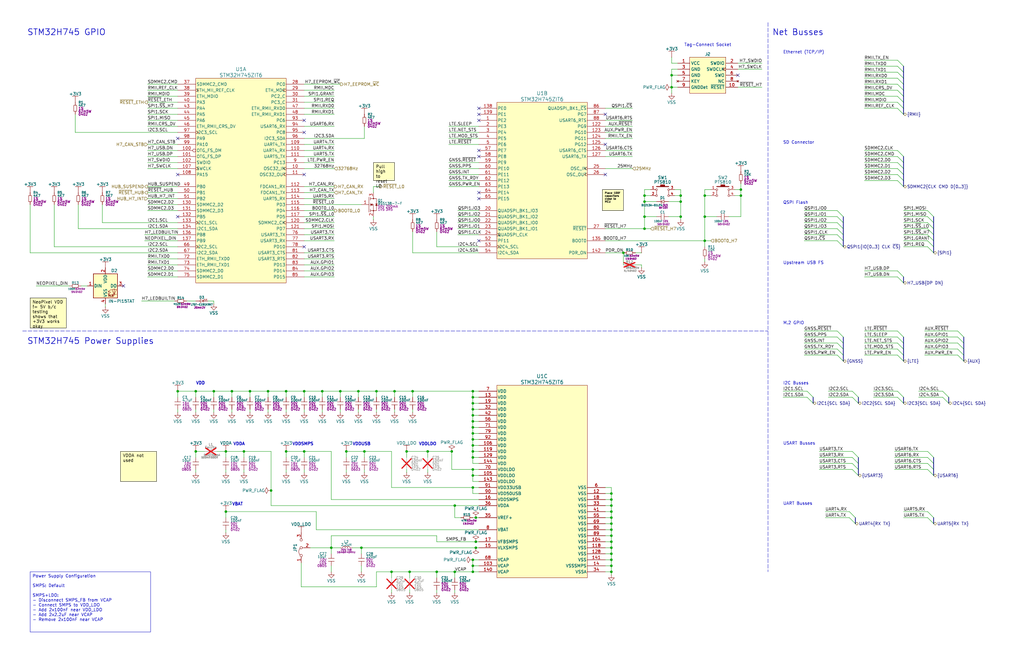
<source format=kicad_sch>
(kicad_sch (version 20250114) (generator "eeschema") (generator_version "9.0")
  (paper "B")
  (title_block (title "Awohali - STM32H745") (date "2025-04-14") (rev "1") (comment 2 "PROTOTYPE") (comment 3 "2025"))
  (lib_symbols
    (symbol "STM32H745ZIT6_1" (pin_names (offset 0.254))
      (property "Reference" "U" (at 0 46.99 0))
      (property "Value" "STM32H745ZIT6" (at 0 44.45 0))
      (symbol "STM32H745ZIT6_1_1_1"
        (pin bidirectional line (at -26.67 40.64 0) (length 7.62) (name "PA0") (number "37") (alternate "SDMMC2_CMD" output line) (alternate "UART4_TX" output line))
        (pin bidirectional line (at -26.67 38.1 0) (length 7.62) (name "PA1") (number "38") (alternate "ETH_MII_REF_CLK" input clock) (alternate "QUADSPI_BK1_IO3" bidirectional line) (alternate "UART4_RX" input line))
        (pin bidirectional line (at -26.67 35.56 0) (length 7.62) (name "PA2") (number "39") (alternate "ETH_MDIO" bidirectional line))
        (pin bidirectional line (at -26.67 33.02 0) (length 7.62) (name "PA3") (number "40"))
        (pin bidirectional line (at -26.67 30.48 0) (length 7.62) (name "PA4") (number "43"))
        (pin bidirectional line (at -26.67 27.94 0) (length 7.62) (name "PA5") (number "44"))
        (pin bidirectional line (at -26.67 25.4 0) (length 7.62) (name "PA6") (number "45"))
        (pin bidirectional line (at -26.67 22.86 0) (length 7.62) (name "PA7") (number "46") (alternate "ETH_RMII_CRS_DV" input line))
        (pin bidirectional line (at -26.67 20.32 0) (length 7.62) (name "PA8") (number "97") (alternate "I2C3_SCL" output clock))
        (pin bidirectional line (at -26.67 17.78 0) (length 7.62) (name "PA9") (number "98"))
        (pin bidirectional line (at -26.67 15.24 0) (length 7.62) (name "PA10") (number "99"))
        (pin bidirectional line (at -26.67 12.7 0) (length 7.62) (name "PA11") (number "100") (alternate "FDCAN1_RX" input line) (alternate "OTG_FS_DM" bidirectional inverted) (alternate "UART4_RX" input line))
        (pin bidirectional line (at -26.67 10.16 0) (length 7.62) (name "PA12") (number "101") (alternate "FDCAN1_TX" output line) (alternate "OTG_FS_DP" bidirectional line) (alternate "UART4_TX" output line))
        (pin bidirectional line (at -26.67 7.62 0) (length 7.62) (name "PA13") (number "102") (alternate "SWDIO" bidirectional line))
        (pin bidirectional line (at -26.67 5.08 0) (length 7.62) (name "PA14") (number "107") (alternate "SWCLK" input clock))
        (pin bidirectional line (at -26.67 2.54 0) (length 7.62) (name "PA15") (number "108"))
        (pin bidirectional line (at -26.67 -2.54 0) (length 7.62) (name "PB0") (number "49"))
        (pin bidirectional line (at -26.67 -5.08 0) (length 7.62) (name "PB1") (number "50"))
        (pin bidirectional line (at -26.67 -7.62 0) (length 7.62) (name "PB2") (number "51") (alternate "QUADSPI_CLK" output clock))
        (pin bidirectional line (at -26.67 -10.16 0) (length 7.62) (name "PB3") (number "130") (alternate "SDMMC2_D2" bidirectional line))
        (pin bidirectional line (at -26.67 -12.7 0) (length 7.62) (name "PB4") (number "131") (alternate "SDMMC2_D3" bidirectional line))
        (pin bidirectional line (at -26.67 -15.24 0) (length 7.62) (name "PB5") (number "132") (alternate "UART5_RX" input line))
        (pin bidirectional line (at -26.67 -17.78 0) (length 7.62) (name "PB6") (number "133") (alternate "I2C1_SCL" output clock) (alternate "I2C4_SCL" output clock) (alternate "QUADSPI_BK1_~{CS}" output line) (alternate "UART5_TX" output line))
        (pin bidirectional line (at -26.67 -20.32 0) (length 7.62) (name "PB7") (number "134") (alternate "I2C1_SDA" bidirectional line) (alternate "I2C4_SDA" bidirectional line))
        (pin bidirectional line (at -26.67 -22.86 0) (length 7.62) (name "PB8") (number "136") (alternate "FDCAN1_RX" input line) (alternate "I2C1_SCL" output clock) (alternate "I2C4_SCL" output clock) (alternate "UART4_RX" input line))
        (pin bidirectional line (at -26.67 -25.4 0) (length 7.62) (name "PB9") (number "137") (alternate "FDCAN1_TX" output line) (alternate "I2C1_SDA" bidirectional line) (alternate "I2C4_SDA" bidirectional line) (alternate "UART4_TX" output line))
        (pin bidirectional line (at -26.67 -27.94 0) (length 7.62) (name "PB10") (number "66") (alternate "I2C2_SCL" output clock) (alternate "QUADSPI_BK1_~{CS}" output line) (alternate "USART3_TX" output line))
        (pin bidirectional line (at -26.67 -30.48 0) (length 7.62) (name "PB11") (number "67") (alternate "I2C2_SDA" bidirectional line) (alternate "USART3_RX" input line))
        (pin bidirectional line (at -26.67 -33.02 0) (length 7.62) (name "PB12") (number "72") (alternate "ETH_RMII_TXD0" output line) (alternate "UART5_RX" input line))
        (pin bidirectional line (at -26.67 -35.56 0) (length 7.62) (name "PB13") (number "73") (alternate "ETH_RMII_TXD1" output line) (alternate "UART5_TX" output line) (alternate "USART3_CTS" output line))
        (pin bidirectional line (at -26.67 -38.1 0) (length 7.62) (name "PB14") (number "74") (alternate "SDMMC2_D0" bidirectional line) (alternate "USART3_RTS" input line))
        (pin bidirectional line (at -26.67 -40.64 0) (length 7.62) (name "PB15") (number "75") (alternate "SDMMC2_D1" bidirectional line))
        (pin bidirectional line (at 26.67 40.64 180) (length 7.62) (name "PC0") (number "28"))
        (pin bidirectional line (at 26.67 38.1 180) (length 7.62) (name "PC1") (number "29") (alternate "ETH_MDC" output clock) (alternate "SDMMC2_CK" output clock))
        (pin bidirectional line (at 26.67 35.56 180) (length 7.62) (name "PC2_C") (number "30"))
        (pin bidirectional line (at 26.67 33.02 180) (length 7.62) (name "PC3_C") (number "31"))
        (pin bidirectional line (at 26.67 30.48 180) (length 7.62) (name "PC4") (number "47") (alternate "ETH_RMII_RXD0" input line))
        (pin bidirectional line (at 26.67 27.94 180) (length 7.62) (name "PC5") (number "48") (alternate "ETH_RMII_RXD1" input line))
        (pin bidirectional line (at 26.67 25.4 180) (length 7.62) (name "PC6") (number "93") (alternate "USART6_TX" output line))
        (pin bidirectional line (at 26.67 22.86 180) (length 7.62) (name "PC7") (number "94") (alternate "USART6_RX" input line))
        (pin bidirectional line (at 26.67 20.32 180) (length 7.62) (name "PC8") (number "95"))
        (pin bidirectional line (at 26.67 17.78 180) (length 7.62) (name "PC9") (number "96") (alternate "I2C3_SDA" bidirectional line) (alternate "QUADSPI_BK1_IO0" bidirectional line))
        (pin bidirectional line (at 26.67 15.24 180) (length 7.62) (name "PC10") (number "109") (alternate "QUADSPI_BK1_IO1" bidirectional line) (alternate "UART4_TX" output line) (alternate "USART3_TX" output line))
        (pin bidirectional line (at 26.67 12.7 180) (length 7.62) (name "PC11") (number "110") (alternate "UART4_RX" input line) (alternate "USART3_RX" input line))
        (pin bidirectional line (at 26.67 10.16 180) (length 7.62) (name "PC12") (number "111") (alternate "UART5_TX" output line))
        (pin bidirectional line (at 26.67 7.62 180) (length 7.62) (name "PC13") (number "9"))
        (pin bidirectional line (at 26.67 5.08 180) (length 7.62) (name "PC14") (number "10") (alternate "OSC32_IN" input clock))
        (pin bidirectional line (at 26.67 2.54 180) (length 7.62) (name "PC15") (number "11") (alternate "OSC32_OUT" output clock))
        (pin bidirectional line (at 26.67 -2.54 180) (length 7.62) (name "PD0") (number "112") (alternate "FDCAN1_RX" input line) (alternate "UART4_RX" input line))
        (pin bidirectional line (at 26.67 -5.08 180) (length 7.62) (name "PD1") (number "113") (alternate "FDCAN1_TX" output line) (alternate "UART4_TX" output line))
        (pin bidirectional line (at 26.67 -7.62 180) (length 7.62) (name "PD2") (number "114") (alternate "UART5_RX" input line))
        (pin bidirectional line (at 26.67 -10.16 180) (length 7.62) (name "PD3") (number "115"))
        (pin bidirectional line (at 26.67 -12.7 180) (length 7.62) (name "PD4") (number "116"))
        (pin bidirectional line (at 26.67 -15.24 180) (length 7.62) (name "PD5") (number "117"))
        (pin bidirectional line (at 26.67 -17.78 180) (length 7.62) (name "PD6") (number "120") (alternate "SDMMC2_CK" output clock))
        (pin bidirectional line (at 26.67 -20.32 180) (length 7.62) (name "PD7") (number "121") (alternate "SDMMC2_CMD" output line))
        (pin bidirectional line (at 26.67 -22.86 180) (length 7.62) (name "PD8") (number "76") (alternate "USART3_TX" output line))
        (pin bidirectional line (at 26.67 -25.4 180) (length 7.62) (name "PD9") (number "77") (alternate "USART3_RX" input line))
        (pin bidirectional line (at 26.67 -27.94 180) (length 7.62) (name "PD10") (number "78"))
        (pin bidirectional line (at 26.67 -30.48 180) (length 7.62) (name "PD11") (number "81") (alternate "QUADSPI_BK1_IO0" bidirectional line) (alternate "USART3_CTS" output line))
        (pin bidirectional line (at 26.67 -33.02 180) (length 7.62) (name "PD12") (number "82") (alternate "I2C4_SCL" output clock) (alternate "QUADSPI_BK1_IO1" bidirectional line) (alternate "USART3_RTS" input line))
        (pin bidirectional line (at 26.67 -35.56 180) (length 7.62) (name "PD13") (number "83") (alternate "I2C4_SDA" bidirectional line) (alternate "QUADSPI_BK1_IO3" bidirectional line))
        (pin bidirectional line (at 26.67 -38.1 180) (length 7.62) (name "PD14") (number "84"))
        (pin bidirectional line (at 26.67 -40.64 180) (length 7.62) (name "PD15") (number "85"))
      )
      (symbol "STM32H745ZIT6_1_2_1"
        (pin bidirectional line (at -26.67 30.48 0) (length 7.62) (name "PE0") (number "138"))
        (pin bidirectional line (at -26.67 27.94 0) (length 7.62) (name "PE1") (number "139"))
        (pin bidirectional line (at -26.67 25.4 0) (length 7.62) (name "PE2") (number "1") (alternate "QUADSPI_BK1_IO2" bidirectional line))
        (pin bidirectional line (at -26.67 22.86 0) (length 7.62) (name "PE3") (number "2"))
        (pin bidirectional line (at -26.67 20.32 0) (length 7.62) (name "PE4") (number "3"))
        (pin bidirectional line (at -26.67 17.78 0) (length 7.62) (name "PE5") (number "4"))
        (pin bidirectional line (at -26.67 15.24 0) (length 7.62) (name "PE6") (number "5"))
        (pin bidirectional line (at -26.67 12.7 0) (length 7.62) (name "PE7") (number "57"))
        (pin bidirectional line (at -26.67 10.16 0) (length 7.62) (name "PE8") (number "58"))
        (pin bidirectional line (at -26.67 7.62 0) (length 7.62) (name "PE9") (number "59"))
        (pin bidirectional line (at -26.67 5.08 0) (length 7.62) (name "PE10") (number "60"))
        (pin bidirectional line (at -26.67 2.54 0) (length 7.62) (name "PE11") (number "61"))
        (pin bidirectional line (at -26.67 0 0) (length 7.62) (name "PE12") (number "62"))
        (pin bidirectional line (at -26.67 -2.54 0) (length 7.62) (name "PE13") (number "63"))
        (pin bidirectional line (at -26.67 -5.08 0) (length 7.62) (name "PE14") (number "64"))
        (pin bidirectional line (at -26.67 -7.62 0) (length 7.62) (name "PE15") (number "65"))
        (pin bidirectional line (at -26.67 -12.7 0) (length 7.62) (name "PF6") (number "20") (alternate "QUADSPI_BK1_IO3" bidirectional line))
        (pin bidirectional line (at -26.67 -15.24 0) (length 7.62) (name "PF7") (number "21") (alternate "QUADSPI_BK1_IO2" bidirectional line))
        (pin bidirectional line (at -26.67 -17.78 0) (length 7.62) (name "PF8") (number "22") (alternate "QUADSPI_BK1_IO0" bidirectional line))
        (pin bidirectional line (at -26.67 -20.32 0) (length 7.62) (name "PF9") (number "23") (alternate "QUADSPI_BK1_IO1" bidirectional line))
        (pin bidirectional line (at -26.67 -22.86 0) (length 7.62) (name "PF10") (number "24") (alternate "QUADSPI_CLK" output clock))
        (pin bidirectional line (at -26.67 -25.4 0) (length 7.62) (name "PF11") (number "52"))
        (pin bidirectional line (at -26.67 -27.94 0) (length 7.62) (name "PF14") (number "53") (alternate "I2C4_SCL" output clock))
        (pin bidirectional line (at -26.67 -30.48 0) (length 7.62) (name "PF15") (number "54") (alternate "I2C4_SDA" bidirectional line))
        (pin bidirectional line (at 26.67 30.48 180) (length 7.62) (name "PG6") (number "86") (alternate "QUADSPI_BK1_~{CS}" output line))
        (pin bidirectional line (at 26.67 27.94 180) (length 7.62) (name "PG7") (number "87"))
        (pin bidirectional line (at 26.67 25.4 180) (length 7.62) (name "PG8") (number "88") (alternate "USART6_RTS" input line))
        (pin bidirectional line (at 26.67 22.86 180) (length 7.62) (name "PG9") (number "122") (alternate "USART6_RX" input line))
        (pin bidirectional line (at 26.67 20.32 180) (length 7.62) (name "PG10") (number "123"))
        (pin bidirectional line (at 26.67 17.78 180) (length 7.62) (name "PG11") (number "124") (alternate "SDMMC2_D2" bidirectional line))
        (pin bidirectional line (at 26.67 15.24 180) (length 7.62) (name "PG12") (number "125") (alternate "ETH_RMII_TXD1" output line) (alternate "USART6_RTS" input line))
        (pin bidirectional line (at 26.67 12.7 180) (length 7.62) (name "PG13") (number "126") (alternate "ETH_RMII_TXD0" output line) (alternate "USART6_CTS" output line))
        (pin bidirectional line (at 26.67 10.16 180) (length 7.62) (name "PG14") (number "127") (alternate "ETH_RMII_TXD1" output line) (alternate "USART6_TX" output line))
        (pin bidirectional line (at 26.67 5.08 180) (length 7.62) (name "PH0") (number "25") (alternate "OSC_IN" input clock))
        (pin bidirectional line (at 26.67 2.54 180) (length 7.62) (name "PH1") (number "26") (alternate "OSC_OUT" output clock))
        (pin input line (at 26.67 -20.32 180) (length 7.62) (name "~{RESET}") (number "27"))
        (pin input line (at 26.67 -25.4 180) (length 7.62) (name "BOOT0") (number "135"))
        (pin input line (at 26.67 -30.48 180) (length 7.62) (name "PDR_ON") (number "142"))
      )
      (symbol "STM32H745ZIT6_1_3_1"
        (pin power_in line (at -26.67 38.1 0) (length 7.62) (name "VDD") (number "7"))
        (pin power_in line (at -26.67 35.56 0) (length 7.62) (name "VDD") (number "13"))
        (pin power_in line (at -26.67 33.02 0) (length 7.62) (name "VDD") (number "19"))
        (pin power_in line (at -26.67 30.48 0) (length 7.62) (name "VDD") (number "32"))
        (pin power_in line (at -26.67 27.94 0) (length 7.62) (name "VDD") (number "42"))
        (pin power_in line (at -26.67 25.4 0) (length 7.62) (name "VDD") (number "56"))
        (pin power_in line (at -26.67 22.86 0) (length 7.62) (name "VDD") (number "71"))
        (pin power_in line (at -26.67 20.32 0) (length 7.62) (name "VDD") (number "79"))
        (pin power_in line (at -26.67 17.78 0) (length 7.62) (name "VDD") (number "92"))
        (pin power_in line (at -26.67 15.24 0) (length 7.62) (name "VDD") (number "106"))
        (pin power_in line (at -26.67 12.7 0) (length 7.62) (name "VDD") (number "119"))
        (pin power_in line (at -26.67 10.16 0) (length 7.62) (name "VDD") (number "129"))
        (pin power_in line (at -26.67 7.62 0) (length 7.62) (name "VDD") (number "144"))
        (pin power_in line (at -26.67 5.08 0) (length 7.62) (name "VDDLDO") (number "70"))
        (pin power_in line (at -26.67 2.54 0) (length 7.62) (name "VDDLDO") (number "105"))
        (pin power_in line (at -26.67 0 0) (length 7.62) (name "VDDLDO") (number "143"))
        (pin power_in line (at -26.67 -2.54 0) (length 7.62) (name "VDD33USB") (number "91"))
        (pin power_in line (at -26.67 -5.08 0) (length 7.62) (name "VDD50USB") (number "90"))
        (pin power_in line (at -26.67 -7.62 0) (length 7.62) (name "VDDSMPS") (number "16"))
        (pin power_in line (at -26.67 -10.16 0) (length 7.62) (name "VDDA") (number "36"))
        (pin power_in line (at -26.67 -15.24 0) (length 7.62) (name "VREF+") (number "35"))
        (pin power_in line (at -26.67 -20.32 0) (length 7.62) (name "VBAT") (number "8"))
        (pin power_in line (at -26.67 -25.4 0) (length 7.62) (name "VFBSMPS") (number "17"))
        (pin power_in line (at -26.67 -27.94 0) (length 7.62) (name "VLXSMPS") (number "15"))
        (pin power_in line (at -26.67 -33.02 0) (length 7.62) (name "VCAP") (number "68"))
        (pin power_in line (at -26.67 -35.56 0) (length 7.62) (name "VCAP") (number "103"))
        (pin power_in line (at -26.67 -38.1 0) (length 7.62) (name "VCAP") (number "140"))
        (pin power_in line (at 26.67 -2.54 180) (length 7.62) (name "VSS") (number "6"))
        (pin power_in line (at 26.67 -5.08 180) (length 7.62) (name "VSS") (number "12"))
        (pin power_in line (at 26.67 -7.62 180) (length 7.62) (name "VSS") (number "18"))
        (pin power_in line (at 26.67 -10.16 180) (length 7.62) (name "VSS") (number "33"))
        (pin power_in line (at 26.67 -12.7 180) (length 7.62) (name "VSS") (number "41"))
        (pin power_in line (at 26.67 -15.24 180) (length 7.62) (name "VSS") (number "55"))
        (pin power_in line (at 26.67 -17.78 180) (length 7.62) (name "VSS") (number "69"))
        (pin power_in line (at 26.67 -20.32 180) (length 7.62) (name "VSS") (number "80"))
        (pin power_in line (at 26.67 -22.86 180) (length 7.62) (name "VSS") (number "89"))
        (pin power_in line (at 26.67 -25.4 180) (length 7.62) (name "VSS") (number "104"))
        (pin power_in line (at 26.67 -27.94 180) (length 7.62) (name "VSS") (number "118"))
        (pin power_in line (at 26.67 -30.48 180) (length 7.62) (name "VSS") (number "128"))
        (pin power_in line (at 26.67 -33.02 180) (length 7.62) (name "VSS") (number "141"))
        (pin power_in line (at 26.67 -35.56 180) (length 7.62) (name "VSSSMPS") (number "14"))
        (pin power_in line (at 26.67 -38.1 180) (length 7.62) (name "VSSA") (number "34"))
      )
    )
    (symbol "STM32H745ZIT6_2" (pin_names (offset 0.254))
      (property "Reference" "U" (at 0 46.99 0))
      (property "Value" "STM32H745ZIT6" (at 0 44.45 0))
      (symbol "STM32H745ZIT6_2_1_1"
        (pin bidirectional line (at -26.67 40.64 0) (length 7.62) (name "PA0") (number "37") (alternate "SDMMC2_CMD" output line) (alternate "UART4_TX" output line))
        (pin bidirectional line (at -26.67 38.1 0) (length 7.62) (name "PA1") (number "38") (alternate "ETH_MII_REF_CLK" input clock) (alternate "QUADSPI_BK1_IO3" bidirectional line) (alternate "UART4_RX" input line))
        (pin bidirectional line (at -26.67 35.56 0) (length 7.62) (name "PA2") (number "39") (alternate "ETH_MDIO" bidirectional line))
        (pin bidirectional line (at -26.67 33.02 0) (length 7.62) (name "PA3") (number "40"))
        (pin bidirectional line (at -26.67 30.48 0) (length 7.62) (name "PA4") (number "43"))
        (pin bidirectional line (at -26.67 27.94 0) (length 7.62) (name "PA5") (number "44"))
        (pin bidirectional line (at -26.67 25.4 0) (length 7.62) (name "PA6") (number "45"))
        (pin bidirectional line (at -26.67 22.86 0) (length 7.62) (name "PA7") (number "46") (alternate "ETH_RMII_CRS_DV" input line))
        (pin bidirectional line (at -26.67 20.32 0) (length 7.62) (name "PA8") (number "97") (alternate "I2C3_SCL" output clock))
        (pin bidirectional line (at -26.67 17.78 0) (length 7.62) (name "PA9") (number "98"))
        (pin bidirectional line (at -26.67 15.24 0) (length 7.62) (name "PA10") (number "99"))
        (pin bidirectional line (at -26.67 12.7 0) (length 7.62) (name "PA11") (number "100") (alternate "FDCAN1_RX" input line) (alternate "OTG_FS_DM" bidirectional inverted) (alternate "UART4_RX" input line))
        (pin bidirectional line (at -26.67 10.16 0) (length 7.62) (name "PA12") (number "101") (alternate "FDCAN1_TX" output line) (alternate "OTG_FS_DP" bidirectional line) (alternate "UART4_TX" output line))
        (pin bidirectional line (at -26.67 7.62 0) (length 7.62) (name "PA13") (number "102") (alternate "SWDIO" bidirectional line))
        (pin bidirectional line (at -26.67 5.08 0) (length 7.62) (name "PA14") (number "107") (alternate "SWCLK" input clock))
        (pin bidirectional line (at -26.67 2.54 0) (length 7.62) (name "PA15") (number "108"))
        (pin bidirectional line (at -26.67 -2.54 0) (length 7.62) (name "PB0") (number "49"))
        (pin bidirectional line (at -26.67 -5.08 0) (length 7.62) (name "PB1") (number "50"))
        (pin bidirectional line (at -26.67 -7.62 0) (length 7.62) (name "PB2") (number "51") (alternate "QUADSPI_CLK" output clock))
        (pin bidirectional line (at -26.67 -10.16 0) (length 7.62) (name "PB3") (number "130") (alternate "SDMMC2_D2" bidirectional line))
        (pin bidirectional line (at -26.67 -12.7 0) (length 7.62) (name "PB4") (number "131") (alternate "SDMMC2_D3" bidirectional line))
        (pin bidirectional line (at -26.67 -15.24 0) (length 7.62) (name "PB5") (number "132") (alternate "UART5_RX" input line))
        (pin bidirectional line (at -26.67 -17.78 0) (length 7.62) (name "PB6") (number "133") (alternate "I2C1_SCL" output clock) (alternate "I2C4_SCL" output clock) (alternate "QUADSPI_BK1_~{CS}" output line) (alternate "UART5_TX" output line))
        (pin bidirectional line (at -26.67 -20.32 0) (length 7.62) (name "PB7") (number "134") (alternate "I2C1_SDA" bidirectional line) (alternate "I2C4_SDA" bidirectional line))
        (pin bidirectional line (at -26.67 -22.86 0) (length 7.62) (name "PB8") (number "136") (alternate "FDCAN1_RX" input line) (alternate "I2C1_SCL" output clock) (alternate "I2C4_SCL" output clock) (alternate "UART4_RX" input line))
        (pin bidirectional line (at -26.67 -25.4 0) (length 7.62) (name "PB9") (number "137") (alternate "FDCAN1_TX" output line) (alternate "I2C1_SDA" bidirectional line) (alternate "I2C4_SDA" bidirectional line) (alternate "UART4_TX" output line))
        (pin bidirectional line (at -26.67 -27.94 0) (length 7.62) (name "PB10") (number "66") (alternate "I2C2_SCL" output clock) (alternate "QUADSPI_BK1_~{CS}" output line) (alternate "USART3_TX" output line))
        (pin bidirectional line (at -26.67 -30.48 0) (length 7.62) (name "PB11") (number "67") (alternate "I2C2_SDA" bidirectional line) (alternate "USART3_RX" input line))
        (pin bidirectional line (at -26.67 -33.02 0) (length 7.62) (name "PB12") (number "72") (alternate "ETH_RMII_TXD0" output line) (alternate "UART5_RX" input line))
        (pin bidirectional line (at -26.67 -35.56 0) (length 7.62) (name "PB13") (number "73") (alternate "ETH_RMII_TXD1" output line) (alternate "UART5_TX" output line) (alternate "USART3_CTS" output line))
        (pin bidirectional line (at -26.67 -38.1 0) (length 7.62) (name "PB14") (number "74") (alternate "SDMMC2_D0" bidirectional line) (alternate "USART3_RTS" input line))
        (pin bidirectional line (at -26.67 -40.64 0) (length 7.62) (name "PB15") (number "75") (alternate "SDMMC2_D1" bidirectional line))
        (pin bidirectional line (at 26.67 40.64 180) (length 7.62) (name "PC0") (number "28"))
        (pin bidirectional line (at 26.67 38.1 180) (length 7.62) (name "PC1") (number "29") (alternate "ETH_MDC" output clock) (alternate "SDMMC2_CK" output clock))
        (pin bidirectional line (at 26.67 35.56 180) (length 7.62) (name "PC2_C") (number "30"))
        (pin bidirectional line (at 26.67 33.02 180) (length 7.62) (name "PC3_C") (number "31"))
        (pin bidirectional line (at 26.67 30.48 180) (length 7.62) (name "PC4") (number "47") (alternate "ETH_RMII_RXD0" input line))
        (pin bidirectional line (at 26.67 27.94 180) (length 7.62) (name "PC5") (number "48") (alternate "ETH_RMII_RXD1" input line))
        (pin bidirectional line (at 26.67 25.4 180) (length 7.62) (name "PC6") (number "93") (alternate "USART6_TX" output line))
        (pin bidirectional line (at 26.67 22.86 180) (length 7.62) (name "PC7") (number "94") (alternate "USART6_RX" input line))
        (pin bidirectional line (at 26.67 20.32 180) (length 7.62) (name "PC8") (number "95"))
        (pin bidirectional line (at 26.67 17.78 180) (length 7.62) (name "PC9") (number "96") (alternate "I2C3_SDA" bidirectional line) (alternate "QUADSPI_BK1_IO0" bidirectional line))
        (pin bidirectional line (at 26.67 15.24 180) (length 7.62) (name "PC10") (number "109") (alternate "QUADSPI_BK1_IO1" bidirectional line) (alternate "UART4_TX" output line) (alternate "USART3_TX" output line))
        (pin bidirectional line (at 26.67 12.7 180) (length 7.62) (name "PC11") (number "110") (alternate "UART4_RX" input line) (alternate "USART3_RX" input line))
        (pin bidirectional line (at 26.67 10.16 180) (length 7.62) (name "PC12") (number "111") (alternate "UART5_TX" output line))
        (pin bidirectional line (at 26.67 7.62 180) (length 7.62) (name "PC13") (number "9"))
        (pin bidirectional line (at 26.67 5.08 180) (length 7.62) (name "PC14") (number "10") (alternate "OSC32_IN" input clock))
        (pin bidirectional line (at 26.67 2.54 180) (length 7.62) (name "PC15") (number "11") (alternate "OSC32_OUT" output clock))
        (pin bidirectional line (at 26.67 -2.54 180) (length 7.62) (name "PD0") (number "112") (alternate "FDCAN1_RX" input line) (alternate "UART4_RX" input line))
        (pin bidirectional line (at 26.67 -5.08 180) (length 7.62) (name "PD1") (number "113") (alternate "FDCAN1_TX" output line) (alternate "UART4_TX" output line))
        (pin bidirectional line (at 26.67 -7.62 180) (length 7.62) (name "PD2") (number "114") (alternate "UART5_RX" input line))
        (pin bidirectional line (at 26.67 -10.16 180) (length 7.62) (name "PD3") (number "115"))
        (pin bidirectional line (at 26.67 -12.7 180) (length 7.62) (name "PD4") (number "116"))
        (pin bidirectional line (at 26.67 -15.24 180) (length 7.62) (name "PD5") (number "117"))
        (pin bidirectional line (at 26.67 -17.78 180) (length 7.62) (name "PD6") (number "120") (alternate "SDMMC2_CK" output clock))
        (pin bidirectional line (at 26.67 -20.32 180) (length 7.62) (name "PD7") (number "121") (alternate "SDMMC2_CMD" output line))
        (pin bidirectional line (at 26.67 -22.86 180) (length 7.62) (name "PD8") (number "76") (alternate "USART3_TX" output line))
        (pin bidirectional line (at 26.67 -25.4 180) (length 7.62) (name "PD9") (number "77") (alternate "USART3_RX" input line))
        (pin bidirectional line (at 26.67 -27.94 180) (length 7.62) (name "PD10") (number "78"))
        (pin bidirectional line (at 26.67 -30.48 180) (length 7.62) (name "PD11") (number "81") (alternate "QUADSPI_BK1_IO0" bidirectional line) (alternate "USART3_CTS" output line))
        (pin bidirectional line (at 26.67 -33.02 180) (length 7.62) (name "PD12") (number "82") (alternate "I2C4_SCL" output clock) (alternate "QUADSPI_BK1_IO1" bidirectional line) (alternate "USART3_RTS" input line))
        (pin bidirectional line (at 26.67 -35.56 180) (length 7.62) (name "PD13") (number "83") (alternate "I2C4_SDA" bidirectional line) (alternate "QUADSPI_BK1_IO3" bidirectional line))
        (pin bidirectional line (at 26.67 -38.1 180) (length 7.62) (name "PD14") (number "84"))
        (pin bidirectional line (at 26.67 -40.64 180) (length 7.62) (name "PD15") (number "85"))
      )
      (symbol "STM32H745ZIT6_2_2_1"
        (pin bidirectional line (at -26.67 30.48 0) (length 7.62) (name "PE0") (number "138"))
        (pin bidirectional line (at -26.67 27.94 0) (length 7.62) (name "PE1") (number "139"))
        (pin bidirectional line (at -26.67 25.4 0) (length 7.62) (name "PE2") (number "1") (alternate "QUADSPI_BK1_IO2" bidirectional line))
        (pin bidirectional line (at -26.67 22.86 0) (length 7.62) (name "PE3") (number "2"))
        (pin bidirectional line (at -26.67 20.32 0) (length 7.62) (name "PE4") (number "3"))
        (pin bidirectional line (at -26.67 17.78 0) (length 7.62) (name "PE5") (number "4"))
        (pin bidirectional line (at -26.67 15.24 0) (length 7.62) (name "PE6") (number "5"))
        (pin bidirectional line (at -26.67 12.7 0) (length 7.62) (name "PE7") (number "57"))
        (pin bidirectional line (at -26.67 10.16 0) (length 7.62) (name "PE8") (number "58"))
        (pin bidirectional line (at -26.67 7.62 0) (length 7.62) (name "PE9") (number "59"))
        (pin bidirectional line (at -26.67 5.08 0) (length 7.62) (name "PE10") (number "60"))
        (pin bidirectional line (at -26.67 2.54 0) (length 7.62) (name "PE11") (number "61"))
        (pin bidirectional line (at -26.67 0 0) (length 7.62) (name "PE12") (number "62"))
        (pin bidirectional line (at -26.67 -2.54 0) (length 7.62) (name "PE13") (number "63"))
        (pin bidirectional line (at -26.67 -5.08 0) (length 7.62) (name "PE14") (number "64"))
        (pin bidirectional line (at -26.67 -7.62 0) (length 7.62) (name "PE15") (number "65"))
        (pin bidirectional line (at -26.67 -12.7 0) (length 7.62) (name "PF6") (number "20") (alternate "QUADSPI_BK1_IO3" bidirectional line))
        (pin bidirectional line (at -26.67 -15.24 0) (length 7.62) (name "PF7") (number "21") (alternate "QUADSPI_BK1_IO2" bidirectional line))
        (pin bidirectional line (at -26.67 -17.78 0) (length 7.62) (name "PF8") (number "22") (alternate "QUADSPI_BK1_IO0" bidirectional line))
        (pin bidirectional line (at -26.67 -20.32 0) (length 7.62) (name "PF9") (number "23") (alternate "QUADSPI_BK1_IO1" bidirectional line))
        (pin bidirectional line (at -26.67 -22.86 0) (length 7.62) (name "PF10") (number "24") (alternate "QUADSPI_CLK" output clock))
        (pin bidirectional line (at -26.67 -25.4 0) (length 7.62) (name "PF11") (number "52"))
        (pin bidirectional line (at -26.67 -27.94 0) (length 7.62) (name "PF14") (number "53") (alternate "I2C4_SCL" output clock))
        (pin bidirectional line (at -26.67 -30.48 0) (length 7.62) (name "PF15") (number "54") (alternate "I2C4_SDA" bidirectional line))
        (pin bidirectional line (at 26.67 30.48 180) (length 7.62) (name "PG6") (number "86") (alternate "QUADSPI_BK1_~{CS}" output line))
        (pin bidirectional line (at 26.67 27.94 180) (length 7.62) (name "PG7") (number "87"))
        (pin bidirectional line (at 26.67 25.4 180) (length 7.62) (name "PG8") (number "88") (alternate "USART6_RTS" input line))
        (pin bidirectional line (at 26.67 22.86 180) (length 7.62) (name "PG9") (number "122") (alternate "USART6_RX" input line))
        (pin bidirectional line (at 26.67 20.32 180) (length 7.62) (name "PG10") (number "123"))
        (pin bidirectional line (at 26.67 17.78 180) (length 7.62) (name "PG11") (number "124") (alternate "SDMMC2_D2" bidirectional line))
        (pin bidirectional line (at 26.67 15.24 180) (length 7.62) (name "PG12") (number "125") (alternate "ETH_RMII_TXD1" output line) (alternate "USART6_RTS" input line))
        (pin bidirectional line (at 26.67 12.7 180) (length 7.62) (name "PG13") (number "126") (alternate "ETH_RMII_TXD0" output line) (alternate "USART6_CTS" output line))
        (pin bidirectional line (at 26.67 10.16 180) (length 7.62) (name "PG14") (number "127") (alternate "ETH_RMII_TXD1" output line) (alternate "USART6_TX" output line))
        (pin bidirectional line (at 26.67 5.08 180) (length 7.62) (name "PH0") (number "25") (alternate "OSC_IN" input clock))
        (pin bidirectional line (at 26.67 2.54 180) (length 7.62) (name "PH1") (number "26") (alternate "OSC_OUT" output clock))
        (pin input line (at 26.67 -20.32 180) (length 7.62) (name "~{RESET}") (number "27"))
        (pin input line (at 26.67 -25.4 180) (length 7.62) (name "BOOT0") (number "135"))
        (pin input line (at 26.67 -30.48 180) (length 7.62) (name "PDR_ON") (number "142"))
      )
      (symbol "STM32H745ZIT6_2_3_1"
        (pin power_in line (at -26.67 38.1 0) (length 7.62) (name "VDD") (number "7"))
        (pin power_in line (at -26.67 35.56 0) (length 7.62) (name "VDD") (number "13"))
        (pin power_in line (at -26.67 33.02 0) (length 7.62) (name "VDD") (number "19"))
        (pin power_in line (at -26.67 30.48 0) (length 7.62) (name "VDD") (number "32"))
        (pin power_in line (at -26.67 27.94 0) (length 7.62) (name "VDD") (number "42"))
        (pin power_in line (at -26.67 25.4 0) (length 7.62) (name "VDD") (number "56"))
        (pin power_in line (at -26.67 22.86 0) (length 7.62) (name "VDD") (number "71"))
        (pin power_in line (at -26.67 20.32 0) (length 7.62) (name "VDD") (number "79"))
        (pin power_in line (at -26.67 17.78 0) (length 7.62) (name "VDD") (number "92"))
        (pin power_in line (at -26.67 15.24 0) (length 7.62) (name "VDD") (number "106"))
        (pin power_in line (at -26.67 12.7 0) (length 7.62) (name "VDD") (number "119"))
        (pin power_in line (at -26.67 10.16 0) (length 7.62) (name "VDD") (number "129"))
        (pin power_in line (at -26.67 7.62 0) (length 7.62) (name "VDD") (number "144"))
        (pin power_in line (at -26.67 5.08 0) (length 7.62) (name "VDDLDO") (number "70"))
        (pin power_in line (at -26.67 2.54 0) (length 7.62) (name "VDDLDO") (number "105"))
        (pin power_in line (at -26.67 0 0) (length 7.62) (name "VDDLDO") (number "143"))
        (pin power_in line (at -26.67 -2.54 0) (length 7.62) (name "VDD33USB") (number "91"))
        (pin power_in line (at -26.67 -5.08 0) (length 7.62) (name "VDD50USB") (number "90"))
        (pin power_in line (at -26.67 -7.62 0) (length 7.62) (name "VDDSMPS") (number "16"))
        (pin power_in line (at -26.67 -10.16 0) (length 7.62) (name "VDDA") (number "36"))
        (pin power_in line (at -26.67 -15.24 0) (length 7.62) (name "VREF+") (number "35"))
        (pin power_in line (at -26.67 -20.32 0) (length 7.62) (name "VBAT") (number "8"))
        (pin power_in line (at -26.67 -25.4 0) (length 7.62) (name "VFBSMPS") (number "17"))
        (pin power_in line (at -26.67 -27.94 0) (length 7.62) (name "VLXSMPS") (number "15"))
        (pin power_in line (at -26.67 -33.02 0) (length 7.62) (name "VCAP") (number "68"))
        (pin power_in line (at -26.67 -35.56 0) (length 7.62) (name "VCAP") (number "103"))
        (pin power_in line (at -26.67 -38.1 0) (length 7.62) (name "VCAP") (number "140"))
        (pin power_in line (at 26.67 -2.54 180) (length 7.62) (name "VSS") (number "6"))
        (pin power_in line (at 26.67 -5.08 180) (length 7.62) (name "VSS") (number "12"))
        (pin power_in line (at 26.67 -7.62 180) (length 7.62) (name "VSS") (number "18"))
        (pin power_in line (at 26.67 -10.16 180) (length 7.62) (name "VSS") (number "33"))
        (pin power_in line (at 26.67 -12.7 180) (length 7.62) (name "VSS") (number "41"))
        (pin power_in line (at 26.67 -15.24 180) (length 7.62) (name "VSS") (number "55"))
        (pin power_in line (at 26.67 -17.78 180) (length 7.62) (name "VSS") (number "69"))
        (pin power_in line (at 26.67 -20.32 180) (length 7.62) (name "VSS") (number "80"))
        (pin power_in line (at 26.67 -22.86 180) (length 7.62) (name "VSS") (number "89"))
        (pin power_in line (at 26.67 -25.4 180) (length 7.62) (name "VSS") (number "104"))
        (pin power_in line (at 26.67 -27.94 180) (length 7.62) (name "VSS") (number "118"))
        (pin power_in line (at 26.67 -30.48 180) (length 7.62) (name "VSS") (number "128"))
        (pin power_in line (at 26.67 -33.02 180) (length 7.62) (name "VSS") (number "141"))
        (pin power_in line (at 26.67 -35.56 180) (length 7.62) (name "VSSSMPS") (number "14"))
        (pin power_in line (at 26.67 -38.1 180) (length 7.62) (name "VSSA") (number "34"))
      )
    )
    (symbol "lib_pwr:+3V3" (power) (pin_numbers (hide yes)) (pin_names (offset 0) (hide yes))
      (property "Value" "+3V3" (at 0 3.556 0))
      (symbol "+3V3_1_1"
        (pin power_in line (at 0 0 90) (length 0) (name "~") (number "1"))
      )
    )
    (symbol "lib_pwr:PWR_FLAG" (power) (pin_numbers (hide yes)) (pin_names (offset 0) (hide yes))
      (property "Value" "PWR_FLAG" (at 0 3.81 0))
      (symbol "PWR_FLAG_1_1"
        (pin power_out line (at 0 0 90) (length 0) (name "~") (number "1"))
      )
    )
    (symbol "lib_pwr:VDDA" (power) (pin_numbers (hide yes)) (pin_names (offset 0) (hide yes))
      (property "Value" "VDDA" (at 0 3.556 0))
      (symbol "VDDA_1_1"
        (pin power_in line (at 0 0 90) (length 0) (name "~") (number "1"))
      )
    )
    (symbol "lib_pwr:VDD_LDO" (power) (pin_numbers (hide yes)) (pin_names (offset 0) (hide yes))
      (property "Value" "VDD_LDO" (at 0 3.556 0))
      (symbol "VDD_LDO_1_1"
        (pin power_in line (at 0 0 90) (length 0) (name "~") (number "1"))
      )
    )
    (symbol "lib_pwr:VSS" (power) (pin_numbers (hide yes)) (pin_names (offset 0) (hide yes))
      (property "Value" "VSS" (at 0 -3.81 0))
      (symbol "VSS_1_1"
        (pin power_in line (at 0 0 270) (length 0) (name "~") (number "1"))
      )
    )
    (symbol "lib_sch:Addressable LED" (pin_names (offset 0.254))
      (property "Reference" "D" (at 5.08 5.715 0))
      (property "Value" "Addressable LED" (at 1.27 -5.715 0))
      (symbol "Addressable LED_0_0"
        (text "RGB" (at 2.286 -4.191 0) (effects (font (size 0.762 0.762))))
      )
      (symbol "Addressable LED_1_1"
        (pin input line (at -7.62 0 0) (length 2.54) (name "DIN") (number "1"))
        (pin power_in line (at 0 7.62 270) (length 2.54) (name "VDD") (number "2"))
        (pin power_in line (at 0 -7.62 90) (length 2.54) (name "VSS") (number "4"))
        (pin output line (at 7.62 0 180) (length 2.54) (name "DO") (number "3"))
      )
    )
    (symbol "lib_sch:C" (pin_numbers (hide yes)) (pin_names (hide yes))
      (property "Reference" "C?" (at 1.905 2.54 0))
      (property "Value" "CAP" (at 1.905 1.27 0))
      (property "Tolerance" "TOL" (at 1.905 -1.27 0))
      (property "Voltage Rating" "VOLTAGE" (at 1.905 0 0))
      (property "Package" "PKG" (at 1.905 -2.54 0))
      (symbol "C_1_1"
        (pin passive line (at 0 2.54 270) (length 1.905) (name "") (number "1"))
        (pin passive line (at 0 -2.54 90) (length 1.905) (name "") (number "2"))
      )
    )
    (symbol "lib_sch:C_horizontal"
      (property "Reference" "C?" (at 0 1.905 0))
      (property "Value" "CAP" (at 0 -1.905 0))
      (property "Tolerance" "TOL" (at 0 -1.905 0))
      (property "Voltage Rating" "VOLT" (at 0 -3.175 0))
      (property "Package" "PKG" (at 0 -3.175 0))
      (symbol "C_horizontal_1_1"
        (pin passive line (at -2.54 0 0) (length 1.905) (name "") (number "1"))
        (pin passive line (at 2.54 0 180) (length 1.905) (name "") (number "2"))
      )
    )
    (symbol "lib_sch:D_TVS_single_horizontal" (pin_numbers (hide yes))
      (property "Reference" "D" (at 0 1.651 0))
      (property "Value" "VAL" (at 0 -1.524 0))
      (property "Voltage - Reverse Stabdoff" "VRM" (at 0 -1.524 0))
      (property "Voltage - Breakdown" "VBR" (at 0 -2.54 0))
      (property "Voltage - Clamping" "VCL" (at 0 -2.54 0))
      (symbol "D_TVS_single_horizontal_1_0"
        (pin passive line (at -2.54 0 0) (length 1.905) (name "") (number "2"))
        (pin passive line (at 2.54 0 180) (length 1.905) (name "") (number "1"))
      )
    )
    (symbol "lib_sch:Ferrite_horizontal" (pin_numbers (hide yes)) (pin_names (hide yes))
      (property "Reference" "L?" (at 0 2.921 0))
      (property "Value" "VAL" (at 0 1.651 0))
      (property "Package" "PKG" (at 0 -1.524 0))
      (property "Current Rating" "IMAX" (at 0 -1.524 0))
      (property "DC Resistance" "DCR" (at 0 -2.54 0))
      (property "Impedance" "IMP" (at 0 -2.54 0))
      (symbol "Ferrite_horizontal_1_0"
        (pin passive line (at -2.54 0 0) (length 1.9685) (name "") (number "1"))
        (pin passive line (at 2.54 0 180) (length 1.9685) (name "") (number "2"))
      )
    )
    (symbol "lib_sch:JTAG-10"
      (property "Reference" "J?" (at 0 8.89 0))
      (symbol "JTAG-10_1_0"
        (pin power_in line (at -12.7 5.08 0) (length 5.08) (name "VCC") (number "1"))
        (pin power_in line (at -12.7 2.54 0) (length 5.08) (name "GND") (number "3"))
        (pin power_in line (at -12.7 0 0) (length 5.08) (name "GND") (number "5"))
        (pin no_connect line (at -12.7 -2.54 0) (length 5.08) (name "KEY") (number "7"))
        (pin power_in line (at -12.7 -5.08 0) (length 5.08) (name "GNDDet") (number "9"))
        (pin bidirectional line (at 12.7 5.08 180) (length 5.08) (name "SWDIO") (number "2"))
        (pin output clock (at 12.7 2.54 180) (length 5.08) (name "SWDCLK") (number "4"))
        (pin output line (at 12.7 0 180) (length 5.08) (name "SWO") (number "6"))
        (pin no_connect line (at 12.7 -2.54 180) (length 5.08) (name "NC") (number "8"))
        (pin output line (at 12.7 -5.08 180) (length 5.08) (name "~{RESET}") (number "10"))
      )
    )
    (symbol "lib_sch:Jumper_3_Bridged12" (pin_names (offset 0) (hide yes)) (exclude_from_sim yes) (in_bom no)
      (property "Reference" "JP" (at -2.54 -2.54 0))
      (property "Value" "Jumper_3_Bridged12" (at 0 2.794 0))
      (symbol "Jumper_3_Bridged12_1_1"
        (pin passive line (at -6.35 0 0) (length 2.54) (name "A") (number "1"))
        (pin passive line (at 0 -3.81 90) (length 2.54) (name "C") (number "2"))
        (pin passive line (at 6.35 0 180) (length 2.54) (name "B") (number "3"))
      )
    )
    (symbol "lib_sch:LED_horizontal" (pin_numbers (hide yes))
      (property "Reference" "D" (at 0 1.524 0))
      (property "Value" "VAL" (at 0 -1.524 0))
      (property "Forward Voltage" "FVOLT" (at 0 -2.794 0))
      (property "Current" "CURR" (at 0 -2.794 0))
      (symbol "LED_horizontal_1_0"
        (pin passive line (at -2.54 0 0) (length 1.905) (name "") (number "1"))
        (pin passive line (at 2.54 0 180) (length 1.905) (name "") (number "2"))
      )
    )
    (symbol "lib_sch:L_horizontal" (pin_numbers (hide yes)) (pin_names (hide yes))
      (property "Reference" "L?" (at 0 2.54 0))
      (property "Value" "VAL" (at 0 1.27 0))
      (property "Tolerance" "TOL" (at 0 -0.889 0))
      (property "Current Rating" "IMAX" (at 0 -0.889 0))
      (property "DC Resistance" "DCR" (at 0 -1.905 0))
      (property "Resonant Frequency" "FRES" (at 0 -1.905 0))
      (symbol "L_horizontal_1_0"
        (pin passive line (at -2.54 0 0) (length 1.016) (name "") (number "1"))
        (pin passive line (at 2.54 0 180) (length 1.016) (name "") (number "2"))
      )
    )
    (symbol "lib_sch:NMOS_GSD" (pin_names (hide yes))
      (property "Reference" "Q" (at 0 6.35 0))
      (property "Value" "VAL" (at 0 5.08 0))
      (property "VDSS" "VDSS" (at 0 3.81 0))
      (property "VGSTH" "VGSTH" (at 0 2.54 0))
      (property "ID" "ID" (at 0 3.81 0))
      (property "RDSON" "RDSON" (at 0 2.54 0))
      (symbol "NMOS_GSD_1_0"
        (pin passive line (at -5.08 0 0) (length 1.905) (name "") (number "3"))
        (pin passive line (at 0 -5.08 90) (length 3.175) (name "") (number "1"))
        (pin passive line (at 5.08 0 180) (length 1.905) (name "") (number "2"))
      )
    )
    (symbol "lib_sch:R"
      (property "Reference" "R?" (at 1.27 2.54 0))
      (property "Value" "VAL" (at 1.27 1.27 0))
      (property "Tolerance" "TOL" (at 1.27 0 0))
      (property "Power Rating" "PWR" (at 1.27 -1.27 0))
      (property "Package" "PKG" (at 1.27 -2.54 0))
      (symbol "R_1_1"
        (pin passive line (at 0 2.54 270) (length 1.27) (name "") (number "1"))
        (pin passive line (at 0 -2.54 90) (length 1.27) (name "") (number "2"))
      )
    )
    (symbol "lib_sch:R_horizontal"
      (property "Reference" "R?" (at 0 1.27 0))
      (property "Value" "VAL" (at 0 -1.27 0))
      (property "Tolerance" "TOL" (at 0 -2.54 0))
      (property "Power Rating" "PWR" (at 0 -1.27 0))
      (property "Package" "PKG" (at 0 -2.54 0))
      (symbol "R_horizontal_1_1"
        (pin passive line (at -2.54 0 0) (length 1.27) (name "") (number "1"))
        (pin passive line (at 2.54 0 180) (length 1.27) (name "") (number "2"))
      )
    )
    (symbol "lib_sch:SPST-NO Button" (pin_names (offset 1.016))
      (property "Reference" "SW?" (at 0 6.35 0))
      (property "Value" "VAL" (at 0 4.445 0))
      (symbol "SPST-NO Button_1_0"
        (pin passive line (at -5.08 1.27 0) (length 2.159) (name "") (number "1"))
        (pin passive line (at -5.08 -1.27 0) (length 2.159) (name "") (number "2"))
        (pin passive line (at 5.08 1.27 180) (length 2.159) (name "") (number "3"))
        (pin passive line (at 5.08 -1.27 180) (length 2.159) (name "") (number "4"))
      )
    )
    (symbol "lib_sch:STM32H745ZIT6" (pin_names (offset 0.254))
      (property "Reference" "U" (at 0 46.99 0))
      (property "Value" "STM32H745ZIT6" (at 0 44.45 0))
      (symbol "STM32H745ZIT6_1_1"
        (pin bidirectional line (at -26.67 40.64 0) (length 7.62) (name "PA0") (number "37") (alternate "SDMMC2_CMD" output line) (alternate "UART4_TX" output line))
        (pin bidirectional line (at -26.67 38.1 0) (length 7.62) (name "PA1") (number "38") (alternate "ETH_MII_REF_CLK" input clock) (alternate "QUADSPI_BK1_IO3" bidirectional line) (alternate "UART4_RX" input line))
        (pin bidirectional line (at -26.67 35.56 0) (length 7.62) (name "PA2") (number "39") (alternate "ETH_MDIO" bidirectional line))
        (pin bidirectional line (at -26.67 33.02 0) (length 7.62) (name "PA3") (number "40"))
        (pin bidirectional line (at -26.67 30.48 0) (length 7.62) (name "PA4") (number "43"))
        (pin bidirectional line (at -26.67 27.94 0) (length 7.62) (name "PA5") (number "44"))
        (pin bidirectional line (at -26.67 25.4 0) (length 7.62) (name "PA6") (number "45"))
        (pin bidirectional line (at -26.67 22.86 0) (length 7.62) (name "PA7") (number "46") (alternate "ETH_RMII_CRS_DV" input line))
        (pin bidirectional line (at -26.67 20.32 0) (length 7.62) (name "PA8") (number "97") (alternate "I2C3_SCL" output clock))
        (pin bidirectional line (at -26.67 17.78 0) (length 7.62) (name "PA9") (number "98"))
        (pin bidirectional line (at -26.67 15.24 0) (length 7.62) (name "PA10") (number "99"))
        (pin bidirectional line (at -26.67 12.7 0) (length 7.62) (name "PA11") (number "100") (alternate "FDCAN1_RX" input line) (alternate "OTG_FS_DM" bidirectional inverted) (alternate "UART4_RX" input line))
        (pin bidirectional line (at -26.67 10.16 0) (length 7.62) (name "PA12") (number "101") (alternate "FDCAN1_TX" output line) (alternate "OTG_FS_DP" bidirectional line) (alternate "UART4_TX" output line))
        (pin bidirectional line (at -26.67 7.62 0) (length 7.62) (name "PA13") (number "102") (alternate "SWDIO" bidirectional line))
        (pin bidirectional line (at -26.67 5.08 0) (length 7.62) (name "PA14") (number "107") (alternate "SWCLK" input clock))
        (pin bidirectional line (at -26.67 2.54 0) (length 7.62) (name "PA15") (number "108"))
        (pin bidirectional line (at -26.67 -2.54 0) (length 7.62) (name "PB0") (number "49"))
        (pin bidirectional line (at -26.67 -5.08 0) (length 7.62) (name "PB1") (number "50"))
        (pin bidirectional line (at -26.67 -7.62 0) (length 7.62) (name "PB2") (number "51") (alternate "QUADSPI_CLK" output clock))
        (pin bidirectional line (at -26.67 -10.16 0) (length 7.62) (name "PB3") (number "130") (alternate "SDMMC2_D2" bidirectional line))
        (pin bidirectional line (at -26.67 -12.7 0) (length 7.62) (name "PB4") (number "131") (alternate "SDMMC2_D3" bidirectional line))
        (pin bidirectional line (at -26.67 -15.24 0) (length 7.62) (name "PB5") (number "132") (alternate "UART5_RX" input line))
        (pin bidirectional line (at -26.67 -17.78 0) (length 7.62) (name "PB6") (number "133") (alternate "I2C1_SCL" output clock) (alternate "I2C4_SCL" output clock) (alternate "QUADSPI_BK1_~{CS}" output line) (alternate "UART5_TX" output line))
        (pin bidirectional line (at -26.67 -20.32 0) (length 7.62) (name "PB7") (number "134") (alternate "I2C1_SDA" bidirectional line) (alternate "I2C4_SDA" bidirectional line))
        (pin bidirectional line (at -26.67 -22.86 0) (length 7.62) (name "PB8") (number "136") (alternate "FDCAN1_RX" input line) (alternate "I2C1_SCL" output clock) (alternate "I2C4_SCL" output clock) (alternate "UART4_RX" input line))
        (pin bidirectional line (at -26.67 -25.4 0) (length 7.62) (name "PB9") (number "137") (alternate "FDCAN1_TX" output line) (alternate "I2C1_SDA" bidirectional line) (alternate "I2C4_SDA" bidirectional line) (alternate "UART4_TX" output line))
        (pin bidirectional line (at -26.67 -27.94 0) (length 7.62) (name "PB10") (number "66") (alternate "I2C2_SCL" output clock) (alternate "QUADSPI_BK1_~{CS}" output line) (alternate "USART3_TX" output line))
        (pin bidirectional line (at -26.67 -30.48 0) (length 7.62) (name "PB11") (number "67") (alternate "I2C2_SDA" bidirectional line) (alternate "USART3_RX" input line))
        (pin bidirectional line (at -26.67 -33.02 0) (length 7.62) (name "PB12") (number "72") (alternate "ETH_RMII_TXD0" output line) (alternate "UART5_RX" input line))
        (pin bidirectional line (at -26.67 -35.56 0) (length 7.62) (name "PB13") (number "73") (alternate "ETH_RMII_TXD1" output line) (alternate "UART5_TX" output line) (alternate "USART3_CTS" output line))
        (pin bidirectional line (at -26.67 -38.1 0) (length 7.62) (name "PB14") (number "74") (alternate "SDMMC2_D0" bidirectional line) (alternate "USART3_RTS" input line))
        (pin bidirectional line (at -26.67 -40.64 0) (length 7.62) (name "PB15") (number "75") (alternate "SDMMC2_D1" bidirectional line))
        (pin bidirectional line (at 26.67 40.64 180) (length 7.62) (name "PC0") (number "28"))
        (pin bidirectional line (at 26.67 38.1 180) (length 7.62) (name "PC1") (number "29") (alternate "ETH_MDC" output clock) (alternate "SDMMC2_CK" output clock))
        (pin bidirectional line (at 26.67 35.56 180) (length 7.62) (name "PC2_C") (number "30"))
        (pin bidirectional line (at 26.67 33.02 180) (length 7.62) (name "PC3_C") (number "31"))
        (pin bidirectional line (at 26.67 30.48 180) (length 7.62) (name "PC4") (number "47") (alternate "ETH_RMII_RXD0" input line))
        (pin bidirectional line (at 26.67 27.94 180) (length 7.62) (name "PC5") (number "48") (alternate "ETH_RMII_RXD1" input line))
        (pin bidirectional line (at 26.67 25.4 180) (length 7.62) (name "PC6") (number "93") (alternate "USART6_TX" output line))
        (pin bidirectional line (at 26.67 22.86 180) (length 7.62) (name "PC7") (number "94") (alternate "USART6_RX" input line))
        (pin bidirectional line (at 26.67 20.32 180) (length 7.62) (name "PC8") (number "95"))
        (pin bidirectional line (at 26.67 17.78 180) (length 7.62) (name "PC9") (number "96") (alternate "I2C3_SDA" bidirectional line) (alternate "QUADSPI_BK1_IO0" bidirectional line))
        (pin bidirectional line (at 26.67 15.24 180) (length 7.62) (name "PC10") (number "109") (alternate "QUADSPI_BK1_IO1" bidirectional line) (alternate "UART4_TX" output line) (alternate "USART3_TX" output line))
        (pin bidirectional line (at 26.67 12.7 180) (length 7.62) (name "PC11") (number "110") (alternate "UART4_RX" input line) (alternate "USART3_RX" input line))
        (pin bidirectional line (at 26.67 10.16 180) (length 7.62) (name "PC12") (number "111") (alternate "UART5_TX" output line))
        (pin bidirectional line (at 26.67 7.62 180) (length 7.62) (name "PC13") (number "9"))
        (pin bidirectional line (at 26.67 5.08 180) (length 7.62) (name "PC14") (number "10") (alternate "OSC32_IN" input clock))
        (pin bidirectional line (at 26.67 2.54 180) (length 7.62) (name "PC15") (number "11") (alternate "OSC32_OUT" output clock))
        (pin bidirectional line (at 26.67 -2.54 180) (length 7.62) (name "PD0") (number "112") (alternate "FDCAN1_RX" input line) (alternate "UART4_RX" input line))
        (pin bidirectional line (at 26.67 -5.08 180) (length 7.62) (name "PD1") (number "113") (alternate "FDCAN1_TX" output line) (alternate "UART4_TX" output line))
        (pin bidirectional line (at 26.67 -7.62 180) (length 7.62) (name "PD2") (number "114") (alternate "UART5_RX" input line))
        (pin bidirectional line (at 26.67 -10.16 180) (length 7.62) (name "PD3") (number "115"))
        (pin bidirectional line (at 26.67 -12.7 180) (length 7.62) (name "PD4") (number "116"))
        (pin bidirectional line (at 26.67 -15.24 180) (length 7.62) (name "PD5") (number "117"))
        (pin bidirectional line (at 26.67 -17.78 180) (length 7.62) (name "PD6") (number "120") (alternate "SDMMC2_CK" output clock))
        (pin bidirectional line (at 26.67 -20.32 180) (length 7.62) (name "PD7") (number "121") (alternate "SDMMC2_CMD" output line))
        (pin bidirectional line (at 26.67 -22.86 180) (length 7.62) (name "PD8") (number "76") (alternate "USART3_TX" output line))
        (pin bidirectional line (at 26.67 -25.4 180) (length 7.62) (name "PD9") (number "77") (alternate "USART3_RX" input line))
        (pin bidirectional line (at 26.67 -27.94 180) (length 7.62) (name "PD10") (number "78"))
        (pin bidirectional line (at 26.67 -30.48 180) (length 7.62) (name "PD11") (number "81") (alternate "QUADSPI_BK1_IO0" bidirectional line) (alternate "USART3_CTS" output line))
        (pin bidirectional line (at 26.67 -33.02 180) (length 7.62) (name "PD12") (number "82") (alternate "I2C4_SCL" output clock) (alternate "QUADSPI_BK1_IO1" bidirectional line) (alternate "USART3_RTS" input line))
        (pin bidirectional line (at 26.67 -35.56 180) (length 7.62) (name "PD13") (number "83") (alternate "I2C4_SDA" bidirectional line) (alternate "QUADSPI_BK1_IO3" bidirectional line))
        (pin bidirectional line (at 26.67 -38.1 180) (length 7.62) (name "PD14") (number "84"))
        (pin bidirectional line (at 26.67 -40.64 180) (length 7.62) (name "PD15") (number "85"))
      )
      (symbol "STM32H745ZIT6_2_1"
        (pin bidirectional line (at -26.67 30.48 0) (length 7.62) (name "PE0") (number "138"))
        (pin bidirectional line (at -26.67 27.94 0) (length 7.62) (name "PE1") (number "139"))
        (pin bidirectional line (at -26.67 25.4 0) (length 7.62) (name "PE2") (number "1") (alternate "QUADSPI_BK1_IO2" bidirectional line))
        (pin bidirectional line (at -26.67 22.86 0) (length 7.62) (name "PE3") (number "2"))
        (pin bidirectional line (at -26.67 20.32 0) (length 7.62) (name "PE4") (number "3"))
        (pin bidirectional line (at -26.67 17.78 0) (length 7.62) (name "PE5") (number "4"))
        (pin bidirectional line (at -26.67 15.24 0) (length 7.62) (name "PE6") (number "5"))
        (pin bidirectional line (at -26.67 12.7 0) (length 7.62) (name "PE7") (number "57"))
        (pin bidirectional line (at -26.67 10.16 0) (length 7.62) (name "PE8") (number "58"))
        (pin bidirectional line (at -26.67 7.62 0) (length 7.62) (name "PE9") (number "59"))
        (pin bidirectional line (at -26.67 5.08 0) (length 7.62) (name "PE10") (number "60"))
        (pin bidirectional line (at -26.67 2.54 0) (length 7.62) (name "PE11") (number "61"))
        (pin bidirectional line (at -26.67 0 0) (length 7.62) (name "PE12") (number "62"))
        (pin bidirectional line (at -26.67 -2.54 0) (length 7.62) (name "PE13") (number "63"))
        (pin bidirectional line (at -26.67 -5.08 0) (length 7.62) (name "PE14") (number "64"))
        (pin bidirectional line (at -26.67 -7.62 0) (length 7.62) (name "PE15") (number "65"))
        (pin bidirectional line (at -26.67 -12.7 0) (length 7.62) (name "PF6") (number "20") (alternate "QUADSPI_BK1_IO3" bidirectional line))
        (pin bidirectional line (at -26.67 -15.24 0) (length 7.62) (name "PF7") (number "21") (alternate "QUADSPI_BK1_IO2" bidirectional line))
        (pin bidirectional line (at -26.67 -17.78 0) (length 7.62) (name "PF8") (number "22") (alternate "QUADSPI_BK1_IO0" bidirectional line))
        (pin bidirectional line (at -26.67 -20.32 0) (length 7.62) (name "PF9") (number "23") (alternate "QUADSPI_BK1_IO1" bidirectional line))
        (pin bidirectional line (at -26.67 -22.86 0) (length 7.62) (name "PF10") (number "24") (alternate "QUADSPI_CLK" output clock))
        (pin bidirectional line (at -26.67 -25.4 0) (length 7.62) (name "PF11") (number "52"))
        (pin bidirectional line (at -26.67 -27.94 0) (length 7.62) (name "PF14") (number "53") (alternate "I2C4_SCL" output clock))
        (pin bidirectional line (at -26.67 -30.48 0) (length 7.62) (name "PF15") (number "54") (alternate "I2C4_SDA" bidirectional line))
        (pin bidirectional line (at 26.67 30.48 180) (length 7.62) (name "PG6") (number "86") (alternate "QUADSPI_BK1_~{CS}" output line))
        (pin bidirectional line (at 26.67 27.94 180) (length 7.62) (name "PG7") (number "87"))
        (pin bidirectional line (at 26.67 25.4 180) (length 7.62) (name "PG8") (number "88") (alternate "USART6_RTS" input line))
        (pin bidirectional line (at 26.67 22.86 180) (length 7.62) (name "PG9") (number "122") (alternate "USART6_RX" input line))
        (pin bidirectional line (at 26.67 20.32 180) (length 7.62) (name "PG10") (number "123"))
        (pin bidirectional line (at 26.67 17.78 180) (length 7.62) (name "PG11") (number "124") (alternate "SDMMC2_D2" bidirectional line))
        (pin bidirectional line (at 26.67 15.24 180) (length 7.62) (name "PG12") (number "125") (alternate "ETH_RMII_TXD1" output line) (alternate "USART6_RTS" input line))
        (pin bidirectional line (at 26.67 12.7 180) (length 7.62) (name "PG13") (number "126") (alternate "ETH_RMII_TXD0" output line) (alternate "USART6_CTS" output line))
        (pin bidirectional line (at 26.67 10.16 180) (length 7.62) (name "PG14") (number "127") (alternate "ETH_RMII_TXD1" output line) (alternate "USART6_TX" output line))
        (pin bidirectional line (at 26.67 5.08 180) (length 7.62) (name "PH0") (number "25") (alternate "OSC_IN" input clock))
        (pin bidirectional line (at 26.67 2.54 180) (length 7.62) (name "PH1") (number "26") (alternate "OSC_OUT" output clock))
        (pin input line (at 26.67 -20.32 180) (length 7.62) (name "~{RESET}") (number "27"))
        (pin input line (at 26.67 -25.4 180) (length 7.62) (name "BOOT0") (number "135"))
        (pin input line (at 26.67 -30.48 180) (length 7.62) (name "PDR_ON") (number "142"))
      )
      (symbol "STM32H745ZIT6_3_1"
        (pin power_in line (at -26.67 38.1 0) (length 7.62) (name "VDD") (number "7"))
        (pin power_in line (at -26.67 35.56 0) (length 7.62) (name "VDD") (number "13"))
        (pin power_in line (at -26.67 33.02 0) (length 7.62) (name "VDD") (number "19"))
        (pin power_in line (at -26.67 30.48 0) (length 7.62) (name "VDD") (number "32"))
        (pin power_in line (at -26.67 27.94 0) (length 7.62) (name "VDD") (number "42"))
        (pin power_in line (at -26.67 25.4 0) (length 7.62) (name "VDD") (number "56"))
        (pin power_in line (at -26.67 22.86 0) (length 7.62) (name "VDD") (number "71"))
        (pin power_in line (at -26.67 20.32 0) (length 7.62) (name "VDD") (number "79"))
        (pin power_in line (at -26.67 17.78 0) (length 7.62) (name "VDD") (number "92"))
        (pin power_in line (at -26.67 15.24 0) (length 7.62) (name "VDD") (number "106"))
        (pin power_in line (at -26.67 12.7 0) (length 7.62) (name "VDD") (number "119"))
        (pin power_in line (at -26.67 10.16 0) (length 7.62) (name "VDD") (number "129"))
        (pin power_in line (at -26.67 7.62 0) (length 7.62) (name "VDD") (number "144"))
        (pin power_in line (at -26.67 5.08 0) (length 7.62) (name "VDDLDO") (number "70"))
        (pin power_in line (at -26.67 2.54 0) (length 7.62) (name "VDDLDO") (number "105"))
        (pin power_in line (at -26.67 0 0) (length 7.62) (name "VDDLDO") (number "143"))
        (pin power_in line (at -26.67 -2.54 0) (length 7.62) (name "VDD33USB") (number "91"))
        (pin power_in line (at -26.67 -5.08 0) (length 7.62) (name "VDD50USB") (number "90"))
        (pin power_in line (at -26.67 -7.62 0) (length 7.62) (name "VDDSMPS") (number "16"))
        (pin power_in line (at -26.67 -10.16 0) (length 7.62) (name "VDDA") (number "36"))
        (pin power_in line (at -26.67 -15.24 0) (length 7.62) (name "VREF+") (number "35"))
        (pin power_in line (at -26.67 -20.32 0) (length 7.62) (name "VBAT") (number "8"))
        (pin power_in line (at -26.67 -25.4 0) (length 7.62) (name "VFBSMPS") (number "17"))
        (pin power_in line (at -26.67 -27.94 0) (length 7.62) (name "VLXSMPS") (number "15"))
        (pin power_in line (at -26.67 -33.02 0) (length 7.62) (name "VCAP") (number "68"))
        (pin power_in line (at -26.67 -35.56 0) (length 7.62) (name "VCAP") (number "103"))
        (pin power_in line (at -26.67 -38.1 0) (length 7.62) (name "VCAP") (number "140"))
        (pin power_in line (at 26.67 -2.54 180) (length 7.62) (name "VSS") (number "6"))
        (pin power_in line (at 26.67 -5.08 180) (length 7.62) (name "VSS") (number "12"))
        (pin power_in line (at 26.67 -7.62 180) (length 7.62) (name "VSS") (number "18"))
        (pin power_in line (at 26.67 -10.16 180) (length 7.62) (name "VSS") (number "33"))
        (pin power_in line (at 26.67 -12.7 180) (length 7.62) (name "VSS") (number "41"))
        (pin power_in line (at 26.67 -15.24 180) (length 7.62) (name "VSS") (number "55"))
        (pin power_in line (at 26.67 -17.78 180) (length 7.62) (name "VSS") (number "69"))
        (pin power_in line (at 26.67 -20.32 180) (length 7.62) (name "VSS") (number "80"))
        (pin power_in line (at 26.67 -22.86 180) (length 7.62) (name "VSS") (number "89"))
        (pin power_in line (at 26.67 -25.4 180) (length 7.62) (name "VSS") (number "104"))
        (pin power_in line (at 26.67 -27.94 180) (length 7.62) (name "VSS") (number "118"))
        (pin power_in line (at 26.67 -30.48 180) (length 7.62) (name "VSS") (number "128"))
        (pin power_in line (at 26.67 -33.02 180) (length 7.62) (name "VSS") (number "141"))
        (pin power_in line (at 26.67 -35.56 180) (length 7.62) (name "VSSSMPS") (number "14"))
        (pin power_in line (at 26.67 -38.1 180) (length 7.62) (name "VSSA") (number "34"))
      )
    )
  )
  (bus_alias "AUX" (members "AUX.GPIO[1..3]" "AUX.~{RESET}" "AUX.PWR_EN"))
  (bus_alias "GNSS" (members "GNSS.~{RESET}" "GNSS.PPS" "GNSS.INT" "GNSS.TX_RDY" "GNSS.PWR_EN"))
  (bus_alias "LTE" (members "LTE.~{RESET}" "LTE.SLEEP" "LTE.NET_STS" "LTE.PWR_EN" "LTE.MOD_STS"))
  (bus_alias "RMII" (members "RMII.TX_EN" "RMII.TXD0" "RMII.TXD1" "RMII.RXD0" "RMII.RXD1" "RMII.CRS_DV" "RMII.MDC" "RMII.MDIO" "RMII.REF_CLK"))
  (text "VDDA" (at 98.298 187.452 0) (effects (font (size 1.27 1.27) (thickness 0.254) (bold yes)) (justify left)))
  (text "VDD" (at 82.55 161.798 0) (effects (font (size 1.27 1.27) (thickness 0.254) (bold yes)) (justify left)))
  (text "I2C Busses" (at 330.2 162.56 0) (effects (font (size 1.27 1.27)) (justify left bottom)))
  (text "STM32H745 GPIO" (at 11.43 15.24 0) (effects (font (size 2.54 2.54) (thickness 0.254) (bold yes)) (justify left bottom)))
  (text "VDDUSB" (at 148.59 187.452 0) (effects (font (size 1.27 1.27) (thickness 0.254) (bold yes)) (justify left)))
  (text "VDDSMPS" (at 123.19 187.452 0) (effects (font (size 1.27 1.27) (thickness 0.254) (bold yes)) (justify left)))
  (text "USART Busses" (at 330.2 187.96 0) (effects (font (size 1.27 1.27)) (justify left bottom)))
  (text "UART Busses" (at 330.2 213.36 0) (effects (font (size 1.27 1.27)) (justify left bottom)))
  (text "M.2 GPIO" (at 330.2 137.16 0) (effects (font (size 1.27 1.27)) (justify left bottom)))
  (text "Ethernet (TCP/IP)" (at 330.2 22.86 0) (effects (font (size 1.27 1.27)) (justify left bottom)))
  (text "Tag-Connect Socket" (at 298.45 19.05 0) (effects (font (size 1.27 1.27))))
  (text "QSPI Flash" (at 330.2 86.36 0) (effects (font (size 1.27 1.27)) (justify left bottom)))
  (text "VBAT" (at 97.79 212.852 0) (effects (font (size 1.27 1.27) (thickness 0.254) (bold yes)) (justify left)))
  (text "VDDLDO" (at 176.53 187.452 0) (effects (font (size 1.27 1.27) (thickness 0.254) (bold yes)) (justify left)))
  (text "SD Connector" (at 330.2 60.96 0) (effects (font (size 1.27 1.27)) (justify left bottom)))
  (text "Net Busses" (at 325.628 15.24 0) (effects (font (size 2.54 2.54) (thickness 0.254) (bold yes)) (justify left bottom)))
  (text "STM32H745 Power Supplies" (at 11.43 145.542 0) (effects (font (size 2.54 2.54) (thickness 0.254) (bold yes)) (justify left bottom)))
  (text "Upstream USB FS" (at 330.2 111.76 0) (effects (font (size 1.27 1.27)) (justify left bottom)))
  (text_box "Place 100F capacitors close to MCU" (at 254 80.01 0) (size 8.89 8.89) (margins 0.9525 0.9525 0.9525 0.9525) (stroke (width 0) (color 0 0 0 1)) (fill (type color) (color 255 255 194 1)) (effects (font (size 0.762 0.762)) (justify left top)))
  (text_box "Power Supply Configuration\n\nSMPS: Default\n\nSMPS+LDO:\n- Disconnect SMPS_FB from VCAP\n- Connect SMPS to VDD_LDO\n- Add 2x100nF near VDD_LDO\n- Add 2x2.2uF near VCAP\n- Remove 2x100nF near VCAP" (at 12.7 241.3 0) (size 50.8 25.4) (margins 0.9525 0.9525 0.9525 0.9525) (fill (type color)) (effects (font (size 1.27 1.27) (thickness 0.1588)) (justify left top)))
  (text_box "VDDA not used" (at 50.8 190.5 0) (size 15.24 12.7) (margins 0.9525 0.9525 0.9525 0.9525) (stroke (width 0) (color 0 0 0 1)) (fill (type color) (color 255 255 194 1)) (effects (font (size 1.27 1.27)) (justify left top)))
  (text_box "NeoPixel VDD != 5V b/c testing \nshows that +3V3 works okay" (at 12.7 125.73 0) (size 15.24 12.7) (margins 0.9525 0.9525 0.9525 0.9525) (stroke (width 0) (color 0 0 0 1)) (fill (type color) (color 255 255 194 1)) (effects (font (size 1.27 1.27)) (justify left top)))
  (text_box "Pull high to reset LO" (at 157.48 68.58 0) (size 8.89 7.62) (margins 0.9525 0.9525 0.9525 0.9525) (stroke (width 0) (color 0 0 0 1)) (fill (type color) (color 255 255 194 1)) (effects (font (size 1.27 1.27)) (justify left top)))
  (junction (at 158.75 165.1))
  (junction (at 200.66 228.6))
  (junction (at 152.4 231.14))
  (junction (at 199.39 187.96))
  (junction (at 143.51 165.1))
  (junction (at 172.72 241.3))
  (junction (at 271.78 91.44))
  (junction (at 90.17 165.1))
  (junction (at 257.81 226.06))
  (junction (at 166.37 165.1))
  (junction (at 199.39 165.1))
  (junction (at 257.81 236.22))
  (junction (at 287.02 91.44))
  (junction (at 199.39 177.8))
  (junction (at 257.81 208.28))
  (junction (at 199.39 241.3))
  (junction (at 199.39 172.72))
  (junction (at 165.1 241.3))
  (junction (at 287.02 82.55))
  (junction (at 120.65 165.1))
  (junction (at 297.18 91.44))
  (junction (at 257.81 241.3))
  (junction (at 257.81 218.44))
  (junction (at 180.34 190.5))
  (junction (at 199.39 193.04))
  (junction (at 257.81 215.9))
  (junction (at 271.78 85.09))
  (junction (at 257.81 231.14))
  (junction (at 171.45 190.5))
  (junction (at 271.78 82.55))
  (junction (at 262.89 106.68))
  (junction (at 82.55 190.5))
  (junction (at 82.55 165.1))
  (junction (at 199.39 205.74))
  (junction (at 257.81 228.6))
  (junction (at 97.79 165.1))
  (junction (at 257.81 223.52))
  (junction (at 200.66 231.14))
  (junction (at 199.39 200.66))
  (junction (at 199.39 236.22))
  (junction (at 200.66 218.44))
  (junction (at 135.89 165.1))
  (junction (at 128.27 165.1))
  (junction (at 95.25 190.5))
  (junction (at 257.81 233.68))
  (junction (at 199.39 170.18))
  (junction (at 199.39 198.12))
  (junction (at 120.65 190.5))
  (junction (at 173.99 165.1))
  (junction (at 74.93 165.1))
  (junction (at 312.42 80.01))
  (junction (at 139.7 231.14))
  (junction (at 105.41 165.1))
  (junction (at 191.77 213.36))
  (junction (at 199.39 238.76))
  (junction (at 199.39 182.88))
  (junction (at 257.81 210.82))
  (junction (at 199.39 175.26))
  (junction (at 257.81 213.36))
  (junction (at 191.77 241.3))
  (junction (at 146.05 190.5))
  (junction (at 113.03 165.1))
  (junction (at 199.39 185.42))
  (junction (at 283.21 36.83))
  (junction (at 199.39 180.34))
  (junction (at 312.42 82.55))
  (junction (at 190.5 190.5))
  (junction (at 297.18 101.6))
  (junction (at 128.27 190.5))
  (junction (at 153.67 190.5))
  (junction (at 199.39 190.5))
  (junction (at 271.78 96.52))
  (junction (at 297.18 82.55))
  (junction (at 257.81 238.76))
  (junction (at 151.13 165.1))
  (junction (at 114.3 207.01))
  (junction (at 184.15 241.3))
  (junction (at 257.81 220.98))
  (junction (at 95.25 215.9))
  (junction (at 199.39 167.64))
  (junction (at 283.21 31.75))
  (junction (at 287.02 85.09))
  (junction (at 102.87 190.5))
  (no_connect (at 311.15 31.75))
  (no_connect (at 201.93 48.26))
  (no_connect (at 74.93 91.44))
  (no_connect (at 201.93 81.28))
  (no_connect (at 128.27 73.66))
  (no_connect (at 255.27 73.66))
  (no_connect (at 201.93 101.6))
  (no_connect (at 74.93 58.42))
  (no_connect (at 128.27 104.14))
  (no_connect (at 255.27 48.26))
  (no_connect (at 128.27 55.88))
  (no_connect (at 201.93 45.72))
  (no_connect (at 128.27 50.8))
  (no_connect (at 74.93 73.66))
  (no_connect (at 201.93 66.04))
  (no_connect (at 255.27 60.96))
  (no_connect (at 52.07 120.65))
  (no_connect (at 201.93 63.5))
  (no_connect (at 201.93 50.8))
  (no_connect (at 201.93 83.82))
  (bus_entry (at 353.06 91.44) (size 2.54 2.54))
  (bus_entry (at 353.06 147.32) (size 2.54 2.54))
  (bus_entry (at 391.16 88.9) (size 2.54 2.54))
  (bus_entry (at 378.46 66.04) (size 2.54 2.54))
  (bus_entry (at 378.46 33.02) (size 2.54 2.54))
  (bus_entry (at 391.16 198.12) (size 2.54 2.54))
  (bus_entry (at 378.46 35.56) (size 2.54 2.54))
  (bus_entry (at 403.86 149.86) (size 2.54 2.54))
  (bus_entry (at 391.16 101.6) (size 2.54 2.54))
  (bus_entry (at 353.06 144.78) (size 2.54 2.54))
  (bus_entry (at 391.16 93.98) (size 2.54 2.54))
  (bus_entry (at 359.41 193.04) (size 2.54 2.54))
  (bus_entry (at 359.41 195.58) (size 2.54 2.54))
  (bus_entry (at 378.46 114.3) (size 2.54 2.54))
  (bus_entry (at 359.41 167.64) (size 2.54 2.54))
  (bus_entry (at 391.16 190.5) (size 2.54 2.54))
  (bus_entry (at 378.46 38.1) (size 2.54 2.54))
  (bus_entry (at 358.14 218.44) (size 2.54 2.54))
  (bus_entry (at 353.06 88.9) (size 2.54 2.54))
  (bus_entry (at 358.14 215.9) (size 2.54 2.54))
  (bus_entry (at 359.41 198.12) (size 2.54 2.54))
  (bus_entry (at 378.46 63.5) (size 2.54 2.54))
  (bus_entry (at 378.46 147.32) (size 2.54 2.54))
  (bus_entry (at 378.46 167.64) (size 2.54 2.54))
  (bus_entry (at 353.06 93.98) (size 2.54 2.54))
  (bus_entry (at 353.06 99.06) (size 2.54 2.54))
  (bus_entry (at 353.06 101.6) (size 2.54 2.54))
  (bus_entry (at 397.51 167.64) (size 2.54 2.54))
  (bus_entry (at 378.46 43.18) (size 2.54 2.54))
  (bus_entry (at 378.46 165.1) (size 2.54 2.54))
  (bus_entry (at 391.16 218.44) (size 2.54 2.54))
  (bus_entry (at 359.41 165.1) (size 2.54 2.54))
  (bus_entry (at 391.16 99.06) (size 2.54 2.54))
  (bus_entry (at 391.16 91.44) (size 2.54 2.54))
  (bus_entry (at 378.46 149.86) (size 2.54 2.54))
  (bus_entry (at 403.86 142.24) (size 2.54 2.54))
  (bus_entry (at 403.86 144.78) (size 2.54 2.54))
  (bus_entry (at 378.46 30.48) (size 2.54 2.54))
  (bus_entry (at 340.36 165.1) (size 2.54 2.54))
  (bus_entry (at 378.46 68.58) (size 2.54 2.54))
  (bus_entry (at 397.51 165.1) (size 2.54 2.54))
  (bus_entry (at 378.46 139.7) (size 2.54 2.54))
  (bus_entry (at 403.86 139.7) (size 2.54 2.54))
  (bus_entry (at 353.06 96.52) (size 2.54 2.54))
  (bus_entry (at 378.46 76.2) (size 2.54 2.54))
  (bus_entry (at 378.46 27.94) (size 2.54 2.54))
  (bus_entry (at 378.46 45.72) (size 2.54 2.54))
  (bus_entry (at 378.46 116.84) (size 2.54 2.54))
  (bus_entry (at 353.06 142.24) (size 2.54 2.54))
  (bus_entry (at 378.46 142.24) (size 2.54 2.54))
  (bus_entry (at 340.36 167.64) (size 2.54 2.54))
  (bus_entry (at 403.86 147.32) (size 2.54 2.54))
  (bus_entry (at 391.16 215.9) (size 2.54 2.54))
  (bus_entry (at 378.46 71.12) (size 2.54 2.54))
  (bus_entry (at 391.16 96.52) (size 2.54 2.54))
  (bus_entry (at 359.41 190.5) (size 2.54 2.54))
  (bus_entry (at 353.06 139.7) (size 2.54 2.54))
  (bus_entry (at 378.46 144.78) (size 2.54 2.54))
  (bus_entry (at 391.16 193.04) (size 2.54 2.54))
  (bus_entry (at 391.16 104.14) (size 2.54 2.54))
  (bus_entry (at 378.46 73.66) (size 2.54 2.54))
  (bus_entry (at 378.46 25.4) (size 2.54 2.54))
  (bus_entry (at 353.06 149.86) (size 2.54 2.54))
  (bus_entry (at 378.46 40.64) (size 2.54 2.54))
  (bus_entry (at 391.16 195.58) (size 2.54 2.54))
  (wire (pts (xy 255.27 231.14) (xy 257.81 231.14)))
  (wire (pts (xy 201.93 53.34) (xy 189.23 53.34)))
  (wire (pts (xy 255.27 106.68) (xy 262.89 106.68)))
  (bus (pts (xy 381 73.66) (xy 381 76.2)))
  (wire (pts (xy 255.27 101.6) (xy 297.18 101.6)))
  (wire (pts (xy 339.09 93.98) (xy 353.06 93.98)))
  (wire (pts (xy 172.72 241.3) (xy 165.1 241.3)))
  (wire (pts (xy 271.78 91.44) (xy 271.78 96.52)))
  (wire (pts (xy 191.77 248.92) (xy 191.77 250.19)))
  (wire (pts (xy 82.55 190.5) (xy 86.36 190.5)))
  (bus (pts (xy 361.95 193.04) (xy 361.95 195.58)))
  (wire (pts (xy 255.27 238.76) (xy 257.81 238.76)))
  (bus (pts (xy 355.6 93.98) (xy 355.6 96.52)))
  (wire (pts (xy 62.23 40.64) (xy 74.93 40.64)))
  (wire (pts (xy 128.27 63.5) (xy 140.97 63.5)))
  (wire (pts (xy 311.15 36.83) (xy 321.31 36.83)))
  (wire (pts (xy 378.46 142.24) (xy 364.49 142.24)))
  (wire (pts (xy 255.27 220.98) (xy 257.81 220.98)))
  (wire (pts (xy 143.51 172.72) (xy 143.51 173.99)))
  (wire (pts (xy 62.23 53.34) (xy 74.93 53.34)))
  (wire (pts (xy 82.55 165.1) (xy 90.17 165.1)))
  (wire (pts (xy 257.81 220.98) (xy 257.81 223.52)))
  (wire (pts (xy 128.27 190.5) (xy 128.27 193.04)))
  (wire (pts (xy 364.49 71.12) (xy 378.46 71.12)))
  (wire (pts (xy 271.78 96.52) (xy 274.32 96.52)))
  (wire (pts (xy 199.39 200.66) (xy 199.39 203.2)))
  (wire (pts (xy 199.39 193.04) (xy 201.93 193.04)))
  (wire (pts (xy 339.09 88.9) (xy 353.06 88.9)))
  (wire (pts (xy 128.27 101.6) (xy 140.97 101.6)))
  (bus (pts (xy 406.4 147.32) (xy 406.4 149.86)))
  (wire (pts (xy 199.39 180.34) (xy 201.93 180.34)))
  (bus (pts (xy 381 66.04) (xy 381 68.58)))
  (wire (pts (xy 297.18 109.22) (xy 297.18 110.49)))
  (wire (pts (xy 180.34 190.5) (xy 190.5 190.5)))
  (wire (pts (xy 255.27 241.3) (xy 257.81 241.3)))
  (wire (pts (xy 97.79 172.72) (xy 97.79 173.99)))
  (wire (pts (xy 97.79 165.1) (xy 105.41 165.1)))
  (wire (pts (xy 255.27 233.68) (xy 257.81 233.68)))
  (wire (pts (xy 255.27 236.22) (xy 257.81 236.22)))
  (wire (pts (xy 82.55 190.5) (xy 82.55 193.04)))
  (wire (pts (xy 312.42 82.55) (xy 312.42 91.44)))
  (polyline (pts (xy 9.525 139.7) (xy 323.85 139.7)) (stroke (width 0) (type dash)))
  (wire (pts (xy 22.86 104.14) (xy 74.93 104.14)))
  (wire (pts (xy 34.29 120.65) (xy 36.83 120.65)))
  (wire (pts (xy 339.09 139.7) (xy 353.06 139.7)))
  (wire (pts (xy 339.09 144.78) (xy 353.06 144.78)))
  (wire (pts (xy 128.27 35.56) (xy 143.51 35.56)))
  (wire (pts (xy 387.35 165.1) (xy 397.51 165.1)))
  (wire (pts (xy 120.65 172.72) (xy 120.65 173.99)))
  (wire (pts (xy 82.55 167.64) (xy 82.55 165.1)))
  (bus (pts (xy 361.95 167.64) (xy 361.95 170.18)))
  (wire (pts (xy 381 96.52) (xy 391.16 96.52)))
  (wire (pts (xy 199.39 165.1) (xy 201.93 165.1)))
  (wire (pts (xy 62.23 116.84) (xy 74.93 116.84)))
  (wire (pts (xy 201.93 195.58) (xy 199.39 195.58)))
  (wire (pts (xy 189.23 73.66) (xy 201.93 73.66)))
  (wire (pts (xy 199.39 182.88) (xy 201.93 182.88)))
  (wire (pts (xy 287.02 80.01) (xy 287.02 82.55)))
  (wire (pts (xy 180.34 198.12) (xy 180.34 199.39)))
  (wire (pts (xy 171.45 198.12) (xy 171.45 199.39)))
  (wire (pts (xy 201.93 223.52) (xy 133.35 223.52)))
  (wire (pts (xy 128.27 83.82) (xy 140.97 83.82)))
  (wire (pts (xy 257.81 226.06) (xy 257.81 228.6)))
  (wire (pts (xy 381 215.9) (xy 391.16 215.9)))
  (wire (pts (xy 199.39 205.74) (xy 201.93 205.74)))
  (wire (pts (xy 255.27 50.8) (xy 266.7 50.8)))
  (wire (pts (xy 199.39 238.76) (xy 201.93 238.76)))
  (wire (pts (xy 199.39 187.96) (xy 199.39 190.5)))
  (wire (pts (xy 199.39 177.8) (xy 201.93 177.8)))
  (wire (pts (xy 191.77 213.36) (xy 191.77 218.44)))
  (wire (pts (xy 347.98 215.9) (xy 358.14 215.9)))
  (wire (pts (xy 44.45 128.27) (xy 44.45 129.54)))
  (wire (pts (xy 74.93 165.1) (xy 82.55 165.1)))
  (wire (pts (xy 284.48 82.55) (xy 287.02 82.55)))
  (wire (pts (xy 387.35 167.64) (xy 397.51 167.64)))
  (wire (pts (xy 257.81 208.28) (xy 257.81 210.82)))
  (bus (pts (xy 381 144.78) (xy 381 147.32)))
  (wire (pts (xy 189.23 58.42) (xy 201.93 58.42)))
  (wire (pts (xy 139.7 231.14) (xy 139.7 233.68)))
  (wire (pts (xy 166.37 172.72) (xy 166.37 173.99)))
  (wire (pts (xy 299.72 101.6) (xy 297.18 101.6)))
  (bus (pts (xy 393.7 101.6) (xy 393.7 104.14)))
  (wire (pts (xy 102.87 198.12) (xy 102.87 199.39)))
  (wire (pts (xy 389.89 142.24) (xy 403.86 142.24)))
  (wire (pts (xy 199.39 205.74) (xy 199.39 208.28)))
  (wire (pts (xy 173.99 106.68) (xy 201.93 106.68)))
  (wire (pts (xy 345.44 198.12) (xy 359.41 198.12)))
  (wire (pts (xy 31.75 48.26) (xy 31.75 55.88)))
  (wire (pts (xy 90.17 167.64) (xy 90.17 165.1)))
  (bus (pts (xy 406.4 144.78) (xy 406.4 147.32)))
  (wire (pts (xy 377.19 193.04) (xy 391.16 193.04)))
  (wire (pts (xy 128.27 58.42) (xy 153.67 58.42)))
  (wire (pts (xy 257.81 205.74) (xy 257.81 208.28)))
  (wire (pts (xy 62.23 78.74) (xy 74.93 78.74)))
  (wire (pts (xy 364.49 76.2) (xy 378.46 76.2)))
  (wire (pts (xy 378.46 27.94) (xy 364.49 27.94)))
  (wire (pts (xy 262.89 106.68) (xy 262.89 111.76)))
  (wire (pts (xy 105.41 172.72) (xy 105.41 173.99)))
  (wire (pts (xy 43.18 86.36) (xy 43.18 93.98)))
  (wire (pts (xy 62.23 71.12) (xy 74.93 71.12)))
  (wire (pts (xy 128.27 167.64) (xy 128.27 165.1)))
  (wire (pts (xy 389.89 149.86) (xy 403.86 149.86)))
  (wire (pts (xy 378.46 144.78) (xy 364.49 144.78)))
  (wire (pts (xy 364.49 66.04) (xy 378.46 66.04)))
  (wire (pts (xy 199.39 187.96) (xy 201.93 187.96)))
  (wire (pts (xy 199.39 190.5) (xy 199.39 193.04)))
  (wire (pts (xy 312.42 80.01) (xy 312.42 82.55)))
  (wire (pts (xy 128.27 99.06) (xy 140.97 99.06)))
  (wire (pts (xy 381 99.06) (xy 391.16 99.06)))
  (wire (pts (xy 199.39 170.18) (xy 199.39 167.64)))
  (wire (pts (xy 33.02 96.52) (xy 74.93 96.52)))
  (wire (pts (xy 95.25 215.9) (xy 133.35 215.9)))
  (wire (pts (xy 255.27 58.42) (xy 266.7 58.42)))
  (wire (pts (xy 311.15 26.67) (xy 321.31 26.67)))
  (wire (pts (xy 368.3 167.64) (xy 378.46 167.64)))
  (wire (pts (xy 160.02 78.74) (xy 157.48 78.74)))
  (wire (pts (xy 158.75 247.65) (xy 127 247.65)))
  (wire (pts (xy 378.46 139.7) (xy 364.49 139.7)))
  (wire (pts (xy 127 237.49) (xy 127 247.65)))
  (wire (pts (xy 128.27 43.18) (xy 140.97 43.18)))
  (bus (pts (xy 381 167.64) (xy 381 170.18)))
  (wire (pts (xy 378.46 25.4) (xy 364.49 25.4)))
  (wire (pts (xy 62.23 83.82) (xy 74.93 83.82)))
  (wire (pts (xy 113.03 167.64) (xy 113.03 165.1)))
  (bus (pts (xy 393.7 218.44) (xy 393.7 220.98)))
  (wire (pts (xy 128.27 45.72) (xy 140.97 45.72)))
  (wire (pts (xy 173.99 165.1) (xy 199.39 165.1)))
  (wire (pts (xy 62.23 50.8) (xy 74.93 50.8)))
  (wire (pts (xy 271.78 85.09) (xy 271.78 91.44)))
  (wire (pts (xy 82.55 127) (xy 78.74 127)))
  (wire (pts (xy 381 88.9) (xy 391.16 88.9)))
  (wire (pts (xy 139.7 210.82) (xy 201.93 210.82)))
  (wire (pts (xy 255.27 223.52) (xy 257.81 223.52)))
  (wire (pts (xy 199.39 177.8) (xy 199.39 175.26)))
  (wire (pts (xy 257.81 228.6) (xy 257.81 231.14)))
  (wire (pts (xy 114.3 213.36) (xy 191.77 213.36)))
  (bus (pts (xy 381 68.58) (xy 381 71.12)))
  (wire (pts (xy 128.27 60.96) (xy 140.97 60.96)))
  (wire (pts (xy 201.93 208.28) (xy 199.39 208.28)))
  (wire (pts (xy 120.65 167.64) (xy 120.65 165.1)))
  (wire (pts (xy 378.46 147.32) (xy 364.49 147.32)))
  (wire (pts (xy 128.27 66.04) (xy 140.97 66.04)))
  (wire (pts (xy 12.7 106.68) (xy 74.93 106.68)))
  (wire (pts (xy 297.18 80.01) (xy 297.18 82.55)))
  (wire (pts (xy 62.23 66.04) (xy 74.93 66.04)))
  (wire (pts (xy 153.67 53.34) (xy 153.67 58.42)))
  (bus (pts (xy 400.05 167.64) (xy 400.05 170.18)))
  (wire (pts (xy 309.88 80.01) (xy 312.42 80.01)))
  (wire (pts (xy 364.49 116.84) (xy 378.46 116.84)))
  (wire (pts (xy 128.27 78.74) (xy 140.97 78.74)))
  (wire (pts (xy 199.39 185.42) (xy 199.39 187.96)))
  (wire (pts (xy 255.27 71.12) (xy 266.7 71.12)))
  (wire (pts (xy 140.97 68.58) (xy 128.27 68.58)))
  (wire (pts (xy 339.09 149.86) (xy 353.06 149.86)))
  (wire (pts (xy 364.49 38.1) (xy 378.46 38.1)))
  (wire (pts (xy 255.27 96.52) (xy 271.78 96.52)))
  (wire (pts (xy 128.27 53.34) (xy 140.97 53.34)))
  (wire (pts (xy 113.03 172.72) (xy 113.03 173.99)))
  (wire (pts (xy 257.81 210.82) (xy 257.81 213.36)))
  (bus (pts (xy 355.6 99.06) (xy 355.6 101.6)))
  (bus (pts (xy 355.6 147.32) (xy 355.6 149.86)))
  (wire (pts (xy 140.97 116.84) (xy 128.27 116.84)))
  (wire (pts (xy 257.81 218.44) (xy 257.81 220.98)))
  (bus (pts (xy 381 147.32) (xy 381 149.86)))
  (wire (pts (xy 255.27 66.04) (xy 266.7 66.04)))
  (wire (pts (xy 377.19 198.12) (xy 391.16 198.12)))
  (wire (pts (xy 173.99 97.79) (xy 173.99 106.68)))
  (wire (pts (xy 191.77 243.84) (xy 191.77 241.3)))
  (wire (pts (xy 62.23 45.72) (xy 74.93 45.72)))
  (wire (pts (xy 200.66 218.44) (xy 201.93 218.44)))
  (wire (pts (xy 152.4 231.14) (xy 152.4 233.68)))
  (wire (pts (xy 297.18 101.6) (xy 297.18 104.14)))
  (bus (pts (xy 381 142.24) (xy 381 144.78)))
  (wire (pts (xy 193.04 96.52) (xy 201.93 96.52)))
  (wire (pts (xy 128.27 93.98) (xy 140.97 93.98)))
  (bus (pts (xy 342.9 167.64) (xy 342.9 170.18)))
  (wire (pts (xy 287.02 91.44) (xy 287.02 92.71)))
  (wire (pts (xy 381 93.98) (xy 391.16 93.98)))
  (wire (pts (xy 339.09 147.32) (xy 353.06 147.32)))
  (wire (pts (xy 59.69 127) (xy 73.66 127)))
  (wire (pts (xy 74.93 172.72) (xy 74.93 173.99)))
  (wire (pts (xy 95.25 223.52) (xy 95.25 224.79)))
  (bus (pts (xy 393.7 99.06) (xy 393.7 101.6)))
  (wire (pts (xy 191.77 241.3) (xy 184.15 241.3)))
  (wire (pts (xy 201.93 60.96) (xy 189.23 60.96)))
  (bus (pts (xy 355.6 142.24) (xy 355.6 144.78)))
  (wire (pts (xy 62.23 114.3) (xy 74.93 114.3)))
  (wire (pts (xy 199.39 167.64) (xy 201.93 167.64)))
  (wire (pts (xy 158.75 165.1) (xy 166.37 165.1)))
  (wire (pts (xy 200.66 228.6) (xy 201.93 228.6)))
  (wire (pts (xy 364.49 149.86) (xy 378.46 149.86)))
  (bus (pts (xy 381 38.1) (xy 381 40.64)))
  (wire (pts (xy 91.44 190.5) (xy 95.25 190.5)))
  (wire (pts (xy 255.27 205.74) (xy 257.81 205.74)))
  (wire (pts (xy 283.21 24.13) (xy 283.21 26.67)))
  (wire (pts (xy 120.65 190.5) (xy 120.65 193.04)))
  (wire (pts (xy 165.1 241.3) (xy 158.75 241.3)))
  (wire (pts (xy 166.37 165.1) (xy 173.99 165.1)))
  (wire (pts (xy 114.3 213.36) (xy 114.3 207.01)))
  (wire (pts (xy 62.23 38.1) (xy 74.93 38.1)))
  (wire (pts (xy 128.27 190.5) (xy 139.7 190.5)))
  (wire (pts (xy 345.44 195.58) (xy 359.41 195.58)))
  (wire (pts (xy 128.27 88.9) (xy 140.97 88.9)))
  (wire (pts (xy 151.13 165.1) (xy 158.75 165.1)))
  (wire (pts (xy 128.27 109.22) (xy 140.97 109.22)))
  (wire (pts (xy 193.04 88.9) (xy 201.93 88.9)))
  (wire (pts (xy 151.13 167.64) (xy 151.13 165.1)))
  (wire (pts (xy 152.4 231.14) (xy 200.66 231.14)))
  (wire (pts (xy 199.39 198.12) (xy 199.39 200.66)))
  (wire (pts (xy 130.81 231.14) (xy 139.7 231.14)))
  (wire (pts (xy 345.44 190.5) (xy 359.41 190.5)))
  (wire (pts (xy 283.21 36.83) (xy 285.75 36.83)))
  (wire (pts (xy 255.27 53.34) (xy 266.7 53.34)))
  (bus (pts (xy 381 149.86) (xy 381 152.4)))
  (wire (pts (xy 389.89 147.32) (xy 403.86 147.32)))
  (wire (pts (xy 128.27 91.44) (xy 140.97 91.44)))
  (wire (pts (xy 62.23 48.26) (xy 74.93 48.26)))
  (wire (pts (xy 166.37 167.64) (xy 166.37 165.1)))
  (wire (pts (xy 364.49 43.18) (xy 378.46 43.18)))
  (wire (pts (xy 257.81 242.57) (xy 257.81 241.3)))
  (wire (pts (xy 199.39 200.66) (xy 201.93 200.66)))
  (wire (pts (xy 43.18 93.98) (xy 74.93 93.98)))
  (wire (pts (xy 184.15 241.3) (xy 172.72 241.3)))
  (wire (pts (xy 62.23 111.76) (xy 74.93 111.76)))
  (bus (pts (xy 406.4 149.86) (xy 406.4 152.4)))
  (wire (pts (xy 189.23 76.2) (xy 201.93 76.2)))
  (bus (pts (xy 381 30.48) (xy 381 33.02)))
  (wire (pts (xy 62.23 43.18) (xy 74.93 43.18)))
  (wire (pts (xy 105.41 167.64) (xy 105.41 165.1)))
  (wire (pts (xy 15.24 120.65) (xy 29.21 120.65)))
  (wire (pts (xy 139.7 238.76) (xy 139.7 241.3)))
  (wire (pts (xy 62.23 68.58) (xy 74.93 68.58)))
  (wire (pts (xy 128.27 96.52) (xy 140.97 96.52)))
  (wire (pts (xy 128.27 190.5) (xy 120.65 190.5)))
  (wire (pts (xy 297.18 91.44) (xy 297.18 101.6)))
  (wire (pts (xy 152.4 238.76) (xy 152.4 241.3)))
  (wire (pts (xy 62.23 81.28) (xy 74.93 81.28)))
  (wire (pts (xy 22.86 86.36) (xy 22.86 104.14)))
  (wire (pts (xy 257.81 213.36) (xy 257.81 215.9)))
  (bus (pts (xy 360.68 218.44) (xy 360.68 220.98)))
  (wire (pts (xy 82.55 172.72) (xy 82.55 173.99)))
  (wire (pts (xy 90.17 172.72) (xy 90.17 173.99)))
  (wire (pts (xy 157.48 78.74) (xy 157.48 81.28)))
  (wire (pts (xy 285.75 31.75) (xy 283.21 31.75)))
  (bus (pts (xy 393.7 96.52) (xy 393.7 99.06)))
  (wire (pts (xy 271.78 91.44) (xy 276.86 91.44)))
  (wire (pts (xy 184.15 226.06) (xy 139.7 226.06)))
  (wire (pts (xy 199.39 198.12) (xy 190.5 198.12)))
  (wire (pts (xy 62.23 109.22) (xy 74.93 109.22)))
  (wire (pts (xy 339.09 99.06) (xy 353.06 99.06)))
  (wire (pts (xy 128.27 40.64) (xy 140.97 40.64)))
  (wire (pts (xy 171.45 190.5) (xy 180.34 190.5)))
  (wire (pts (xy 330.2 165.1) (xy 340.36 165.1)))
  (wire (pts (xy 184.15 104.14) (xy 201.93 104.14)))
  (wire (pts (xy 199.39 241.3) (xy 201.93 241.3)))
  (wire (pts (xy 349.25 167.64) (xy 359.41 167.64)))
  (wire (pts (xy 165.1 248.92) (xy 165.1 250.19)))
  (wire (pts (xy 378.46 33.02) (xy 364.49 33.02)))
  (wire (pts (xy 199.39 198.12) (xy 201.93 198.12)))
  (wire (pts (xy 191.77 213.36) (xy 201.93 213.36)))
  (wire (pts (xy 140.97 111.76) (xy 128.27 111.76)))
  (wire (pts (xy 199.39 190.5) (xy 201.93 190.5)))
  (wire (pts (xy 102.87 193.04) (xy 102.87 190.5)))
  (wire (pts (xy 135.89 167.64) (xy 135.89 165.1)))
  (wire (pts (xy 95.25 198.12) (xy 95.25 199.39)))
  (wire (pts (xy 189.23 71.12) (xy 201.93 71.12)))
  (wire (pts (xy 62.23 60.96) (xy 74.93 60.96)))
  (wire (pts (xy 257.81 223.52) (xy 257.81 226.06)))
  (wire (pts (xy 285.75 29.21) (xy 283.21 29.21)))
  (wire (pts (xy 297.18 91.44) (xy 302.26 91.44)))
  (wire (pts (xy 257.81 241.3) (xy 257.81 238.76)))
  (wire (pts (xy 201.93 55.88) (xy 189.23 55.88)))
  (wire (pts (xy 200.66 231.14) (xy 201.93 231.14)))
  (bus (pts (xy 393.7 198.12) (xy 393.7 200.66)))
  (wire (pts (xy 158.75 167.64) (xy 158.75 165.1)))
  (wire (pts (xy 199.39 218.44) (xy 200.66 218.44)))
  (wire (pts (xy 105.41 165.1) (xy 113.03 165.1)))
  (bus (pts (xy 381 43.18) (xy 381 45.72)))
  (wire (pts (xy 128.27 106.68) (xy 140.97 106.68)))
  (wire (pts (xy 309.88 82.55) (xy 312.42 82.55)))
  (wire (pts (xy 378.46 40.64) (xy 364.49 40.64)))
  (wire (pts (xy 255.27 63.5) (xy 266.7 63.5)))
  (wire (pts (xy 364.49 114.3) (xy 378.46 114.3)))
  (wire (pts (xy 201.93 236.22) (xy 199.39 236.22)))
  (wire (pts (xy 283.21 29.21) (xy 283.21 31.75)))
  (wire (pts (xy 135.89 172.72) (xy 135.89 173.99)))
  (wire (pts (xy 97.79 167.64) (xy 97.79 165.1)))
  (wire (pts (xy 345.44 193.04) (xy 359.41 193.04)))
  (wire (pts (xy 146.05 190.5) (xy 153.67 190.5)))
  (wire (pts (xy 128.27 172.72) (xy 128.27 173.99)))
  (wire (pts (xy 190.5 198.12) (xy 190.5 190.5)))
  (wire (pts (xy 153.67 198.12) (xy 153.67 199.39)))
  (bus (pts (xy 381 27.94) (xy 381 30.48)))
  (wire (pts (xy 120.65 198.12) (xy 120.65 199.39)))
  (wire (pts (xy 171.45 190.5) (xy 171.45 193.04)))
  (bus (pts (xy 381 40.64) (xy 381 43.18)))
  (wire (pts (xy 128.27 38.1) (xy 140.97 38.1)))
  (wire (pts (xy 283.21 31.75) (xy 283.21 36.83)))
  (bus (pts (xy 355.6 96.52) (xy 355.6 99.06)))
  (wire (pts (xy 189.23 78.74) (xy 201.93 78.74)))
  (wire (pts (xy 133.35 223.52) (xy 133.35 215.9)))
  (wire (pts (xy 74.93 165.1) (xy 74.93 167.64)))
  (bus (pts (xy 381 33.02) (xy 381 35.56)))
  (wire (pts (xy 139.7 190.5) (xy 139.7 210.82)))
  (wire (pts (xy 255.27 45.72) (xy 266.7 45.72)))
  (wire (pts (xy 257.81 215.9) (xy 257.81 218.44)))
  (wire (pts (xy 193.04 99.06) (xy 201.93 99.06)))
  (wire (pts (xy 381 101.6) (xy 391.16 101.6)))
  (bus (pts (xy 355.6 91.44) (xy 355.6 93.98)))
  (wire (pts (xy 199.39 180.34) (xy 199.39 177.8)))
  (wire (pts (xy 153.67 190.5) (xy 165.1 190.5)))
  (wire (pts (xy 255.27 55.88) (xy 266.7 55.88)))
  (bus (pts (xy 355.6 149.86) (xy 355.6 152.4)))
  (wire (pts (xy 146.05 198.12) (xy 146.05 199.39)))
  (wire (pts (xy 281.94 91.44) (xy 287.02 91.44)))
  (wire (pts (xy 184.15 228.6) (xy 200.66 228.6)))
  (wire (pts (xy 191.77 241.3) (xy 199.39 241.3)))
  (wire (pts (xy 62.23 86.36) (xy 74.93 86.36)))
  (wire (pts (xy 377.19 195.58) (xy 391.16 195.58)))
  (wire (pts (xy 364.49 30.48) (xy 378.46 30.48)))
  (wire (pts (xy 193.04 93.98) (xy 201.93 93.98)))
  (wire (pts (xy 287.02 82.55) (xy 287.02 85.09)))
  (wire (pts (xy 184.15 97.79) (xy 184.15 104.14)))
  (bus (pts (xy 393.7 93.98) (xy 393.7 96.52)))
  (wire (pts (xy 128.27 165.1) (xy 135.89 165.1)))
  (bus (pts (xy 355.6 101.6) (xy 355.6 104.14)))
  (wire (pts (xy 199.39 182.88) (xy 199.39 180.34)))
  (bus (pts (xy 393.7 104.14) (xy 393.7 106.68)))
  (wire (pts (xy 364.49 63.5) (xy 378.46 63.5)))
  (wire (pts (xy 287.02 85.09) (xy 287.02 91.44)))
  (wire (pts (xy 297.18 82.55) (xy 297.18 91.44)))
  (bus (pts (xy 381 35.56) (xy 381 38.1)))
  (wire (pts (xy 281.94 85.09) (xy 287.02 85.09)))
  (wire (pts (xy 330.2 167.64) (xy 340.36 167.64)))
  (wire (pts (xy 364.49 73.66) (xy 378.46 73.66)))
  (wire (pts (xy 381 104.14) (xy 391.16 104.14)))
  (wire (pts (xy 62.23 35.56) (xy 74.93 35.56)))
  (wire (pts (xy 312.42 77.47) (xy 312.42 80.01)))
  (wire (pts (xy 165.1 241.3) (xy 165.1 243.84)))
  (wire (pts (xy 381 218.44) (xy 391.16 218.44)))
  (wire (pts (xy 199.39 172.72) (xy 201.93 172.72)))
  (wire (pts (xy 95.25 193.04) (xy 95.25 190.5)))
  (bus (pts (xy 381 71.12) (xy 381 73.66)))
  (wire (pts (xy 349.25 165.1) (xy 359.41 165.1)))
  (wire (pts (xy 297.18 82.55) (xy 299.72 82.55)))
  (wire (pts (xy 378.46 35.56) (xy 364.49 35.56)))
  (wire (pts (xy 143.51 165.1) (xy 151.13 165.1)))
  (wire (pts (xy 270.51 113.03) (xy 270.51 111.76)))
  (wire (pts (xy 146.05 190.5) (xy 146.05 193.04)))
  (wire (pts (xy 270.51 106.68) (xy 267.97 106.68)))
  (wire (pts (xy 151.13 172.72) (xy 151.13 173.99)))
  (wire (pts (xy 189.23 68.58) (xy 201.93 68.58)))
  (wire (pts (xy 31.75 55.88) (xy 74.93 55.88)))
  (wire (pts (xy 199.39 185.42) (xy 199.39 182.88)))
  (wire (pts (xy 184.15 226.06) (xy 184.15 228.6)))
  (wire (pts (xy 199.39 238.76) (xy 199.39 241.3)))
  (wire (pts (xy 255.27 228.6) (xy 257.81 228.6)))
  (wire (pts (xy 257.81 238.76) (xy 257.81 236.22)))
  (wire (pts (xy 199.39 205.74) (xy 165.1 205.74)))
  (wire (pts (xy 158.75 172.72) (xy 158.75 173.99)))
  (wire (pts (xy 199.39 175.26) (xy 199.39 172.72)))
  (wire (pts (xy 140.97 114.3) (xy 128.27 114.3)))
  (wire (pts (xy 135.89 165.1) (xy 143.51 165.1)))
  (bus (pts (xy 406.4 142.24) (xy 406.4 144.78)))
  (wire (pts (xy 389.89 139.7) (xy 403.86 139.7)))
  (bus (pts (xy 355.6 144.78) (xy 355.6 147.32)))
  (wire (pts (xy 339.09 96.52) (xy 353.06 96.52)))
  (wire (pts (xy 199.39 167.64) (xy 199.39 165.1)))
  (wire (pts (xy 33.02 86.36) (xy 33.02 96.52)))
  (bus (pts (xy 361.95 198.12) (xy 361.95 200.66)))
  (bus (pts (xy 393.7 193.04) (xy 393.7 195.58)))
  (wire (pts (xy 255.27 213.36) (xy 257.81 213.36)))
  (bus (pts (xy 361.95 195.58) (xy 361.95 198.12)))
  (wire (pts (xy 364.49 68.58) (xy 378.46 68.58)))
  (wire (pts (xy 283.21 26.67) (xy 285.75 26.67)))
  (bus (pts (xy 393.7 195.58) (xy 393.7 198.12)))
  (bus (pts (xy 393.7 91.44) (xy 393.7 93.98)))
  (wire (pts (xy 172.72 248.92) (xy 172.72 250.19)))
  (wire (pts (xy 173.99 172.72) (xy 173.99 173.99)))
  (wire (pts (xy 139.7 231.14) (xy 143.51 231.14)))
  (wire (pts (xy 271.78 82.55) (xy 274.32 82.55)))
  (wire (pts (xy 173.99 167.64) (xy 173.99 165.1)))
  (wire (pts (xy 199.39 193.04) (xy 199.39 195.58)))
  (wire (pts (xy 199.39 203.2) (xy 201.93 203.2)))
  (wire (pts (xy 271.78 82.55) (xy 271.78 85.09)))
  (wire (pts (xy 199.39 172.72) (xy 199.39 170.18)))
  (wire (pts (xy 90.17 165.1) (xy 97.79 165.1)))
  (wire (pts (xy 255.27 210.82) (xy 257.81 210.82)))
  (wire (pts (xy 199.39 175.26) (xy 201.93 175.26)))
  (wire (pts (xy 194.31 218.44) (xy 191.77 218.44)))
  (wire (pts (xy 311.15 29.21) (xy 321.31 29.21)))
  (wire (pts (xy 153.67 190.5) (xy 153.67 193.04)))
  (wire (pts (xy 114.3 190.5) (xy 102.87 190.5)))
  (wire (pts (xy 299.72 80.01) (xy 297.18 80.01)))
  (wire (pts (xy 120.65 165.1) (xy 128.27 165.1)))
  (bus (pts (xy 381 76.2) (xy 381 78.74)))
  (wire (pts (xy 165.1 190.5) (xy 165.1 205.74)))
  (polyline (pts (xy 323.85 9.525) (xy 323.85 241.3)) (stroke (width 0) (type dash)))
  (wire (pts (xy 60.96 99.06) (xy 74.93 99.06)))
  (wire (pts (xy 172.72 241.3) (xy 172.72 243.84)))
  (wire (pts (xy 60.96 101.6) (xy 74.93 101.6)))
  (wire (pts (xy 389.89 144.78) (xy 403.86 144.78)))
  (wire (pts (xy 284.48 80.01) (xy 287.02 80.01)))
  (wire (pts (xy 82.55 198.12) (xy 82.55 199.39)))
  (wire (pts (xy 283.21 36.83) (xy 283.21 39.37)))
  (wire (pts (xy 148.59 231.14) (xy 152.4 231.14)))
  (bus (pts (xy 381 45.72) (xy 381 48.26)))
  (wire (pts (xy 193.04 91.44) (xy 201.93 91.44)))
  (wire (pts (xy 312.42 91.44) (xy 307.34 91.44)))
  (wire (pts (xy 274.32 80.01) (xy 271.78 80.01)))
  (wire (pts (xy 255.27 218.44) (xy 257.81 218.44)))
  (wire (pts (xy 257.81 233.68) (xy 257.81 236.22)))
  (wire (pts (xy 368.3 165.1) (xy 378.46 165.1)))
  (wire (pts (xy 128.27 71.12) (xy 140.97 71.12)))
  (wire (pts (xy 62.23 63.5) (xy 74.93 63.5)))
  (wire (pts (xy 90.17 127) (xy 87.63 127)))
  (wire (pts (xy 184.15 248.92) (xy 184.15 250.19)))
  (wire (pts (xy 199.39 236.22) (xy 199.39 238.76)))
  (wire (pts (xy 257.81 231.14) (xy 257.81 233.68)))
  (wire (pts (xy 113.03 165.1) (xy 120.65 165.1)))
  (wire (pts (xy 339.09 101.6) (xy 353.06 101.6)))
  (wire (pts (xy 62.23 88.9) (xy 74.93 88.9)))
  (wire (pts (xy 271.78 80.01) (xy 271.78 82.55)))
  (wire (pts (xy 184.15 243.84) (xy 184.15 241.3)))
  (wire (pts (xy 157.48 91.44) (xy 157.48 92.71)))
  (wire (pts (xy 255.27 208.28) (xy 257.81 208.28)))
  (wire (pts (xy 364.49 45.72) (xy 378.46 45.72)))
  (wire (pts (xy 377.19 190.5) (xy 391.16 190.5)))
  (wire (pts (xy 381 91.44) (xy 391.16 91.44)))
  (wire (pts (xy 128.27 81.28) (xy 140.97 81.28)))
  (wire (pts (xy 114.3 207.01) (xy 114.3 190.5)))
  (wire (pts (xy 199.39 170.18) (xy 201.93 170.18)))
  (bus (pts (xy 381 116.84) (xy 381 119.38)))
  (wire (pts (xy 95.25 215.9) (xy 95.25 218.44)))
  (wire (pts (xy 180.34 193.04) (xy 180.34 190.5)))
  (wire (pts (xy 102.87 190.5) (xy 95.25 190.5)))
  (wire (pts (xy 128.27 198.12) (xy 128.27 199.39)))
  (wire (pts (xy 139.7 226.06) (xy 139.7 231.14)))
  (wire (pts (xy 158.75 241.3) (xy 158.75 247.65)))
  (wire (pts (xy 339.09 142.24) (xy 353.06 142.24)))
  (wire (pts (xy 255.27 215.9) (xy 257.81 215.9)))
  (wire (pts (xy 128.27 86.36) (xy 152.4 86.36)))
  (wire (pts (xy 199.39 185.42) (xy 201.93 185.42)))
  (wire (pts (xy 143.51 167.64) (xy 143.51 165.1)))
  (wire (pts (xy 271.78 85.09) (xy 276.86 85.09)))
  (wire (pts (xy 347.98 218.44) (xy 358.14 218.44)))
  (wire (pts (xy 90.17 128.27) (xy 90.17 127)))
  (wire (pts (xy 128.27 48.26) (xy 140.97 48.26)))
  (wire (pts (xy 12.7 106.68) (xy 12.7 86.36)))
  (wire (pts (xy 255.27 226.06) (xy 257.81 226.06)))
  (wire (pts (xy 270.51 111.76) (xy 267.97 111.76)))
  (wire (pts (xy 339.09 91.44) (xy 353.06 91.44)))
  (label "~{RESET}_ETH" (at 62.23 43.18 0))
  (label "USART6.RX" (at 140.97 53.34 180))
  (label "AUX.~{RESET}" (at 266.7 53.34 180))
  (label "I2C4.SDA" (at 387.35 167.64 0))
  (label "LTE.MOD_STS" (at 189.23 58.42 0))
  (label "I2C3.SDA" (at 368.3 167.64 0))
  (label "SPI1.REQ" (at 381 104.14 0))
  (label "RMII.MDC" (at 140.97 38.1 180))
  (label "SPI1.SCK" (at 381 93.98 0))
  (label "AUX.GPIO2" (at 140.97 114.3 180))
  (label "RMII.TXD1" (at 364.49 30.48 0))
  (label "I2C1.SCL" (at 62.23 93.98 0))
  (label "H7_LEDBUILTIN" (at 59.69 127 0))
  (label "USART3.TX" (at 140.97 99.06 180))
  (label "GNSS.PPS" (at 189.23 71.12 0))
  (label "I2C4.SCL" (at 387.35 165.1 0))
  (label "H7_SWCLK" (at 62.23 71.12 0))
  (label "RMII.TXD1" (at 62.23 111.76 0))
  (label "SPI1.MISO" (at 62.23 50.8 0))
  (label "HUB_H7_INT" (at 62.23 83.82 0))
  (label "RMII.MDIO" (at 62.23 40.64 0))
  (label "H7_SWCLK" (at 321.31 29.21 180))
  (label "RMII.MDC" (at 364.49 40.64 0))
  (label "H7_CAN_STB" (at 62.23 60.96 0))
  (label "HUB_SUSPEND" (at 62.23 78.74 0))
  (label "GNSS.PWR_EN" (at 339.09 149.86 0))
  (label "I2C3.SDA" (at 140.97 58.42 180))
  (label "UART5.RX" (at 381 215.9 0))
  (label "USART6.CTS" (at 377.19 195.58 0))
  (label "RMII.RXD1" (at 364.49 35.56 0))
  (label "UART4.TX" (at 140.97 60.96 180))
  (label "AUX.GPIO1" (at 140.97 111.76 180))
  (label "PDR_ON" (at 262.89 106.68 180))
  (label "RMII.CRS_DV" (at 62.23 53.34 0))
  (label "I2C2.SCL" (at 349.25 165.1 0))
  (label "QSPI1.IO1" (at 339.09 91.44 0))
  (label "LTE.PWR_EN" (at 364.49 149.86 0))
  (label "AUX.GPIO1" (at 389.89 142.24 0))
  (label "UART4.RX" (at 140.97 63.5 180))
  (label "RMII.REF_CLK" (at 62.23 38.1 0))
  (label "SDMMC2.CMD" (at 62.23 35.56 0))
  (label "SPI1.MOSI" (at 140.97 96.52 180))
  (label "SDMMC2.CLK" (at 140.97 93.98 180))
  (label "RMII.TX_EN" (at 364.49 25.4 0))
  (label "SDMMC2.CMD" (at 364.49 66.04 0))
  (label "H7_USB.DP" (at 364.49 114.3 0))
  (label "AUX.~{RESET}" (at 389.89 139.7 0))
  (label "H7_EEPROM_~{WC}" (at 143.51 35.56 180))
  (label "QSPI1.~{CS}" (at 266.7 45.72 180))
  (label "USART6.CTS" (at 266.7 63.5 180))
  (label "NEOPIXEL_DIN" (at 15.24 120.65 0))
  (label "LTE.NET_STS" (at 189.23 55.88 0))
  (label "SDMMC2.D3" (at 62.23 88.9 0))
  (label "H7_LEDBUILTIN" (at 60.96 99.06 0))
  (label "QSPI1.IO3" (at 339.09 96.52 0))
  (label "GNSS.INT" (at 339.09 144.78 0))
  (label "SDMMC2.D0" (at 62.23 114.3 0))
  (label "RMII.REF_CLK" (at 364.49 45.72 0))
  (label "RMII.MDIO" (at 364.49 43.18 0))
  (label "LTE.PWR_EN" (at 140.97 68.58 180))
  (label "RMII.RXD1" (at 140.97 48.26 180))
  (label "GNSS.TX_RDY" (at 339.09 147.32 0))
  (label "UART4.TX" (at 347.98 218.44 0))
  (label "QSPI1.IO0" (at 339.09 88.9 0))
  (label "RMII.RXD0" (at 140.97 45.72 180))
  (label "BOOT0_L0" (at 140.97 88.9 180))
  (label "SPI1.MOSI" (at 381 88.9 0))
  (label "I2C4.SDA" (at 193.04 106.68 0))
  (label "SPI1.~{SS}_L0" (at 140.97 91.44 180))
  (label "GNSS.~{RESET}" (at 189.23 68.58 0))
  (label "~{RESET}_H7" (at 321.31 36.83 180))
  (label "USART6.RTS" (at 266.7 50.8 180))
  (label "RMII.TXD0" (at 62.23 109.22 0))
  (label "I2C1.SCL" (at 330.2 165.1 0))
  (label "H7_SWDIO" (at 321.31 26.67 180))
  (label "LTE.~{RESET}" (at 364.49 139.7 0))
  (label "GNSS.PPS" (at 339.09 142.24 0))
  (label "NEOPIXEL_DIN" (at 60.96 101.6 0))
  (label "UART5.RX" (at 140.97 83.82 180))
  (label "LTE.MOD_STS" (at 364.49 147.32 0))
  (label "UART5.TX" (at 381 218.44 0))
  (label "GNSS.PWR_EN" (at 189.23 78.74 0))
  (label "I2C4.SCL" (at 193.04 104.14 0))
  (label "SPI1.SCK" (at 62.23 48.26 0))
  (label "~{RESET}_H7" (at 264.16 96.52 180))
  (label "USART3.CTS" (at 140.97 106.68 180))
  (label "25MHz" (at 266.7 71.12 180))
  (label "SDMMC2.D1" (at 364.49 71.12 0))
  (label "I2C2.SDA" (at 349.25 167.64 0))
  (label "AUX.GPIO3" (at 140.97 116.84 180))
  (label "SPI1.~{SS}_H7" (at 62.23 45.72 0))
  (label "SDMMC2.D2" (at 364.49 73.66 0))
  (label "SDMMC2.CLK" (at 364.49 63.5 0))
  (label "SPI1.MISO" (at 381 91.44 0))
  (label "USART6.RTS" (at 377.19 198.12 0))
  (label "QSPI1.~{CS}" (at 339.09 101.6 0))
  (label "UART5.TX" (at 140.97 66.04 180))
  (label "~{RESET}_L0" (at 140.97 86.36 180))
  (label "SPI1.GRANT" (at 381 101.6 0))
  (label "I2C2.SCL" (at 62.23 104.14 0))
  (label "BOOT0_H7" (at 264.16 101.6 180))
  (label "USART6.TX" (at 377.19 190.5 0))
  (label "SPI1.~{SS}_LO" (at 381 96.52 0))
  (label "H7_USB.DN" (at 364.49 116.84 0))
  (label "QSPI1.IO2" (at 193.04 91.44 0))
  (label "SPI1.~{SS}_H7" (at 381 99.06 0))
  (label "LTE.SLEEP" (at 364.49 142.24 0))
  (label "RMII.CRS_DV" (at 364.49 38.1 0))
  (label "I2C1.SDA" (at 330.2 167.64 0))
  (label "RMII.TX_EN" (at 266.7 58.42 180))
  (label "~{RESET}_HUB" (at 62.23 81.28 0))
  (label "QSPI1.IO3" (at 193.04 88.9 0))
  (label "QSPI1.IO0" (at 193.04 93.98 0))
  (label "LTE.SLEEP" (at 189.23 53.34 0))
  (label "AUX.PWR_EN" (at 389.89 149.86 0))
  (label "USART3.RTS" (at 345.44 198.12 0))
  (label "SPI1.GRANT" (at 140.97 40.64 180))
  (label "RMII.RXD0" (at 364.49 33.02 0))
  (label "USART3.TX" (at 345.44 190.5 0))
  (label "LTE.~{RESET}" (at 189.23 60.96 0))
  (label "LTE.NET_STS" (at 364.49 144.78 0))
  (label "SDMMC2.D2" (at 62.23 86.36 0))
  (label "32768Hz" (at 140.97 71.12 180))
  (label "GNSS.~{RESET}" (at 339.09 139.7 0))
  (label "UART4.RX" (at 347.98 215.9 0))
  (label "USART3.RX" (at 140.97 101.6 180))
  (label "SDMMC2.D3" (at 364.49 76.2 0))
  (label "USART3.RX" (at 345.44 193.04 0))
  (label "I2C1.SDA" (at 62.23 96.52 0))
  (label "AUX.GPIO2" (at 389.89 144.78 0))
  (label "I2C3.SCL" (at 368.3 165.1 0))
  (label "I2C3.SCL" (at 62.23 55.88 0))
  (label "GNSS.INT" (at 189.23 73.66 0))
  (label "H7_USB.DP" (at 62.23 66.04 0))
  (label "GNSS.TX_RDY" (at 189.23 76.2 0))
  (label "I2C2.SDA" (at 62.23 106.68 0))
  (label "SDMMC2.D0" (at 364.49 68.58 0))
  (label "QSPI1.IO1" (at 193.04 96.52 0))
  (label "USART3.CTS" (at 345.44 195.58 0))
  (label "H7_USB.DN" (at 62.23 63.5 0))
  (label "QSPI1.CLK" (at 193.04 99.06 0))
  (label "SPI1.REQ" (at 140.97 43.18 180))
  (label "AUX.PWR_EN" (at 266.7 55.88 180))
  (label "AUX.GPIO3" (at 389.89 147.32 0))
  (label "USART3.RTS" (at 140.97 109.22 180))
  (label "H7_CAN_RX" (at 140.97 78.74 180))
  (label "RMII.TXD0" (at 364.49 27.94 0))
  (label "QSPI1.IO2" (at 339.09 93.98 0))
  (label "USART6.RX" (at 377.19 193.04 0))
  (label "H7_CAN_TX" (at 140.97 81.28 180))
  (label "H7_SWDIO" (at 62.23 68.58 0))
  (label "VCAP" (at 191.77 241.3 0) (effects (font (thickness 0.1588))))
  (label "SMPS_FB" (at 187.96 228.6 0) (effects (font (thickness 0.1588))))
  (label "USART6.TX" (at 266.7 66.04 180))
  (label "SDMMC2.D1" (at 62.23 116.84 0))
  (label "QSPI1.CLK" (at 339.09 99.06 0))
  (hierarchical_label "H7_USB{DP DN}" (shape bidirectional) (at 381 119.38 0))
  (hierarchical_label "{LTE}" (shape bidirectional) (at 381 152.4 0))
  (hierarchical_label "{AUX}" (shape bidirectional) (at 406.4 152.4 0))
  (hierarchical_label "H7_CAN_TX" (shape input) (at 140.97 81.28 0))
  (hierarchical_label "BOOT0_H7" (shape input) (at 299.72 101.6 0))
  (hierarchical_label "I2C4{SCL SDA}" (shape bidirectional) (at 400.05 170.18 0))
  (hierarchical_label "H7_CAN_RX" (shape output) (at 140.97 78.74 0))
  (hierarchical_label "~{RESET}_HUB" (shape output) (at 62.23 81.28 180))
  (hierarchical_label "SDMMC2{CLK CMD D[0..3]}" (shape bidirectional) (at 381 78.74 0))
  (hierarchical_label "{RMII}" (shape bidirectional) (at 381 48.26 0))
  (hierarchical_label "UART4{RX TX}" (shape bidirectional) (at 360.68 220.98 0))
  (hierarchical_label "I2C1{SCL SDA}" (shape bidirectional) (at 342.9 170.18 0))
  (hierarchical_label "H7_CAN_STB" (shape input) (at 62.23 60.96 180))
  (hierarchical_label "{SPI1}" (shape bidirectional) (at 393.7 106.68 0))
  (hierarchical_label "BOOT0_L0" (shape output) (at 140.97 88.9 0))
  (hierarchical_label "HUB_SUSPEND" (shape output) (at 62.23 78.74 180))
  (hierarchical_label "{USART6}" (shape bidirectional) (at 393.7 200.66 0))
  (hierarchical_label "I2C3{SCL SDA}" (shape bidirectional) (at 381 170.18 0))
  (hierarchical_label "HUB_H7_INT" (shape input) (at 62.23 83.82 180))
  (hierarchical_label "25MHz" (shape input) (at 266.7 71.12 0))
  (hierarchical_label "H7_EEPROM_~{WC}" (shape output) (at 143.51 35.56 0))
  (hierarchical_label "QSPI1{IO[0..3] CLK ~{CS}}" (shape bidirectional) (at 355.6 104.14 0))
  (hierarchical_label "32768Hz" (shape input) (at 140.97 71.12 0))
  (hierarchical_label "~{RESET}_L0" (shape output) (at 160.02 78.74 0))
  (hierarchical_label "{GNSS}" (shape bidirectional) (at 355.6 152.4 0))
  (hierarchical_label "~{RESET}_ETH" (shape output) (at 62.23 43.18 180))
  (hierarchical_label "UART5{RX TX}" (shape bidirectional) (at 393.7 220.98 0))
  (hierarchical_label "~{RESET}_H7" (shape input) (at 274.32 96.52 0))
  (hierarchical_label "I2C2{SCL SDA}" (shape bidirectional) (at 361.95 170.18 0))
  (hierarchical_label "{USART3}" (shape bidirectional) (at 361.95 200.66 0))
  (symbol (lib_id "lib_pwr:VSS") (at 270.51 113.03 0) (unit 1)
    (property "Reference" "#PWR018" (effects (hide yes)))
    (property "Value" "VSS" (at 270.51 116.84 0))
  )
  (symbol (lib_id "lib_sch:C") (at 90.17 170.18 0) (unit 1)
    (property "Reference" "C5" (at 92.075 167.64 0) (effects (font (size 1.016 1.016)) (justify left)))
    (property "Value" "100nF" (at 92.075 168.91 0) (effects (font (size 1.016 1.016)) (justify left)))
    (property "Footprint" "lib_passives:GCM0402" (effects (hide yes)))
    (property "Datasheet" "datasheets/Murata-Electronics-GRT155R71H104KE01.pdf" (effects (hide yes)))
    (property "Description" "CAP CER 0.1UF 50V X7R 0402" (effects (hide yes)))
    (property "Manufacturer" "Murata Electronics" (effects (hide yes)))
    (property "MPN" "GRT155R71H104KE01D" (effects (hide yes)))
    (property "DKPN" "490-GRT155R71H104KE01DCT-ND" (effects (hide yes)))
    (property "Tolerance" "10%" (at 92.075 171.45 0) (effects (font (size 1.016 1.016)) (justify left)))
    (property "Voltage Rating" "50V" (at 92.075 170.18 0) (effects (font (size 1.016 1.016)) (justify left)))
    (property "Package" "0402" (at 92.075 172.72 0) (effects (font (size 1.016 1.016)) (justify left)))
  )
  (symbol (lib_id "lib_sch:R_horizontal") (at 31.75 120.65 0) (unit 1)
    (property "Reference" "R13" (at 31.75 119.38 0) (effects (font (size 1.016 1.016))))
    (property "Value" "100R" (at 31.75 121.92 0) (effects (font (size 0.762 0.762)) (justify right)))
    (property "Footprint" "lib_passives:CRCW0402" (effects (hide yes)))
    (property "Datasheet" "datasheets/Vishay-Dale-DRCWe3.pdf" (effects (hide yes)))
    (property "Description" "RES SMD 100 OHM 5% 1/16W 0402" (effects (hide yes)))
    (property "Manufacturer" "Vishay Dale" (effects (hide yes)))
    (property "MPN" "CRCW0402100RJNED" (effects (hide yes)))
    (property "DKPN" "541-100JCT-ND" (effects (hide yes)))
    (property "Tolerance" "5%" (at 31.75 123.19 0) (effects (font (size 0.762 0.762)) (justify right)))
    (property "Power Rating" "62m5W" (at 31.75 121.92 0) (effects (font (size 0.762 0.762)) (justify left)))
    (property "Package" "0402" (at 31.75 123.19 0) (effects (font (size 0.762 0.762)) (justify left)))
  )
  (symbol (lib_id "lib_sch:C") (at 128.27 170.18 0) (unit 1)
    (property "Reference" "C10" (at 130.175 167.64 0) (effects (font (size 1.016 1.016)) (justify left)))
    (property "Value" "100nF" (at 130.175 168.91 0) (effects (font (size 1.016 1.016)) (justify left)))
    (property "Footprint" "lib_passives:GCM0402" (effects (hide yes)))
    (property "Datasheet" "datasheets/Murata-Electronics-GRT155R71H104KE01.pdf" (effects (hide yes)))
    (property "Description" "CAP CER 0.1UF 50V X7R 0402" (effects (hide yes)))
    (property "Manufacturer" "Murata Electronics" (effects (hide yes)))
    (property "MPN" "GRT155R71H104KE01D" (effects (hide yes)))
    (property "DKPN" "490-GRT155R71H104KE01DCT-ND" (effects (hide yes)))
    (property "Tolerance" "10%" (at 130.175 171.45 0) (effects (font (size 1.016 1.016)) (justify left)))
    (property "Voltage Rating" "50V" (at 130.175 170.18 0) (effects (font (size 1.016 1.016)) (justify left)))
    (property "Package" "0402" (at 130.175 172.72 0) (effects (font (size 1.016 1.016)) (justify left)))
  )
  (symbol (lib_id "lib_sch:Jumper_3_Bridged12") (at 127 231.14 90) (unit 1) (exclude_from_sim yes) (in_bom no)
    (property "Reference" "JP1" (at 124.46 231.14 0))
    (property "Value" "Jumper_3_Bridged12" (effects (hide yes)))
    (property "Footprint" "lib_misc:SolderJumper-3_P1.3mm_Bridged12_RoundedPad1.0x1.5mm" (effects (hide yes)))
    (property "Description" "Jumper, 3-pole, pins 1+2 closed/bridged" (effects (hide yes)))
  )
  (symbol (lib_id "lib_sch:R") (at 33.02 83.82 0) (unit 1)
    (property "Reference" "R6" (at 34.29 81.28 0) (effects (font (size 1.016 1.016)) (justify left)))
    (property "Value" "4K7" (at 34.29 82.55 0) (effects (font (size 1.016 1.016)) (justify left)))
    (property "Footprint" "lib_passives:CRCW0402" (effects (hide yes)))
    (property "Datasheet" "datasheets/Vishay-Dale-DCRCWe3.pdf" (effects (hide yes)))
    (property "Description" "RES SMD 4.7K OHM 1% 1/16W 0402" (effects (hide yes)))
    (property "Manufacturer" "Vishay Dale" (effects (hide yes)))
    (property "MPN" "CRCW04024K70FKED" (effects (hide yes)))
    (property "DKPN" "541-4.70KLCT-ND" (effects (hide yes)))
    (property "Tolerance" "1%" (at 34.29 83.82 0) (effects (font (size 1.016 1.016)) (justify left)))
    (property "Power Rating" "62m5W" (at 34.29 85.09 0) (effects (font (size 1.016 1.016)) (justify left)))
    (property "Package" "0402" (at 34.29 86.36 0) (effects (font (size 1.016 1.016)) (justify left)))
  )
  (symbol (lib_id "lib_sch:C") (at 120.65 170.18 0) (unit 1)
    (property "Reference" "C9" (at 122.555 167.64 0) (effects (font (size 1.016 1.016)) (justify left)))
    (property "Value" "100nF" (at 122.555 168.91 0) (effects (font (size 1.016 1.016)) (justify left)))
    (property "Footprint" "lib_passives:GCM0402" (effects (hide yes)))
    (property "Datasheet" "datasheets/Murata-Electronics-GRT155R71H104KE01.pdf" (effects (hide yes)))
    (property "Description" "CAP CER 0.1UF 50V X7R 0402" (effects (hide yes)))
    (property "Manufacturer" "Murata Electronics" (effects (hide yes)))
    (property "MPN" "GRT155R71H104KE01D" (effects (hide yes)))
    (property "DKPN" "490-GRT155R71H104KE01DCT-ND" (effects (hide yes)))
    (property "Tolerance" "10%" (at 122.555 171.45 0) (effects (font (size 1.016 1.016)) (justify left)))
    (property "Voltage Rating" "50V" (at 122.555 170.18 0) (effects (font (size 1.016 1.016)) (justify left)))
    (property "Package" "0402" (at 122.555 172.72 0) (effects (font (size 1.016 1.016)) (justify left)))
  )
  (symbol (lib_id "lib_pwr:VSS") (at 44.45 129.54 0) (unit 1)
    (property "Reference" "#PWR020" (effects (hide yes)))
    (property "Value" "VSS" (at 44.45 133.35 0))
  )
  (symbol (lib_id "lib_pwr:+3V3") (at 283.21 24.13 0) (unit 1)
    (property "Reference" "#PWR02" (effects (hide yes)))
    (property "Value" "+3V3" (at 283.21 20.574 0))
  )
  (symbol (lib_id "lib_sch:R") (at 297.18 106.68 0) (unit 1)
    (property "Reference" "R11" (at 298.45 104.14 0) (effects (font (size 1.016 1.016)) (justify left)))
    (property "Value" "10K" (at 298.45 105.41 0) (effects (font (size 1.016 1.016)) (justify left)))
    (property "Footprint" "lib_passives:CRCW0402" (effects (hide yes)))
    (property "Datasheet" "datasheets/Vishay-Dale-DCRCWe3.pdf" (effects (hide yes)))
    (property "Description" "RES SMD 10K OHM 1% 1/16W 0402" (effects (hide yes)))
    (property "Manufacturer" "Vishay Dale" (effects (hide yes)))
    (property "MPN" "CRCW040210K0FKED" (effects (hide yes)))
    (property "DKPN" "541-10.0KLCT-ND" (effects (hide yes)))
    (property "Tolerance" "1%" (at 298.45 106.68 0) (effects (font (size 1.016 1.016)) (justify left)))
    (property "Power Rating" "62m5W" (at 298.45 107.95 0) (effects (font (size 1.016 1.016)) (justify left)))
    (property "Package" "0402" (at 298.45 109.22 0) (effects (font (size 1.016 1.016)) (justify left)))
  )
  (symbol (lib_name "STM32H745ZIT6_2") (lib_id "lib_sch:STM32H745ZIT6") (at 228.6 76.2 0) (unit 2)
    (property "Reference" "U1" (at 228.6 39.37 0) (effects (font (size 1.524 1.524))))
    (property "Value" "STM32H745ZIT6" (at 228.6 41.91 0) (effects (font (size 1.524 1.524))))
    (property "Footprint" "lib_ICs:LQFP-144" (effects (hide yes)))
    (property "Datasheet" "datasheets/ST-STM32H745ZI.pdf" (effects (hide yes)))
    (property "Description" "IC MCU 32BIT 2MB FLASH 144LQFP" (effects (hide yes)))
    (property "Manufacturer" "STMicroelectronics" (effects (hide yes)))
    (property "MPN" "STM32H745ZIT6" (effects (hide yes)))
    (property "DKPN" "497-19501-ND" (effects (hide yes)))
    (pin "74" (alternate "SDMMC2_D0"))
    (pin "96" (alternate "I2C3_SDA"))
    (pin "101" (alternate "OTG_FS_DP"))
    (pin "127" (alternate "USART6_TX"))
    (pin "54" (alternate "I2C4_SDA"))
    (pin "24" (alternate "QUADSPI_CLK"))
    (pin "102" (alternate "SWDIO"))
    (pin "120" (alternate "SDMMC2_CK"))
    (pin "10" (alternate "OSC32_IN"))
    (pin "112" (alternate "FDCAN1_RX"))
    (pin "22" (alternate "QUADSPI_BK1_IO0"))
    (pin "25" (alternate "OSC_IN"))
    (pin "86" (alternate "QUADSPI_BK1_~{CS}"))
    (pin "23" (alternate "QUADSPI_BK1_IO1"))
    (pin "134" (alternate "I2C1_SDA"))
    (pin "111" (alternate "UART5_TX"))
    (pin "110" (alternate "UART4_RX"))
    (pin "97" (alternate "I2C3_SCL"))
    (pin "21" (alternate "QUADSPI_BK1_IO2"))
    (pin "114" (alternate "UART5_RX"))
    (pin "48" (alternate "ETH_RMII_RXD1"))
    (pin "81" (alternate "USART3_CTS"))
    (pin "53" (alternate "I2C4_SCL"))
    (pin "130" (alternate "SDMMC2_D2"))
    (pin "67" (alternate "I2C2_SDA"))
    (pin "100" (alternate "OTG_FS_DM"))
    (pin "77" (alternate "USART3_RX"))
    (pin "29" (alternate "ETH_MDC"))
    (pin "126" (alternate "USART6_CTS"))
    (pin "73" (alternate "ETH_RMII_TXD1"))
    (pin "75" (alternate "SDMMC2_D1"))
    (pin "109" (alternate "UART4_TX"))
    (pin "82" (alternate "USART3_RTS"))
    (pin "26" (alternate "OSC_OUT"))
    (pin "66" (alternate "I2C2_SCL"))
    (pin "133" (alternate "I2C1_SCL"))
    (pin "131" (alternate "SDMMC2_D3"))
    (pin "76" (alternate "USART3_TX"))
    (pin "113" (alternate "FDCAN1_TX"))
    (pin "47" (alternate "ETH_RMII_RXD0"))
    (pin "94" (alternate "USART6_RX"))
    (pin "39" (alternate "ETH_MDIO"))
    (pin "38" (alternate "ETH_MII_REF_CLK"))
    (pin "37" (alternate "SDMMC2_CMD"))
    (pin "88" (alternate "USART6_RTS"))
    (pin "72" (alternate "ETH_RMII_TXD0"))
    (pin "20" (alternate "QUADSPI_BK1_IO3"))
    (pin "107" (alternate "SWCLK"))
    (pin "11" (alternate "OSC32_OUT"))
    (pin "46" (alternate "ETH_RMII_CRS_DV"))
  )
  (symbol (lib_id "lib_sch:JTAG-10") (at 298.45 31.75 0) (unit 1) (in_bom no)
    (property "Reference" "J2" (at 298.45 22.86 0))
    (property "Value" "~" (at 298.45 22.86 0))
    (property "Footprint" "lib_misc:TC2050-FP" (effects (hide yes)))
    (property "Description" "Tag-Connect TC2050-FP board connector" (effects (hide yes)))
    (property "Manufacturer" "N/A" (effects (hide yes)))
    (property "MPN" "N/A" (effects (hide yes)))
    (property "DKPN" "N/A" (effects (hide yes)))
  )
  (symbol (lib_id "lib_sch:C") (at 153.67 195.58 0) (unit 1)
    (property "Reference" "C23" (at 155.575 193.04 0) (effects (font (size 1.016 1.016)) (justify left)))
    (property "Value" "100nF" (at 155.575 194.31 0) (effects (font (size 1.016 1.016)) (justify left)))
    (property "Footprint" "lib_passives:GCM0402" (effects (hide yes)))
    (property "Datasheet" "datasheets/Murata-Electronics-GRT155R71H104KE01.pdf" (effects (hide yes)))
    (property "Description" "CAP CER 0.1UF 50V X7R 0402" (effects (hide yes)))
    (property "Manufacturer" "Murata Electronics" (effects (hide yes)))
    (property "MPN" "GRT155R71H104KE01D" (effects (hide yes)))
    (property "DKPN" "490-GRT155R71H104KE01DCT-ND" (effects (hide yes)))
    (property "Tolerance" "10%" (at 155.575 196.85 0) (effects (font (size 1.016 1.016)) (justify left)))
    (property "Voltage Rating" "50V" (at 155.575 195.58 0) (effects (font (size 1.016 1.016)) (justify left)))
    (property "Package" "0402" (at 155.575 198.12 0) (effects (font (size 1.016 1.016)) (justify left)))
  )
  (symbol (lib_id "lib_pwr:VSS") (at 120.65 199.39 0) (unit 1)
    (property "Reference" "#PWR044" (effects (hide yes)))
    (property "Value" "VSS" (at 120.65 203.2 0))
  )
  (symbol (lib_id "lib_pwr:+3V3") (at 12.7 81.28 0) (unit 1)
    (property "Reference" "#PWR07" (effects (hide yes)))
    (property "Value" "+3V3" (at 12.7 77.724 0))
  )
  (symbol (lib_id "lib_pwr:+3V3") (at 270.51 106.68 0) (unit 1)
    (property "Reference" "#PWR015" (effects (hide yes)))
    (property "Value" "+3V3" (at 270.51 103.124 0))
  )
  (symbol (lib_id "lib_pwr:VSS") (at 105.41 173.99 0) (unit 1)
    (property "Reference" "#PWR026" (effects (hide yes)))
    (property "Value" "VSS" (at 105.41 177.8 0))
  )
  (symbol (lib_id "lib_pwr:VSS") (at 257.81 242.57 0) (unit 1)
    (property "Reference" "#PWR055" (effects (hide yes)))
    (property "Value" "VSS" (at 257.81 246.38 0))
  )
  (symbol (lib_id "lib_pwr:PWR_FLAG") (at 190.5 190.5 0) (unit 1)
    (property "Reference" "#FLG03" (effects (hide yes)))
    (property "Value" "PWR_FLAG" (at 190.5 186.69 0))
    (property "Description" "Special symbol for telling ERC where power comes from" (effects (hide yes)))
  )
  (symbol (lib_id "lib_sch:R") (at 153.67 50.8 0) (unit 1)
    (property "Reference" "R2" (at 154.94 48.26 0) (effects (font (size 1.016 1.016)) (justify left)))
    (property "Value" "4K7" (at 154.94 49.53 0) (effects (font (size 1.016 1.016)) (justify left)))
    (property "Footprint" "lib_passives:CRCW0402" (effects (hide yes)))
    (property "Datasheet" "datasheets/Vishay-Dale-DCRCWe3.pdf" (effects (hide yes)))
    (property "Description" "RES SMD 4.7K OHM 1% 1/16W 0402" (effects (hide yes)))
    (property "Manufacturer" "Vishay Dale" (effects (hide yes)))
    (property "MPN" "CRCW04024K70FKED" (effects (hide yes)))
    (property "DKPN" "541-4.70KLCT-ND" (effects (hide yes)))
    (property "Tolerance" "1%" (at 154.94 50.8 0) (effects (font (size 1.016 1.016)) (justify left)))
    (property "Power Rating" "62m5W" (at 154.94 52.07 0) (effects (font (size 1.016 1.016)) (justify left)))
    (property "Package" "0402" (at 154.94 53.34 0) (effects (font (size 1.016 1.016)) (justify left)))
  )
  (symbol (lib_id "lib_pwr:PWR_FLAG") (at 114.3 207.01 90) (unit 1)
    (property "Reference" "#FLG04" (effects (hide yes)))
    (property "Value" "PWR_FLAG" (at 111.76 207.01 90) (effects (justify left)))
    (property "Description" "Special symbol for telling ERC where power comes from" (effects (hide yes)))
  )
  (symbol (lib_id "lib_pwr:+3V3") (at 22.86 81.28 0) (unit 1)
    (property "Reference" "#PWR08" (effects (hide yes)))
    (property "Value" "+3V3" (at 22.86 77.724 0))
  )
  (symbol (lib_id "lib_pwr:VSS") (at 180.34 199.39 0) (unit 1)
    (property "Reference" "#PWR049" (effects (hide yes)))
    (property "Value" "VSS" (at 180.34 203.2 0))
  )
  (symbol (lib_id "lib_pwr:+3V3") (at 31.75 43.18 0) (unit 1)
    (property "Reference" "#PWR04" (effects (hide yes)))
    (property "Value" "+3V3" (at 31.75 39.624 0))
  )
  (symbol (lib_id "lib_sch:C") (at 152.4 236.22 0) (unit 1)
    (property "Reference" "C28" (at 154.305 233.68 0) (effects (font (size 1.016 1.016)) (justify left)))
    (property "Value" "220pF" (at 154.305 234.95 0) (effects (font (size 1.016 1.016)) (justify left)))
    (property "Footprint" "lib_passives:GCM0402" (effects (hide yes)))
    (property "Datasheet" "datasheets/Murata-Electronics-GRT155R71H221KE01.pdf" (effects (hide yes)))
    (property "Description" "CAP CER 220PF 50V X7R 0402" (effects (hide yes)))
    (property "Manufacturer" "Murata Electronics" (effects (hide yes)))
    (property "MPN" "GRT155R71H221KE01D" (effects (hide yes)))
    (property "DKPN" "490-GRT155R71H221KE01DCT-ND" (effects (hide yes)))
    (property "Tolerance" "10%" (at 154.305 237.49 0) (effects (font (size 1.016 1.016)) (justify left)))
    (property "Voltage Rating" "50V" (at 154.305 236.22 0) (effects (font (size 1.016 1.016)) (justify left)))
    (property "Package" "0402" (at 154.305 238.76 0) (effects (font (size 1.016 1.016)) (justify left)))
  )
  (symbol (lib_id "lib_sch:C") (at 128.27 195.58 0) (unit 1)
    (property "Reference" "C21" (at 130.175 193.04 0) (effects (font (size 1.016 1.016)) (justify left)))
    (property "Value" "100nF" (at 130.175 194.31 0) (effects (font (size 1.016 1.016)) (justify left)))
    (property "Footprint" "lib_passives:GCM0402" (effects (hide yes)))
    (property "Datasheet" "datasheets/Murata-Electronics-GRT155R71H104KE01.pdf" (effects (hide yes)))
    (property "Description" "CAP CER 0.1UF 50V X7R 0402" (effects (hide yes)))
    (property "Manufacturer" "Murata Electronics" (effects (hide yes)))
    (property "MPN" "GRT155R71H104KE01D" (effects (hide yes)))
    (property "DKPN" "490-GRT155R71H104KE01DCT-ND" (effects (hide yes)))
    (property "Tolerance" "10%" (at 130.175 196.85 0) (effects (font (size 1.016 1.016)) (justify left)))
    (property "Voltage Rating" "50V" (at 130.175 195.58 0) (effects (font (size 1.016 1.016)) (justify left)))
    (property "Package" "0402" (at 130.175 198.12 0) (effects (font (size 1.016 1.016)) (justify left)))
  )
  (symbol (lib_id "lib_sch:C") (at 171.45 195.58 0) (unit 1) (dnp yes)
    (property "Reference" "C24" (at 173.355 193.04 0) (effects (font (size 1.016 1.016)) (justify left)))
    (property "Value" "100nF" (at 173.355 194.31 0) (effects (font (size 1.016 1.016)) (justify left)))
    (property "Footprint" "lib_passives:GCM0402" (effects (hide yes)))
    (property "Datasheet" "datasheets/Murata-Electronics-GRT155R71H104KE01.pdf" (effects (hide yes)))
    (property "Description" "CAP CER 0.1UF 50V X7R 0402" (effects (hide yes)))
    (property "Manufacturer" "Murata Electronics" (effects (hide yes)))
    (property "MPN" "GRT155R71H104KE01D" (effects (hide yes)))
    (property "DKPN" "490-GRT155R71H104KE01DCT-ND" (effects (hide yes)))
    (property "Tolerance" "10%" (at 173.355 196.85 0) (effects (font (size 1.016 1.016)) (justify left)))
    (property "Voltage Rating" "50V" (at 173.355 195.58 0) (effects (font (size 1.016 1.016)) (justify left)))
    (property "Package" "0402" (at 173.355 198.12 0) (effects (font (size 1.016 1.016)) (justify left)))
  )
  (symbol (lib_id "lib_sch:C") (at 166.37 170.18 0) (unit 1)
    (property "Reference" "C15" (at 168.275 167.64 0) (effects (font (size 1.016 1.016)) (justify left)))
    (property "Value" "100nF" (at 168.275 168.91 0) (effects (font (size 1.016 1.016)) (justify left)))
    (property "Footprint" "lib_passives:GCM0402" (effects (hide yes)))
    (property "Datasheet" "datasheets/Murata-Electronics-GRT155R71H104KE01.pdf" (effects (hide yes)))
    (property "Description" "CAP CER 0.1UF 50V X7R 0402" (effects (hide yes)))
    (property "Manufacturer" "Murata Electronics" (effects (hide yes)))
    (property "MPN" "GRT155R71H104KE01D" (effects (hide yes)))
    (property "DKPN" "490-GRT155R71H104KE01DCT-ND" (effects (hide yes)))
    (property "Tolerance" "10%" (at 168.275 171.45 0) (effects (font (size 1.016 1.016)) (justify left)))
    (property "Voltage Rating" "50V" (at 168.275 170.18 0) (effects (font (size 1.016 1.016)) (justify left)))
    (property "Package" "0402" (at 168.275 172.72 0) (effects (font (size 1.016 1.016)) (justify left)))
  )
  (symbol (lib_id "lib_pwr:+3V3") (at 146.05 190.5 0) (unit 1)
    (property "Reference" "#PWR039" (effects (hide yes)))
    (property "Value" "+3V3" (at 146.05 186.944 0))
  )
  (symbol (lib_id "lib_pwr:VSS") (at 90.17 128.27 0) (mirror y) (unit 1)
    (property "Reference" "#PWR019" (effects (hide yes)))
    (property "Value" "VSS" (at 90.17 132.08 0))
  )
  (symbol (lib_id "lib_sch:C") (at 120.65 195.58 0) (unit 1)
    (property "Reference" "C20" (at 122.555 193.04 0) (effects (font (size 1.016 1.016)) (justify left)))
    (property "Value" "4.7uF" (at 122.555 194.31 0) (effects (font (size 1.016 1.016)) (justify left)))
    (property "Footprint" "lib_passives:GCM0805" (effects (hide yes)))
    (property "Datasheet" "datasheets/Murata-Electronics-GRT21BR71C475KE13.pdf" (effects (hide yes)))
    (property "Description" "CAP CER 4.7UF 16V X7R 0805" (effects (hide yes)))
    (property "Manufacturer" "Murata Electronics" (effects (hide yes)))
    (property "MPN" "GRT21BR71C475KE13L" (effects (hide yes)))
    (property "DKPN" "490-GRT21BR71C475KE13LCT-ND" (effects (hide yes)))
    (property "Tolerance" "10%" (at 122.555 196.85 0) (effects (font (size 1.016 1.016)) (justify left)))
    (property "Voltage Rating" "16V" (at 122.555 195.58 0) (effects (font (size 1.016 1.016)) (justify left)))
    (property "Package" "0805" (at 122.555 198.12 0) (effects (font (size 1.016 1.016)) (justify left)))
  )
  (symbol (lib_id "lib_sch:C") (at 82.55 195.58 0) (mirror y) (unit 1)
    (property "Reference" "C17" (at 80.645 193.04 0) (effects (font (size 1.016 1.016)) (justify left)))
    (property "Value" "10uF" (at 80.645 194.31 0) (effects (font (size 1.016 1.016)) (justify left)))
    (property "Footprint" "lib_passives:GCM0805" (effects (hide yes)))
    (property "Datasheet" "datasheets/Murata-Electronics-GCM21BR71A106KE22.pdf" (effects (hide yes)))
    (property "Description" "CAP CER 10UF 10V X7R 0805" (effects (hide yes)))
    (property "Manufacturer" "Murata Electronics" (effects (hide yes)))
    (property "MPN" "GCM21BR71A106KE22L" (effects (hide yes)))
    (property "DKPN" "490-10674-1-ND" (effects (hide yes)))
    (property "Tolerance" "10%" (at 80.645 196.85 0) (effects (font (size 1.016 1.016)) (justify left)))
    (property "Voltage Rating" "10V" (at 80.645 195.58 0) (effects (font (size 1.016 1.016)) (justify left)))
    (property "Package" "0805" (at 80.645 198.12 0) (effects (font (size 1.016 1.016)) (justify left)))
  )
  (symbol (lib_id "lib_pwr:PWR_FLAG") (at 200.66 228.6 0) (unit 1)
    (property "Reference" "#FLG06" (effects (hide yes)))
    (property "Value" "PWR_FLAG" (at 200.66 224.79 0))
    (property "Description" "Special symbol for telling ERC where power comes from" (effects (hide yes)))
  )
  (symbol (lib_id "lib_sch:R") (at 12.7 83.82 0) (unit 1)
    (property "Reference" "R4" (at 13.97 81.28 0) (effects (font (size 1.016 1.016)) (justify left)))
    (property "Value" "4K7" (at 13.97 82.55 0) (effects (font (size 1.016 1.016)) (justify left)))
    (property "Footprint" "lib_passives:CRCW0402" (effects (hide yes)))
    (property "Datasheet" "datasheets/Vishay-Dale-DCRCWe3.pdf" (effects (hide yes)))
    (property "Description" "RES SMD 4.7K OHM 1% 1/16W 0402" (effects (hide yes)))
    (property "Manufacturer" "Vishay Dale" (effects (hide yes)))
    (property "MPN" "CRCW04024K70FKED" (effects (hide yes)))
    (property "DKPN" "541-4.70KLCT-ND" (effects (hide yes)))
    (property "Tolerance" "1%" (at 13.97 83.82 0) (effects (font (size 1.016 1.016)) (justify left)))
    (property "Power Rating" "62m5W" (at 13.97 85.09 0) (effects (font (size 1.016 1.016)) (justify left)))
    (property "Package" "0402" (at 13.97 86.36 0) (effects (font (size 1.016 1.016)) (justify left)))
  )
  (symbol (lib_id "lib_pwr:VSS") (at 74.93 173.99 0) (unit 1)
    (property "Reference" "#PWR022" (effects (hide yes)))
    (property "Value" "VSS" (at 74.93 177.8 0))
  )
  (symbol (lib_id "lib_pwr:VDD_LDO") (at 171.45 190.5 0) (unit 1)
    (property "Reference" "#PWR040" (effects (hide yes)))
    (property "Value" "VDD_LDO" (at 171.45 186.944 0))
  )
  (symbol (lib_id "lib_pwr:+3V3") (at 74.93 165.1 0) (unit 1)
    (property "Reference" "#PWR021" (effects (hide yes)))
    (property "Value" "+3V3" (at 74.93 161.544 0))
  )
  (symbol (lib_id "lib_pwr:PWR_FLAG") (at 200.66 231.14 180) (unit 1)
    (property "Reference" "#FLG07" (effects (hide yes)))
    (property "Value" "PWR_FLAG" (at 199.136 233.172 0) (effects (justify left)))
    (property "Description" "Special symbol for telling ERC where power comes from" (effects (hide yes)))
  )
  (symbol (lib_id "lib_sch:C_horizontal") (at 279.4 91.44 0) (unit 1)
    (property "Reference" "C1" (at 279.4 89.535 0) (effects (font (size 1.016 1.016))))
    (property "Value" "100nF" (at 279.4 93.345 0) (effects (font (size 0.762 0.762)) (justify right)))
    (property "Footprint" "lib_passives:GCM0402" (effects (hide yes)))
    (property "Datasheet" "datasheets/Murata-Electronics-GRT155R71H104KE01.pdf" (effects (hide yes)))
    (property "Description" "CAP CER 0.1UF 50V X7R 0402" (effects (hide yes)))
    (property "Manufacturer" "Murata Electronics" (effects (hide yes)))
    (property "MPN" "GRT155R71H104KE01D" (effects (hide yes)))
    (property "DKPN" "490-GRT155R71H104KE01DCT-ND" (effects (hide yes)))
    (property "Tolerance" "10%" (at 279.4 93.345 0) (effects (font (size 0.762 0.762)) (justify left)))
    (property "Voltage Rating" "50V" (at 279.4 94.615 0) (effects (font (size 0.762 0.762)) (justify right)))
    (property "Package" "0402" (at 279.4 94.615 0) (effects (font (size 0.762 0.762)) (justify left)))
  )
  (symbol (lib_id "lib_pwr:+3V3") (at 44.45 113.03 0) (unit 1)
    (property "Reference" "#PWR017" (effects (hide yes)))
    (property "Value" "+3V3" (at 44.45 109.474 0))
  )
  (symbol (lib_id "lib_pwr:VSS") (at 90.17 173.99 0) (unit 1)
    (property "Reference" "#PWR024" (effects (hide yes)))
    (property "Value" "VSS" (at 90.17 177.8 0))
  )
  (symbol (lib_id "lib_sch:R") (at 184.15 95.25 0) (unit 1)
    (property "Reference" "R9" (at 185.42 92.71 0) (effects (font (size 1.016 1.016)) (justify left)))
    (property "Value" "4K7" (at 185.42 93.98 0) (effects (font (size 1.016 1.016)) (justify left)))
    (property "Footprint" "lib_passives:CRCW0402" (effects (hide yes)))
    (property "Datasheet" "datasheets/Vishay-Dale-DCRCWe3.pdf" (effects (hide yes)))
    (property "Description" "RES SMD 4.7K OHM 1% 1/16W 0402" (effects (hide yes)))
    (property "Manufacturer" "Vishay Dale" (effects (hide yes)))
    (property "MPN" "CRCW04024K70FKED" (effects (hide yes)))
    (property "DKPN" "541-4.70KLCT-ND" (effects (hide yes)))
    (property "Tolerance" "1%" (at 185.42 95.25 0) (effects (font (size 1.016 1.016)) (justify left)))
    (property "Power Rating" "62m5W" (at 185.42 96.52 0) (effects (font (size 1.016 1.016)) (justify left)))
    (property "Package" "0402" (at 185.42 97.79 0) (effects (font (size 1.016 1.016)) (justify left)))
  )
  (symbol (lib_id "lib_sch:C") (at 180.34 195.58 0) (unit 1) (dnp yes)
    (property "Reference" "C25" (at 182.245 193.04 0) (effects (font (size 1.016 1.016)) (justify left)))
    (property "Value" "100nF" (at 182.245 194.31 0) (effects (font (size 1.016 1.016)) (justify left)))
    (property "Footprint" "lib_passives:GCM0402" (effects (hide yes)))
    (property "Datasheet" "datasheets/Murata-Electronics-GRT155R71H104KE01.pdf" (effects (hide yes)))
    (property "Description" "CAP CER 0.1UF 50V X7R 0402" (effects (hide yes)))
    (property "Manufacturer" "Murata Electronics" (effects (hide yes)))
    (property "MPN" "GRT155R71H104KE01D" (effects (hide yes)))
    (property "DKPN" "490-GRT155R71H104KE01DCT-ND" (effects (hide yes)))
    (property "Tolerance" "10%" (at 182.245 196.85 0) (effects (font (size 1.016 1.016)) (justify left)))
    (property "Voltage Rating" "50V" (at 182.245 195.58 0) (effects (font (size 1.016 1.016)) (justify left)))
    (property "Package" "0402" (at 182.245 198.12 0) (effects (font (size 1.016 1.016)) (justify left)))
  )
  (symbol (lib_id "lib_pwr:+3V3") (at 43.18 81.28 0) (unit 1)
    (property "Reference" "#PWR010" (effects (hide yes)))
    (property "Value" "+3V3" (at 43.18 77.724 0))
  )
  (symbol (lib_id "lib_pwr:VSS") (at 152.4 241.3 0) (unit 1)
    (property "Reference" "#PWR054" (effects (hide yes)))
    (property "Value" "VSS" (at 152.4 245.11 0))
  )
  (symbol (lib_id "lib_pwr:VSS") (at 184.15 250.19 0) (unit 1)
    (property "Reference" "#PWR058" (effects (hide yes)))
    (property "Value" "VSS" (at 184.15 254 0))
  )
  (symbol (lib_id "lib_pwr:VSS") (at 153.67 199.39 0) (unit 1)
    (property "Reference" "#PWR047" (effects (hide yes)))
    (property "Value" "VSS" (at 153.67 203.2 0))
  )
  (symbol (lib_id "lib_pwr:VSS") (at 97.79 173.99 0) (unit 1)
    (property "Reference" "#PWR025" (effects (hide yes)))
    (property "Value" "VSS" (at 97.79 177.8 0))
  )
  (symbol (lib_id "lib_pwr:VSS") (at 171.45 199.39 0) (unit 1)
    (property "Reference" "#PWR048" (effects (hide yes)))
    (property "Value" "VSS" (at 171.45 203.2 0))
  )
  (symbol (lib_id "lib_pwr:VSS") (at 297.18 110.49 0) (unit 1)
    (property "Reference" "#PWR016" (effects (hide yes)))
    (property "Value" "VSS" (at 297.18 114.3 0))
  )
  (symbol (lib_id "lib_sch:C") (at 143.51 170.18 0) (unit 1)
    (property "Reference" "C12" (at 145.415 167.64 0) (effects (font (size 1.016 1.016)) (justify left)))
    (property "Value" "100nF" (at 145.415 168.91 0) (effects (font (size 1.016 1.016)) (justify left)))
    (property "Footprint" "lib_passives:GCM0402" (effects (hide yes)))
    (property "Datasheet" "datasheets/Murata-Electronics-GRT155R71H104KE01.pdf" (effects (hide yes)))
    (property "Description" "CAP CER 0.1UF 50V X7R 0402" (effects (hide yes)))
    (property "Manufacturer" "Murata Electronics" (effects (hide yes)))
    (property "MPN" "GRT155R71H104KE01D" (effects (hide yes)))
    (property "DKPN" "490-GRT155R71H104KE01DCT-ND" (effects (hide yes)))
    (property "Tolerance" "10%" (at 145.415 171.45 0) (effects (font (size 1.016 1.016)) (justify left)))
    (property "Voltage Rating" "50V" (at 145.415 170.18 0) (effects (font (size 1.016 1.016)) (justify left)))
    (property "Package" "0402" (at 145.415 172.72 0) (effects (font (size 1.016 1.016)) (justify left)))
  )
  (symbol (lib_id "lib_sch:NMOS_GSD") (at 157.48 86.36 270) (unit 1)
    (property "Reference" "Q1" (at 159.258 84.582 90) (effects (font (size 1.016 1.016)) (justify left)))
    (property "Value" "BSS138-7-F" (at 159.258 85.852 90) (effects (font (size 1.016 1.016)) (justify left)))
    (property "Footprint" "lib_ICs:SOT23" (effects (hide yes)))
    (property "Datasheet" "datasheets/Diodes-Incorporated-BSS138.pdf" (effects (hide yes)))
    (property "Description" "MOSFET N-CH 50V 200MA SOT23-3" (effects (hide yes)))
    (property "Manufacturer" "Diodes Incorporated" (effects (hide yes)))
    (property "MPN" "BSS138-7-F" (effects (hide yes)))
    (property "DKPN" "BSS138-FDICT-ND" (effects (hide yes)))
    (property "VDSS" "50V" (at 159.258 87.122 90) (effects (font (size 1.016 1.016)) (justify left)))
    (property "VGSTH" "1V5" (at 159.258 88.392 90) (effects (font (size 1.016 1.016)) (justify left)))
    (property "ID" "200mA" (at 162.56 87.122 90) (effects (font (size 1.016 1.016)) (justify left)))
    (property "RDSON" "3R5" (at 162.56 88.392 90) (effects (font (size 1.016 1.016)) (justify left)))
  )
  (symbol (lib_id "lib_sch:C") (at 139.7 236.22 0) (mirror y) (unit 1)
    (property "Reference" "C27" (at 137.795 233.68 0) (effects (font (size 1.016 1.016)) (justify left)))
    (property "Value" "10uF" (at 137.795 234.95 0) (effects (font (size 1.016 1.016)) (justify left)))
    (property "Footprint" "lib_passives:GCM0805" (effects (hide yes)))
    (property "Datasheet" "datasheets/Murata-Electronics-GCM21BR71A106KE22.pdf" (effects (hide yes)))
    (property "Description" "CAP CER 10UF 10V X7R 0805" (effects (hide yes)))
    (property "Manufacturer" "Murata Electronics" (effects (hide yes)))
    (property "MPN" "GCM21BR71A106KE22L" (effects (hide yes)))
    (property "DKPN" "490-10674-1-ND" (effects (hide yes)))
    (property "Tolerance" "10%" (at 137.795 237.49 0) (effects (font (size 1.016 1.016)) (justify left)))
    (property "Voltage Rating" "10V" (at 137.795 236.22 0) (effects (font (size 1.016 1.016)) (justify left)))
    (property "Package" "0805" (at 137.795 238.76 0) (effects (font (size 1.016 1.016)) (justify left)))
  )
  (symbol (lib_id "lib_pwr:VSS") (at 191.77 250.19 0) (unit 1)
    (property "Reference" "#PWR059" (effects (hide yes)))
    (property "Value" "VSS" (at 191.77 254 0))
  )
  (symbol (lib_id "lib_pwr:VSS") (at 139.7 241.3 0) (unit 1)
    (property "Reference" "#PWR053" (effects (hide yes)))
    (property "Value" "VSS" (at 139.7 245.11 0))
  )
  (symbol (lib_id "lib_sch:STM32H745ZIT6") (at 228.6 203.2 0) (unit 3)
    (property "Reference" "U1" (at 228.6 158.75 0) (effects (font (size 1.524 1.524))))
    (property "Value" "STM32H745ZIT6" (at 228.6 161.29 0) (effects (font (size 1.524 1.524))))
    (property "Footprint" "lib_ICs:LQFP-144" (effects (hide yes)))
    (property "Datasheet" "datasheets/ST-STM32H745ZI.pdf" (effects (hide yes)))
    (property "Description" "IC MCU 32BIT 2MB FLASH 144LQFP" (effects (hide yes)))
    (property "Manufacturer" "STMicroelectronics" (effects (hide yes)))
    (property "MPN" "STM32H745ZIT6" (effects (hide yes)))
    (property "DKPN" "497-19501-ND" (effects (hide yes)))
    (pin "74" (alternate "SDMMC2_D0"))
    (pin "96" (alternate "I2C3_SDA"))
    (pin "101" (alternate "OTG_FS_DP"))
    (pin "127" (alternate "USART6_TX"))
    (pin "54" (alternate "I2C4_SDA"))
    (pin "24" (alternate "QUADSPI_CLK"))
    (pin "102" (alternate "SWDIO"))
    (pin "120" (alternate "SDMMC2_CK"))
    (pin "10" (alternate "OSC32_IN"))
    (pin "112" (alternate "FDCAN1_RX"))
    (pin "22" (alternate "QUADSPI_BK1_IO0"))
    (pin "25" (alternate "OSC_IN"))
    (pin "86" (alternate "QUADSPI_BK1_~{CS}"))
    (pin "23" (alternate "QUADSPI_BK1_IO1"))
    (pin "134" (alternate "I2C1_SDA"))
    (pin "111" (alternate "UART5_TX"))
    (pin "110" (alternate "UART4_RX"))
    (pin "97" (alternate "I2C3_SCL"))
    (pin "21" (alternate "QUADSPI_BK1_IO2"))
    (pin "114" (alternate "UART5_RX"))
    (pin "48" (alternate "ETH_RMII_RXD1"))
    (pin "81" (alternate "USART3_CTS"))
    (pin "53" (alternate "I2C4_SCL"))
    (pin "130" (alternate "SDMMC2_D2"))
    (pin "67" (alternate "I2C2_SDA"))
    (pin "100" (alternate "OTG_FS_DM"))
    (pin "77" (alternate "USART3_RX"))
    (pin "29" (alternate "ETH_MDC"))
    (pin "126" (alternate "USART6_CTS"))
    (pin "73" (alternate "ETH_RMII_TXD1"))
    (pin "75" (alternate "SDMMC2_D1"))
    (pin "109" (alternate "UART4_TX"))
    (pin "82" (alternate "USART3_RTS"))
    (pin "26" (alternate "OSC_OUT"))
    (pin "66" (alternate "I2C2_SCL"))
    (pin "133" (alternate "I2C1_SCL"))
    (pin "131" (alternate "SDMMC2_D3"))
    (pin "76" (alternate "USART3_TX"))
    (pin "113" (alternate "FDCAN1_TX"))
    (pin "47" (alternate "ETH_RMII_RXD0"))
    (pin "94" (alternate "USART6_RX"))
    (pin "39" (alternate "ETH_MDIO"))
    (pin "38" (alternate "ETH_MII_REF_CLK"))
    (pin "37" (alternate "SDMMC2_CMD"))
    (pin "88" (alternate "USART6_RTS"))
    (pin "72" (alternate "ETH_RMII_TXD0"))
    (pin "20" (alternate "QUADSPI_BK1_IO3"))
    (pin "107" (alternate "SWCLK"))
    (pin "11" (alternate "OSC32_OUT"))
    (pin "46" (alternate "ETH_RMII_CRS_DV"))
  )
  (symbol (lib_id "lib_sch:LED_horizontal") (at 85.09 127 0) (unit 1)
    (property "Reference" "D3" (at 85.09 125.476 0) (effects (font (size 1.016 1.016))))
    (property "Value" "LTST-C191KRKT" (at 85.09 128.524 0) (effects (font (size 0.762 0.762))))
    (property "Footprint" "lib_diodes:LTST-0603" (effects (hide yes)))
    (property "Datasheet" "datasheets/Lite-On-LTST-C191KRKT.pdf" (effects (hide yes)))
    (property "Description" "LED RED CLEAR SMD" (effects (hide yes)))
    (property "Manufacturer" "Lite-On Inc." (effects (hide yes)))
    (property "MPN" "LTST-C191KRKT" (effects (hide yes)))
    (property "DKPN" "160-1447-1-ND" (effects (hide yes)))
    (property "Forward Voltage" "2V" (at 85.09 129.794 0) (effects (font (size 0.762 0.762)) (justify left)))
    (property "Current" "20mA" (at 85.09 129.794 0) (effects (font (size 0.762 0.762)) (justify right)))
  )
  (symbol (lib_id "lib_pwr:VSS") (at 151.13 173.99 0) (unit 1)
    (property "Reference" "#PWR032" (effects (hide yes)))
    (property "Value" "VSS" (at 151.13 177.8 0))
  )
  (symbol (lib_id "lib_sch:R_horizontal") (at 265.43 106.68 0) (unit 1)
    (property "Reference" "R10" (at 265.43 105.41 0) (effects (font (size 1.016 1.016))))
    (property "Value" "10K" (at 265.43 107.95 0) (effects (font (size 0.762 0.762)) (justify right)))
    (property "Footprint" "lib_passives:CRCW0402" (effects (hide yes)))
    (property "Datasheet" "datasheets/Vishay-Dale-DCRCWe3.pdf" (effects (hide yes)))
    (property "Description" "RES SMD 10K OHM 1% 1/16W 0402" (effects (hide yes)))
    (property "Manufacturer" "Vishay Dale" (effects (hide yes)))
    (property "MPN" "CRCW040210K0FKED" (effects (hide yes)))
    (property "DKPN" "541-10.0KLCT-ND" (effects (hide yes)))
    (property "Tolerance" "1%" (at 265.43 109.22 0) (effects (font (size 0.762 0.762)) (justify right)))
    (property "Power Rating" "62m5W" (at 265.43 107.95 0) (effects (font (size 0.762 0.762)) (justify left)))
    (property "Package" "0402" (at 265.43 109.22 0) (effects (font (size 0.762 0.762)) (justify left)))
  )
  (symbol (lib_name "STM32H745ZIT6_1") (lib_id "lib_sch:STM32H745ZIT6") (at 101.6 76.2 0) (unit 1)
    (property "Reference" "U1" (at 101.6 29.21 0) (effects (font (size 1.524 1.524))))
    (property "Value" "STM32H745ZIT6" (at 101.6 31.75 0) (effects (font (size 1.524 1.524))))
    (property "Footprint" "lib_ICs:LQFP-144" (effects (hide yes)))
    (property "Datasheet" "datasheets/ST-STM32H745ZI.pdf" (effects (hide yes)))
    (property "Description" "IC MCU 32BIT 2MB FLASH 144LQFP" (effects (hide yes)))
    (property "Manufacturer" "STMicroelectronics" (effects (hide yes)))
    (property "MPN" "STM32H745ZIT6" (effects (hide yes)))
    (property "DKPN" "497-19501-ND" (effects (hide yes)))
    (pin "112" (alternate "FDCAN1_RX"))
    (pin "82" (alternate "USART3_RTS"))
    (pin "97" (alternate "I2C3_SCL"))
    (pin "131" (alternate "SDMMC2_D3"))
    (pin "48" (alternate "ETH_RMII_RXD1"))
    (pin "77" (alternate "USART3_RX"))
    (pin "114" (alternate "UART5_RX"))
    (pin "74" (alternate "SDMMC2_D0"))
    (pin "11" (alternate "OSC32_OUT"))
    (pin "101" (alternate "OTG_FS_DP"))
    (pin "76" (alternate "USART3_TX"))
    (pin "109" (alternate "UART4_TX"))
    (pin "29" (alternate "ETH_MDC"))
    (pin "94" (alternate "USART6_RX"))
    (pin "26" (alternate "OSC_OUT"))
    (pin "75" (alternate "SDMMC2_D1"))
    (pin "39" (alternate "ETH_MDIO"))
    (pin "130" (alternate "SDMMC2_D2"))
    (pin "53" (alternate "I2C4_SCL"))
    (pin "25" (alternate "OSC_IN"))
    (pin "120" (alternate "SDMMC2_CK"))
    (pin "46" (alternate "ETH_RMII_CRS_DV"))
    (pin "66" (alternate "I2C2_SCL"))
    (pin "110" (alternate "UART4_RX"))
    (pin "126" (alternate "USART6_CTS"))
    (pin "88" (alternate "USART6_RTS"))
    (pin "100" (alternate "OTG_FS_DM"))
    (pin "38" (alternate "ETH_MII_REF_CLK"))
    (pin "113" (alternate "FDCAN1_TX"))
    (pin "23" (alternate "QUADSPI_BK1_IO1"))
    (pin "81" (alternate "USART3_CTS"))
    (pin "21" (alternate "QUADSPI_BK1_IO2"))
    (pin "67" (alternate "I2C2_SDA"))
    (pin "22" (alternate "QUADSPI_BK1_IO0"))
    (pin "20" (alternate "QUADSPI_BK1_IO3"))
    (pin "96" (alternate "I2C3_SDA"))
    (pin "134" (alternate "I2C1_SDA"))
    (pin "10" (alternate "OSC32_IN"))
    (pin "111" (alternate "UART5_TX"))
    (pin "73" (alternate "ETH_RMII_TXD1"))
    (pin "54" (alternate "I2C4_SDA"))
    (pin "72" (alternate "ETH_RMII_TXD0"))
    (pin "86" (alternate "QUADSPI_BK1_~{CS}"))
    (pin "24" (alternate "QUADSPI_CLK"))
    (pin "133" (alternate "I2C1_SCL"))
    (pin "127" (alternate "USART6_TX"))
    (pin "37" (alternate "SDMMC2_CMD"))
    (pin "107" (alternate "SWCLK"))
    (pin "47" (alternate "ETH_RMII_RXD0"))
    (pin "102" (alternate "SWDIO"))
  )
  (symbol (lib_id "lib_pwr:VSS") (at 158.75 173.99 0) (unit 1)
    (property "Reference" "#PWR033" (effects (hide yes)))
    (property "Value" "VSS" (at 158.75 177.8 0))
  )
  (symbol (lib_id "lib_sch:Ferrite_horizontal") (at 88.9 190.5 0) (unit 1) (dnp yes)
    (property "Reference" "L1" (at 88.9 187.579 0) (effects (font (size 1.016 1.016))))
    (property "Value" "Ferrite" (at 88.9 188.849 0) (effects (font (size 1.016 1.016))))
    (property "Footprint" "lib_passives:L_0603" (effects (hide yes)))
    (property "Datasheet" "datasheets/EATON-EXLA1328.pdf" (effects (hide yes)))
    (property "Description" "FERRITE BEAD 600 OHM 0603 1LN" (effects (hide yes)))
    (property "Manufacturer" "Eaton - Electronics Division" (effects (hide yes)))
    (property "MPN" "MFBA3V1608K-601-R" (effects (hide yes)))
    (property "DKPN" "283-MFBA3V1608K-601-RCT-ND" (effects (hide yes)))
    (property "Package" "0603" (at 88.9 192.024 0) (effects (font (size 0.762 0.762)) (justify right)))
    (property "Current Rating" "350mA" (at 88.9 192.024 0) (effects (font (size 0.762 0.762)) (justify left)))
    (property "DC Resistance" "500mR" (at 88.9 193.04 0) (effects (font (size 0.762 0.762)) (justify right)))
    (property "Impedance" "600R" (at 88.9 193.04 0) (effects (font (size 0.762 0.762)) (justify left)))
  )
  (symbol (lib_id "lib_sch:R") (at 173.99 95.25 0) (unit 1)
    (property "Reference" "R8" (at 175.26 92.71 0) (effects (font (size 1.016 1.016)) (justify left)))
    (property "Value" "4K7" (at 175.26 93.98 0) (effects (font (size 1.016 1.016)) (justify left)))
    (property "Footprint" "lib_passives:CRCW0402" (effects (hide yes)))
    (property "Datasheet" "datasheets/Vishay-Dale-DCRCWe3.pdf" (effects (hide yes)))
    (property "Description" "RES SMD 4.7K OHM 1% 1/16W 0402" (effects (hide yes)))
    (property "Manufacturer" "Vishay Dale" (effects (hide yes)))
    (property "MPN" "CRCW04024K70FKED" (effects (hide yes)))
    (property "DKPN" "541-4.70KLCT-ND" (effects (hide yes)))
    (property "Tolerance" "1%" (at 175.26 95.25 0) (effects (font (size 1.016 1.016)) (justify left)))
    (property "Power Rating" "62m5W" (at 175.26 96.52 0) (effects (font (size 1.016 1.016)) (justify left)))
    (property "Package" "0402" (at 175.26 97.79 0) (effects (font (size 1.016 1.016)) (justify left)))
  )
  (symbol (lib_id "lib_sch:C") (at 97.79 170.18 0) (unit 1)
    (property "Reference" "C6" (at 99.695 167.64 0) (effects (font (size 1.016 1.016)) (justify left)))
    (property "Value" "100nF" (at 99.695 168.91 0) (effects (font (size 1.016 1.016)) (justify left)))
    (property "Footprint" "lib_passives:GCM0402" (effects (hide yes)))
    (property "Datasheet" "datasheets/Murata-Electronics-GRT155R71H104KE01.pdf" (effects (hide yes)))
    (property "Description" "CAP CER 0.1UF 50V X7R 0402" (effects (hide yes)))
    (property "Manufacturer" "Murata Electronics" (effects (hide yes)))
    (property "MPN" "GRT155R71H104KE01D" (effects (hide yes)))
    (property "DKPN" "490-GRT155R71H104KE01DCT-ND" (effects (hide yes)))
    (property "Tolerance" "10%" (at 99.695 171.45 0) (effects (font (size 1.016 1.016)) (justify left)))
    (property "Voltage Rating" "50V" (at 99.695 170.18 0) (effects (font (size 1.016 1.016)) (justify left)))
    (property "Package" "0402" (at 99.695 172.72 0) (effects (font (size 1.016 1.016)) (justify left)))
  )
  (symbol (lib_id "lib_pwr:+3V3") (at 312.42 72.39 0) (unit 1)
    (property "Reference" "#PWR06" (effects (hide yes)))
    (property "Value" "+3V3" (at 312.42 68.834 0))
  )
  (symbol (lib_id "lib_pwr:VSS") (at 283.21 39.37 0) (unit 1)
    (property "Reference" "#PWR03" (effects (hide yes)))
    (property "Value" "VSS" (at 283.21 43.18 0))
  )
  (symbol (lib_id "lib_sch:C") (at 102.87 195.58 0) (unit 1)
    (property "Reference" "C19" (at 104.775 193.04 0) (effects (font (size 1.016 1.016)) (justify left)))
    (property "Value" "100nF" (at 104.775 194.31 0) (effects (font (size 1.016 1.016)) (justify left)))
    (property "Footprint" "lib_passives:GCM0402" (effects (hide yes)))
    (property "Datasheet" "datasheets/Murata-Electronics-GRT155R71H104KE01.pdf" (effects (hide yes)))
    (property "Description" "CAP CER 0.1UF 50V X7R 0402" (effects (hide yes)))
    (property "Manufacturer" "Murata Electronics" (effects (hide yes)))
    (property "MPN" "GRT155R71H104KE01D" (effects (hide yes)))
    (property "DKPN" "490-GRT155R71H104KE01DCT-ND" (effects (hide yes)))
    (property "Tolerance" "10%" (at 104.775 196.85 0) (effects (font (size 1.016 1.016)) (justify left)))
    (property "Voltage Rating" "50V" (at 104.775 195.58 0) (effects (font (size 1.016 1.016)) (justify left)))
    (property "Package" "0402" (at 104.775 198.12 0) (effects (font (size 1.016 1.016)) (justify left)))
  )
  (symbol (lib_id "lib_pwr:VSS") (at 165.1 250.19 0) (unit 1)
    (property "Reference" "#PWR056" (effects (hide yes)))
    (property "Value" "VSS" (at 165.1 254 0))
  )
  (symbol (lib_id "lib_pwr:VSS") (at 135.89 173.99 0) (unit 1)
    (property "Reference" "#PWR030" (effects (hide yes)))
    (property "Value" "VSS" (at 135.89 177.8 0))
  )
  (symbol (lib_id "lib_pwr:VSS") (at 120.65 173.99 0) (unit 1)
    (property "Reference" "#PWR028" (effects (hide yes)))
    (property "Value" "VSS" (at 120.65 177.8 0))
  )
  (symbol (lib_id "lib_sch:R_horizontal") (at 265.43 111.76 0) (unit 1) (dnp yes)
    (property "Reference" "R12" (at 265.43 110.49 0) (effects (font (size 1.016 1.016))))
    (property "Value" "0R" (at 265.43 113.03 0) (effects (font (size 0.762 0.762)) (justify right)))
    (property "Footprint" "lib_passives:CRCW0402" (effects (hide yes)))
    (property "Datasheet" "datasheets/Vishay-Dale-DCRCWe3.pdf" (effects (hide yes)))
    (property "Description" "RES SMD 0 OHM JUMPER 1/16W 0402" (effects (hide yes)))
    (property "Manufacturer" "Vishay Dale" (effects (hide yes)))
    (property "MPN" "CRCW04020000Z0ED" (effects (hide yes)))
    (property "DKPN" "541-0.0JCT-ND" (effects (hide yes)))
    (property "Tolerance" "N/A" (at 265.43 114.3 0) (effects (font (size 0.762 0.762)) (justify right)))
    (property "Power Rating" "62m5W" (at 265.43 113.03 0) (effects (font (size 0.762 0.762)) (justify left)))
    (property "Package" "0402" (at 265.43 114.3 0) (effects (font (size 0.762 0.762)) (justify left)))
  )
  (symbol (lib_id "lib_pwr:PWR_FLAG") (at 200.66 218.44 0) (unit 1)
    (property "Reference" "#FLG05" (effects (hide yes)))
    (property "Value" "PWR_FLAG" (at 200.66 214.63 0))
    (property "Description" "Special symbol for telling ERC where power comes from" (effects (hide yes)))
  )
  (symbol (lib_id "lib_pwr:VSS") (at 95.25 224.79 0) (unit 1)
    (property "Reference" "#PWR051" (effects (hide yes)))
    (property "Value" "VSS" (at 95.25 228.6 0))
  )
  (symbol (lib_id "lib_sch:C") (at 191.77 246.38 0) (unit 1)
    (property "Reference" "C32" (at 193.675 243.84 0) (effects (font (size 1.016 1.016)) (justify left)))
    (property "Value" "100nF" (at 193.675 245.11 0) (effects (font (size 1.016 1.016)) (justify left)))
    (property "Footprint" "lib_passives:GCM0402" (effects (hide yes)))
    (property "Datasheet" "datasheets/Murata-Electronics-GRT155R71H104KE01.pdf" (effects (hide yes)))
    (property "Description" "CAP CER 0.1UF 50V X7R 0402" (effects (hide yes)))
    (property "Manufacturer" "Murata Electronics" (effects (hide yes)))
    (property "MPN" "GRT155R71H104KE01D" (effects (hide yes)))
    (property "DKPN" "490-GRT155R71H104KE01DCT-ND" (effects (hide yes)))
    (property "Tolerance" "10%" (at 193.675 247.65 0) (effects (font (size 1.016 1.016)) (justify left)))
    (property "Voltage Rating" "50V" (at 193.675 246.38 0) (effects (font (size 1.016 1.016)) (justify left)))
    (property "Package" "0402" (at 193.675 248.92 0) (effects (font (size 1.016 1.016)) (justify left)))
  )
  (symbol (lib_id "lib_sch:C") (at 165.1 246.38 0) (unit 1) (dnp yes)
    (property "Reference" "C29" (at 167.005 243.84 0) (effects (font (size 1.016 1.016)) (justify left)))
    (property "Value" "2.2uF" (at 167.005 245.11 0) (effects (font (size 1.016 1.016)) (justify left)))
    (property "Footprint" "lib_passives:GCM0805" (effects (hide yes)))
    (property "Datasheet" "datasheets/Murata-Electronics-GRT21BR71E225KE13.pdf" (effects (hide yes)))
    (property "Description" "CAP CER 2.2UF 25V X7R 0805" (effects (hide yes)))
    (property "Manufacturer" "Murata Electronics" (effects (hide yes)))
    (property "MPN" "GRT21BR71E225KE13L" (effects (hide yes)))
    (property "DKPN" "490-GRT21BR71E225KE13LCT-ND" (effects (hide yes)))
    (property "Tolerance" "10%" (at 167.005 247.65 0) (effects (font (size 1.016 1.016)) (justify left)))
    (property "Voltage Rating" "25V" (at 167.005 246.38 0) (effects (font (size 1.016 1.016)) (justify left)))
    (property "Package" "0805" (at 167.005 248.92 0) (effects (font (size 1.016 1.016)) (justify left)))
  )
  (symbol (lib_id "lib_sch:C") (at 173.99 170.18 0) (unit 1)
    (property "Reference" "C16" (at 175.895 167.64 0) (effects (font (size 1.016 1.016)) (justify left)))
    (property "Value" "100nF" (at 175.895 168.91 0) (effects (font (size 1.016 1.016)) (justify left)))
    (property "Footprint" "lib_passives:GCM0402" (effects (hide yes)))
    (property "Datasheet" "datasheets/Murata-Electronics-GRT155R71H104KE01.pdf" (effects (hide yes)))
    (property "Description" "CAP CER 0.1UF 50V X7R 0402" (effects (hide yes)))
    (property "Manufacturer" "Murata Electronics" (effects (hide yes)))
    (property "MPN" "GRT155R71H104KE01D" (effects (hide yes)))
    (property "DKPN" "490-GRT155R71H104KE01DCT-ND" (effects (hide yes)))
    (property "Tolerance" "10%" (at 175.895 171.45 0) (effects (font (size 1.016 1.016)) (justify left)))
    (property "Voltage Rating" "50V" (at 175.895 170.18 0) (effects (font (size 1.016 1.016)) (justify left)))
    (property "Package" "0402" (at 175.895 172.72 0) (effects (font (size 1.016 1.016)) (justify left)))
  )
  (symbol (lib_id "lib_pwr:VSS") (at 157.48 92.71 0) (unit 1)
    (property "Reference" "#PWR011" (effects (hide yes)))
    (property "Value" "VSS" (at 157.48 96.52 0))
  )
  (symbol (lib_id "lib_pwr:+3V3") (at 95.25 215.9 0) (unit 1)
    (property "Reference" "#PWR050" (effects (hide yes)))
    (property "Value" "+3V3" (at 95.25 212.344 0))
  )
  (symbol (lib_id "lib_pwr:PWR_FLAG") (at 283.21 36.83 90) (unit 1)
    (property "Reference" "#FLG02" (effects (hide yes)))
    (property "Value" "PWR_FLAG" (at 280.67 36.83 90) (effects (justify left)))
    (property "Description" "Special symbol for telling ERC where power comes from" (effects (hide yes)))
  )
  (symbol (lib_id "lib_pwr:VSS") (at 146.05 199.39 0) (unit 1)
    (property "Reference" "#PWR046" (effects (hide yes)))
    (property "Value" "VSS" (at 146.05 203.2 0))
  )
  (symbol (lib_id "lib_sch:C") (at 82.55 170.18 0) (unit 1)
    (property "Reference" "C4" (at 84.455 167.64 0) (effects (font (size 1.016 1.016)) (justify left)))
    (property "Value" "100nF" (at 84.455 168.91 0) (effects (font (size 1.016 1.016)) (justify left)))
    (property "Footprint" "lib_passives:GCM0402" (effects (hide yes)))
    (property "Datasheet" "datasheets/Murata-Electronics-GRT155R71H104KE01.pdf" (effects (hide yes)))
    (property "Description" "CAP CER 0.1UF 50V X7R 0402" (effects (hide yes)))
    (property "Manufacturer" "Murata Electronics" (effects (hide yes)))
    (property "MPN" "GRT155R71H104KE01D" (effects (hide yes)))
    (property "DKPN" "490-GRT155R71H104KE01DCT-ND" (effects (hide yes)))
    (property "Tolerance" "10%" (at 84.455 171.45 0) (effects (font (size 1.016 1.016)) (justify left)))
    (property "Voltage Rating" "50V" (at 84.455 170.18 0) (effects (font (size 1.016 1.016)) (justify left)))
    (property "Package" "0402" (at 84.455 172.72 0) (effects (font (size 1.016 1.016)) (justify left)))
  )
  (symbol (lib_id "lib_pwr:VDD_LDO") (at 127 224.79 0) (unit 1)
    (property "Reference" "#PWR052" (effects (hide yes)))
    (property "Value" "VDD_LDO" (at 127 221.234 0))
  )
  (symbol (lib_id "lib_sch:C") (at 95.25 220.98 0) (unit 1)
    (property "Reference" "C26" (at 97.155 218.44 0) (effects (font (size 1.016 1.016)) (justify left)))
    (property "Value" "100nF" (at 97.155 219.71 0) (effects (font (size 1.016 1.016)) (justify left)))
    (property "Footprint" "lib_passives:GCM0402" (effects (hide yes)))
    (property "Datasheet" "datasheets/Murata-Electronics-GRT155R71H104KE01.pdf" (effects (hide yes)))
    (property "Description" "CAP CER 0.1UF 50V X7R 0402" (effects (hide yes)))
    (property "Manufacturer" "Murata Electronics" (effects (hide yes)))
    (property "MPN" "GRT155R71H104KE01D" (effects (hide yes)))
    (property "DKPN" "490-GRT155R71H104KE01DCT-ND" (effects (hide yes)))
    (property "Tolerance" "10%" (at 97.155 222.25 0) (effects (font (size 1.016 1.016)) (justify left)))
    (property "Voltage Rating" "50V" (at 97.155 220.98 0) (effects (font (size 1.016 1.016)) (justify left)))
    (property "Package" "0402" (at 97.155 223.52 0) (effects (font (size 1.016 1.016)) (justify left)))
  )
  (symbol (lib_id "lib_sch:C") (at 95.25 195.58 0) (unit 1)
    (property "Reference" "C18" (at 97.155 193.04 0) (effects (font (size 1.016 1.016)) (justify left)))
    (property "Value" "10uF" (at 97.155 194.31 0) (effects (font (size 1.016 1.016)) (justify left)))
    (property "Footprint" "lib_passives:GCM0805" (effects (hide yes)))
    (property "Datasheet" "datasheets/Murata-Electronics-GCM21BR71A106KE22.pdf" (effects (hide yes)))
    (property "Description" "CAP CER 10UF 10V X7R 0805" (effects (hide yes)))
    (property "Manufacturer" "Murata Electronics" (effects (hide yes)))
    (property "MPN" "GCM21BR71A106KE22L" (effects (hide yes)))
    (property "DKPN" "490-10674-1-ND" (effects (hide yes)))
    (property "Tolerance" "10%" (at 97.155 196.85 0) (effects (font (size 1.016 1.016)) (justify left)))
    (property "Voltage Rating" "10V" (at 97.155 195.58 0) (effects (font (size 1.016 1.016)) (justify left)))
    (property "Package" "0805" (at 97.155 198.12 0) (effects (font (size 1.016 1.016)) (justify left)))
  )
  (symbol (lib_id "lib_pwr:VSS") (at 82.55 199.39 0) (unit 1)
    (property "Reference" "#PWR041" (effects (hide yes)))
    (property "Value" "VSS" (at 82.55 203.2 0))
  )
  (symbol (lib_id "lib_sch:C") (at 113.03 170.18 0) (unit 1)
    (property "Reference" "C8" (at 114.935 167.64 0) (effects (font (size 1.016 1.016)) (justify left)))
    (property "Value" "100nF" (at 114.935 168.91 0) (effects (font (size 1.016 1.016)) (justify left)))
    (property "Footprint" "lib_passives:GCM0402" (effects (hide yes)))
    (property "Datasheet" "datasheets/Murata-Electronics-GRT155R71H104KE01.pdf" (effects (hide yes)))
    (property "Description" "CAP CER 0.1UF 50V X7R 0402" (effects (hide yes)))
    (property "Manufacturer" "Murata Electronics" (effects (hide yes)))
    (property "MPN" "GRT155R71H104KE01D" (effects (hide yes)))
    (property "DKPN" "490-GRT155R71H104KE01DCT-ND" (effects (hide yes)))
    (property "Tolerance" "10%" (at 114.935 171.45 0) (effects (font (size 1.016 1.016)) (justify left)))
    (property "Voltage Rating" "50V" (at 114.935 170.18 0) (effects (font (size 1.016 1.016)) (justify left)))
    (property "Package" "0402" (at 114.935 172.72 0) (effects (font (size 1.016 1.016)) (justify left)))
  )
  (symbol (lib_id "lib_sch:L_horizontal") (at 146.05 231.14 0) (unit 1)
    (property "Reference" "L2" (at 146.05 228.6 0) (effects (font (size 1.016 1.016))))
    (property "Value" "2.2uH" (at 146.05 229.87 0) (effects (font (size 1.016 1.016))))
    (property "Footprint" "lib_passives:WE-XHMI-4030" (effects (hide yes)))
    (property "Datasheet" "datasheets/Wurth-Elektronik-74439324022.pdf" (effects (hide yes)))
    (property "Description" "2.2 µH Shielded Molded Inductor 7.8 A 19.8mOhm Max Nonstandard" (effects (hide yes)))
    (property "Manufacturer" "Würth Elektronik" (effects (hide yes)))
    (property "MPN" "74439324022" (effects (hide yes)))
    (property "DKPN" "732-74439324022CT-ND" (effects (hide yes)))
    (property "Tolerance" "20%" (at 146.05 232.029 0) (effects (font (size 0.762 0.762)) (justify right)))
    (property "Current Rating" "7A8" (at 146.05 232.029 0) (effects (font (size 0.762 0.762)) (justify left)))
    (property "DC Resistance" "16m6R" (at 146.05 233.045 0) (effects (font (size 0.762 0.762)) (justify right)))
    (property "Resonant Frequency" "40MHz" (at 146.05 233.045 0) (effects (font (size 0.762 0.762)) (justify left)))
  )
  (symbol (lib_id "lib_sch:C") (at 158.75 170.18 0) (unit 1)
    (property "Reference" "C14" (at 160.655 167.64 0) (effects (font (size 1.016 1.016)) (justify left)))
    (property "Value" "100nF" (at 160.655 168.91 0) (effects (font (size 1.016 1.016)) (justify left)))
    (property "Footprint" "lib_passives:GCM0402" (effects (hide yes)))
    (property "Datasheet" "datasheets/Murata-Electronics-GRT155R71H104KE01.pdf" (effects (hide yes)))
    (property "Description" "CAP CER 0.1UF 50V X7R 0402" (effects (hide yes)))
    (property "Manufacturer" "Murata Electronics" (effects (hide yes)))
    (property "MPN" "GRT155R71H104KE01D" (effects (hide yes)))
    (property "DKPN" "490-GRT155R71H104KE01DCT-ND" (effects (hide yes)))
    (property "Tolerance" "10%" (at 160.655 171.45 0) (effects (font (size 1.016 1.016)) (justify left)))
    (property "Voltage Rating" "50V" (at 160.655 170.18 0) (effects (font (size 1.016 1.016)) (justify left)))
    (property "Package" "0402" (at 160.655 172.72 0) (effects (font (size 1.016 1.016)) (justify left)))
  )
  (symbol (lib_id "lib_sch:C_horizontal") (at 304.8 91.44 0) (unit 1)
    (property "Reference" "C2" (at 304.8 89.535 0) (effects (font (size 1.016 1.016))))
    (property "Value" "100nF" (at 304.8 93.345 0) (effects (font (size 0.762 0.762)) (justify right)))
    (property "Footprint" "lib_passives:GCM0402" (effects (hide yes)))
    (property "Datasheet" "datasheets/Murata-Electronics-GRT155R71H104KE01.pdf" (effects (hide yes)))
    (property "Description" "CAP CER 0.1UF 50V X7R 0402" (effects (hide yes)))
    (property "Manufacturer" "Murata Electronics" (effects (hide yes)))
    (property "MPN" "GRT155R71H104KE01D" (effects (hide yes)))
    (property "DKPN" "490-GRT155R71H104KE01DCT-ND" (effects (hide yes)))
    (property "Tolerance" "10%" (at 304.8 93.345 0) (effects (font (size 0.762 0.762)) (justify left)))
    (property "Voltage Rating" "50V" (at 304.8 94.615 0) (effects (font (size 0.762 0.762)) (justify right)))
    (property "Package" "0402" (at 304.8 94.615 0) (effects (font (size 0.762 0.762)) (justify left)))
  )
  (symbol (lib_id "lib_sch:SPST-NO Button") (at 279.4 81.28 0) (unit 1)
    (property "Reference" "SW1" (at 279.4 74.93 0))
    (property "Value" "PTS810" (at 279.4 76.835 0))
    (property "Footprint" "lib_switches:PTS810" (effects (hide yes)))
    (property "Datasheet" "datasheets/C&K-PTS810.pdf" (effects (hide yes)))
    (property "Description" "SWITCH TACTILE SPST-NO 0.05A 16V" (effects (hide yes)))
    (property "Manufacturer" "C&K" (effects (hide yes)))
    (property "MPN" "PTS810SJM250SMTR LFS" (effects (hide yes)))
    (property "DKPN" "CKN10502CT-ND" (effects (hide yes)))
  )
  (symbol (lib_id "lib_pwr:VSS") (at 173.99 173.99 0) (unit 1)
    (property "Reference" "#PWR035" (effects (hide yes)))
    (property "Value" "VSS" (at 173.99 177.8 0))
  )
  (symbol (lib_id "lib_pwr:VSS") (at 143.51 173.99 0) (unit 1)
    (property "Reference" "#PWR031" (effects (hide yes)))
    (property "Value" "VSS" (at 143.51 177.8 0))
  )
  (symbol (lib_id "lib_pwr:+3V3") (at 153.67 48.26 0) (unit 1)
    (property "Reference" "#PWR05" (effects (hide yes)))
    (property "Value" "+3V3" (at 153.67 44.704 0))
  )
  (symbol (lib_id "lib_sch:C") (at 146.05 195.58 0) (unit 1)
    (property "Reference" "C22" (at 147.955 193.04 0) (effects (font (size 1.016 1.016)) (justify left)))
    (property "Value" "1uF" (at 147.955 194.31 0) (effects (font (size 1.016 1.016)) (justify left)))
    (property "Footprint" "lib_passives:GRT0603" (effects (hide yes)))
    (property "Datasheet" "datasheets/Murata-Electronics-GRT188R71E105KE13.pdf" (effects (hide yes)))
    (property "Description" "CAP CER 1UF 25V X7R 0603" (effects (hide yes)))
    (property "Manufacturer" "Murata Electronics" (effects (hide yes)))
    (property "MPN" "GRT188R71E105KE13D" (effects (hide yes)))
    (property "DKPN" "490-GRT188R71E105KE13DCT-ND" (effects (hide yes)))
    (property "Tolerance" "10%" (at 147.955 196.85 0) (effects (font (size 1.016 1.016)) (justify left)))
    (property "Voltage Rating" "25V" (at 147.955 195.58 0) (effects (font (size 1.016 1.016)) (justify left)))
    (property "Package" "0603" (at 147.955 198.12 0) (effects (font (size 1.016 1.016)) (justify left)))
  )
  (symbol (lib_id "lib_pwr:+3V3") (at 120.65 190.5 0) (unit 1)
    (property "Reference" "#PWR038" (effects (hide yes)))
    (property "Value" "+3V3" (at 120.65 186.944 0))
  )
  (symbol (lib_id "lib_sch:C") (at 135.89 170.18 0) (unit 1)
    (property "Reference" "C11" (at 137.795 167.64 0) (effects (font (size 1.016 1.016)) (justify left)))
    (property "Value" "100nF" (at 137.795 168.91 0) (effects (font (size 1.016 1.016)) (justify left)))
    (property "Footprint" "lib_passives:GCM0402" (effects (hide yes)))
    (property "Datasheet" "datasheets/Murata-Electronics-GRT155R71H104KE01.pdf" (effects (hide yes)))
    (property "Description" "CAP CER 0.1UF 50V X7R 0402" (effects (hide yes)))
    (property "Manufacturer" "Murata Electronics" (effects (hide yes)))
    (property "MPN" "GRT155R71H104KE01D" (effects (hide yes)))
    (property "DKPN" "490-GRT155R71H104KE01DCT-ND" (effects (hide yes)))
    (property "Tolerance" "10%" (at 137.795 171.45 0) (effects (font (size 1.016 1.016)) (justify left)))
    (property "Voltage Rating" "50V" (at 137.795 170.18 0) (effects (font (size 1.016 1.016)) (justify left)))
    (property "Package" "0402" (at 137.795 172.72 0) (effects (font (size 1.016 1.016)) (justify left)))
  )
  (symbol (lib_id "lib_pwr:+3V3") (at 33.02 81.28 0) (unit 1)
    (property "Reference" "#PWR09" (effects (hide yes)))
    (property "Value" "+3V3" (at 33.02 77.724 0))
  )
  (symbol (lib_id "lib_sch:R_horizontal") (at 76.2 127 0) (unit 1)
    (property "Reference" "R14" (at 76.2 125.73 0) (effects (font (size 1.016 1.016))))
    (property "Value" "412R" (at 76.2 128.27 0) (effects (font (size 0.762 0.762)) (justify right)))
    (property "Footprint" "lib_passives:CRCW0402" (effects (hide yes)))
    (property "Datasheet" "datasheets/Vishay-Dale-DRCWe3.pdf" (effects (hide yes)))
    (property "Description" "RES SMD 412 OHM 1% 1/16W 0402" (effects (hide yes)))
    (property "Manufacturer" "Vishay Dale" (effects (hide yes)))
    (property "MPN" "CRCW0402412RFKED" (effects (hide yes)))
    (property "DKPN" "541-412LCT-ND" (effects (hide yes)))
    (property "Tolerance" "5%" (at 76.2 129.54 0) (effects (font (size 0.762 0.762)) (justify right)))
    (property "Power Rating" "62m5W" (at 76.2 128.27 0) (effects (font (size 0.762 0.762)) (justify left)))
    (property "Package" "0402" (at 76.2 129.54 0) (effects (font (size 0.762 0.762)) (justify left)))
  )
  (symbol (lib_id "lib_sch:R") (at 31.75 45.72 0) (unit 1)
    (property "Reference" "R1" (at 33.02 43.18 0) (effects (font (size 1.016 1.016)) (justify left)))
    (property "Value" "4K7" (at 33.02 44.45 0) (effects (font (size 1.016 1.016)) (justify left)))
    (property "Footprint" "lib_passives:CRCW0402" (effects (hide yes)))
    (property "Datasheet" "datasheets/Vishay-Dale-DCRCWe3.pdf" (effects (hide yes)))
    (property "Description" "RES SMD 4.7K OHM 1% 1/16W 0402" (effects (hide yes)))
    (property "Manufacturer" "Vishay Dale" (effects (hide yes)))
    (property "MPN" "CRCW04024K70FKED" (effects (hide yes)))
    (property "DKPN" "541-4.70KLCT-ND" (effects (hide yes)))
    (property "Tolerance" "1%" (at 33.02 45.72 0) (effects (font (size 1.016 1.016)) (justify left)))
    (property "Power Rating" "62m5W" (at 33.02 46.99 0) (effects (font (size 1.016 1.016)) (justify left)))
    (property "Package" "0402" (at 33.02 48.26 0) (effects (font (size 1.016 1.016)) (justify left)))
  )
  (symbol (lib_id "lib_pwr:VSS") (at 166.37 173.99 0) (unit 1)
    (property "Reference" "#PWR034" (effects (hide yes)))
    (property "Value" "VSS" (at 166.37 177.8 0))
  )
  (symbol (lib_id "lib_sch:C") (at 172.72 246.38 0) (unit 1) (dnp yes)
    (property "Reference" "C30" (at 174.625 243.84 0) (effects (font (size 1.016 1.016)) (justify left)))
    (property "Value" "2.2uF" (at 174.625 245.11 0) (effects (font (size 1.016 1.016)) (justify left)))
    (property "Footprint" "lib_passives:GCM0805" (effects (hide yes)))
    (property "Datasheet" "datasheets/Murata-Electronics-GRT21BR71E225KE13.pdf" (effects (hide yes)))
    (property "Description" "CAP CER 2.2UF 25V X7R 0805" (effects (hide yes)))
    (property "Manufacturer" "Murata Electronics" (effects (hide yes)))
    (property "MPN" "GRT21BR71E225KE13L" (effects (hide yes)))
    (property "DKPN" "490-GRT21BR71E225KE13LCT-ND" (effects (hide yes)))
    (property "Tolerance" "10%" (at 174.625 247.65 0) (effects (font (size 1.016 1.016)) (justify left)))
    (property "Voltage Rating" "25V" (at 174.625 246.38 0) (effects (font (size 1.016 1.016)) (justify left)))
    (property "Package" "0805" (at 174.625 248.92 0) (effects (font (size 1.016 1.016)) (justify left)))
  )
  (symbol (lib_id "lib_pwr:VDDA") (at 95.25 190.5 0) (unit 1)
    (property "Reference" "#PWR037" (effects (hide yes)))
    (property "Value" "VDDA" (at 95.25 186.944 0))
  )
  (symbol (lib_id "lib_pwr:PWR_FLAG") (at 199.39 236.22 90) (unit 1)
    (property "Reference" "#FLG08" (effects (hide yes)))
    (property "Value" "PWR_FLAG" (at 196.596 236.22 90) (effects (justify left)))
    (property "Description" "Special symbol for telling ERC where power comes from" (effects (hide yes)))
  )
  (symbol (lib_id "lib_pwr:+3V3") (at 173.99 92.71 0) (unit 1)
    (property "Reference" "#PWR012" (effects (hide yes)))
    (property "Value" "+3V3" (at 173.99 89.154 0))
  )
  (symbol (lib_id "lib_pwr:VSS") (at 113.03 173.99 0) (unit 1)
    (property "Reference" "#PWR027" (effects (hide yes)))
    (property "Value" "VSS" (at 113.03 177.8 0))
  )
  (symbol (lib_id "lib_sch:C") (at 105.41 170.18 0) (unit 1)
    (property "Reference" "C7" (at 107.315 167.64 0) (effects (font (size 1.016 1.016)) (justify left)))
    (property "Value" "100nF" (at 107.315 168.91 0) (effects (font (size 1.016 1.016)) (justify left)))
    (property "Footprint" "lib_passives:GCM0402" (effects (hide yes)))
    (property "Datasheet" "datasheets/Murata-Electronics-GRT155R71H104KE01.pdf" (effects (hide yes)))
    (property "Description" "CAP CER 0.1UF 50V X7R 0402" (effects (hide yes)))
    (property "Manufacturer" "Murata Electronics" (effects (hide yes)))
    (property "MPN" "GRT155R71H104KE01D" (effects (hide yes)))
    (property "DKPN" "490-GRT155R71H104KE01DCT-ND" (effects (hide yes)))
    (property "Tolerance" "10%" (at 107.315 171.45 0) (effects (font (size 1.016 1.016)) (justify left)))
    (property "Voltage Rating" "50V" (at 107.315 170.18 0) (effects (font (size 1.016 1.016)) (justify left)))
    (property "Package" "0402" (at 107.315 172.72 0) (effects (font (size 1.016 1.016)) (justify left)))
  )
  (symbol (lib_id "lib_sch:D_TVS_single_horizontal") (at 279.4 85.09 0) (mirror y) (unit 1)
    (property "Reference" "D1" (at 279.4 83.439 0) (effects (font (size 1.016 1.016))))
    (property "Value" "D1213A-01LP4" (at 279.4 86.614 0) (effects (font (size 0.762 0.762)) (justify left)))
    (property "Footprint" "lib_diodes:XDFN2P65_100X60X50L50X25L" (effects (hide yes)))
    (property "Datasheet" "datasheets/Diodes-Incorporated-D1213A-01LP4.pdf" (effects (hide yes)))
    (property "Description" "TVS DIODE 3.3VWM 10VC X2DFN10062" (effects (hide yes)))
    (property "Manufacturer" "Diodes Incorporated" (effects (hide yes)))
    (property "MPN" "D1213A-01LP4-7B" (effects (hide yes)))
    (property "DKPN" "D1213A-01LP4-7BDICT-ND" (effects (hide yes)))
    (property "Voltage - Reverse Stabdoff" "3V3" (at 279.4 86.614 0) (effects (font (size 0.762 0.762)) (justify right)))
    (property "Voltage - Breakdown" "6V" (at 279.4 87.63 0) (effects (font (size 0.762 0.762)) (justify left)))
    (property "Voltage - Clamping" "10V" (at 279.4 87.63 0) (effects (font (size 0.762 0.762)) (justify right)))
  )
  (symbol (lib_id "lib_sch:R") (at 43.18 83.82 0) (unit 1)
    (property "Reference" "R7" (at 44.45 81.28 0) (effects (font (size 1.016 1.016)) (justify left)))
    (property "Value" "4K7" (at 44.45 82.55 0) (effects (font (size 1.016 1.016)) (justify left)))
    (property "Footprint" "lib_passives:CRCW0402" (effects (hide yes)))
    (property "Datasheet" "datasheets/Vishay-Dale-DCRCWe3.pdf" (effects (hide yes)))
    (property "Description" "RES SMD 4.7K OHM 1% 1/16W 0402" (effects (hide yes)))
    (property "Manufacturer" "Vishay Dale" (effects (hide yes)))
    (property "MPN" "CRCW04024K70FKED" (effects (hide yes)))
    (property "DKPN" "541-4.70KLCT-ND" (effects (hide yes)))
    (property "Tolerance" "1%" (at 44.45 83.82 0) (effects (font (size 1.016 1.016)) (justify left)))
    (property "Power Rating" "62m5W" (at 44.45 85.09 0) (effects (font (size 1.016 1.016)) (justify left)))
    (property "Package" "0402" (at 44.45 86.36 0) (effects (font (size 1.016 1.016)) (justify left)))
  )
  (symbol (lib_id "lib_pwr:VSS") (at 287.02 92.71 0) (unit 1)
    (property "Reference" "#PWR014" (effects (hide yes)))
    (property "Value" "VSS" (at 287.02 96.52 0))
  )
  (symbol (lib_id "lib_sch:C") (at 74.93 170.18 0) (unit 1)
    (property "Reference" "C3" (at 76.835 167.64 0) (effects (font (size 1.016 1.016)) (justify left)))
    (property "Value" "4.7uF" (at 76.835 168.91 0) (effects (font (size 1.016 1.016)) (justify left)))
    (property "Footprint" "lib_passives:GCM0805" (effects (hide yes)))
    (property "Datasheet" "datasheets/Murata-Electronics-GRT21BR71C475KE13.pdf" (effects (hide yes)))
    (property "Description" "CAP CER 4.7UF 16V X7R 0805" (effects (hide yes)))
    (property "Manufacturer" "Murata Electronics" (effects (hide yes)))
    (property "MPN" "GRT21BR71C475KE13L" (effects (hide yes)))
    (property "DKPN" "490-GRT21BR71C475KE13LCT-ND" (effects (hide yes)))
    (property "Tolerance" "10%" (at 76.835 171.45 0) (effects (font (size 1.016 1.016)) (justify left)))
    (property "Voltage Rating" "16V" (at 76.835 170.18 0) (effects (font (size 1.016 1.016)) (justify left)))
    (property "Package" "0805" (at 76.835 172.72 0) (effects (font (size 1.016 1.016)) (justify left)))
  )
  (symbol (lib_id "lib_pwr:VSS") (at 82.55 173.99 0) (unit 1)
    (property "Reference" "#PWR023" (effects (hide yes)))
    (property "Value" "VSS" (at 82.55 177.8 0))
  )
  (symbol (lib_id "lib_pwr:+3V3") (at 184.15 92.71 0) (unit 1)
    (property "Reference" "#PWR013" (effects (hide yes)))
    (property "Value" "+3V3" (at 184.15 89.154 0))
  )
  (symbol (lib_id "lib_sch:Addressable LED") (at 44.45 120.65 0) (unit 1)
    (property "Reference" "D2" (at 49.53 114.935 0) (effects (justify right bottom)))
    (property "Value" "IN-PI15TAT" (at 45.72 126.365 0) (effects (justify left top)))
    (property "Footprint" "lib_diodes:IN-PI15TAT" (effects (hide yes)))
    (property "Datasheet" "datasheets/Inolux-PI15TAT.pdf" (effects (hide yes)))
    (property "Description" "Addressable Lighting - 1 LED Discrete Red, Green, Blue (RGB) 1.50mm L x 1.50mm W" (effects (hide yes)))
    (property "Manufacturer" "Inolux" (effects (hide yes)))
    (property "MPN" "IN-PI15TAT5R5G5B" (effects (hide yes)))
    (property "DKPN" "1830-IN-PI15TAT5R5G5BCT-ND" (effects (hide yes)))
  )
  (symbol (lib_id "lib_sch:R") (at 312.42 74.93 0) (unit 1)
    (property "Reference" "R3" (at 313.69 72.39 0) (effects (font (size 1.016 1.016)) (justify left)))
    (property "Value" "10K" (at 313.69 73.66 0) (effects (font (size 1.016 1.016)) (justify left)))
    (property "Footprint" "lib_passives:CRCW0402" (effects (hide yes)))
    (property "Datasheet" "datasheets/Vishay-Dale-DCRCWe3.pdf" (effects (hide yes)))
    (property "Description" "RES SMD 10K OHM 1% 1/16W 0402" (effects (hide yes)))
    (property "Manufacturer" "Vishay Dale" (effects (hide yes)))
    (property "MPN" "CRCW040210K0FKED" (effects (hide yes)))
    (property "DKPN" "541-10.0KLCT-ND" (effects (hide yes)))
    (property "Tolerance" "1%" (at 313.69 74.93 0) (effects (font (size 1.016 1.016)) (justify left)))
    (property "Power Rating" "62m5W" (at 313.69 76.2 0) (effects (font (size 1.016 1.016)) (justify left)))
    (property "Package" "0402" (at 313.69 77.47 0) (effects (font (size 1.016 1.016)) (justify left)))
  )
  (symbol (lib_id "lib_sch:C") (at 151.13 170.18 0) (unit 1)
    (property "Reference" "C13" (at 153.035 167.64 0) (effects (font (size 1.016 1.016)) (justify left)))
    (property "Value" "100nF" (at 153.035 168.91 0) (effects (font (size 1.016 1.016)) (justify left)))
    (property "Footprint" "lib_passives:GCM0402" (effects (hide yes)))
    (property "Datasheet" "datasheets/Murata-Electronics-GRT155R71H104KE01.pdf" (effects (hide yes)))
    (property "Description" "CAP CER 0.1UF 50V X7R 0402" (effects (hide yes)))
    (property "Manufacturer" "Murata Electronics" (effects (hide yes)))
    (property "MPN" "GRT155R71H104KE01D" (effects (hide yes)))
    (property "DKPN" "490-GRT155R71H104KE01DCT-ND" (effects (hide yes)))
    (property "Tolerance" "10%" (at 153.035 171.45 0) (effects (font (size 1.016 1.016)) (justify left)))
    (property "Voltage Rating" "50V" (at 153.035 170.18 0) (effects (font (size 1.016 1.016)) (justify left)))
    (property "Package" "0402" (at 153.035 172.72 0) (effects (font (size 1.016 1.016)) (justify left)))
  )
  (symbol (lib_id "lib_pwr:VSS") (at 128.27 199.39 0) (unit 1)
    (property "Reference" "#PWR045" (effects (hide yes)))
    (property "Value" "VSS" (at 128.27 203.2 0))
  )
  (symbol (lib_id "lib_sch:SPST-NO Button") (at 304.8 81.28 0) (unit 1)
    (property "Reference" "SW2" (at 304.8 74.93 0))
    (property "Value" "PTS810" (at 304.8 76.835 0))
    (property "Footprint" "lib_switches:PTS810" (effects (hide yes)))
    (property "Datasheet" "datasheets/C&K-PTS810.pdf" (effects (hide yes)))
    (property "Description" "SWITCH TACTILE SPST-NO 0.05A 16V" (effects (hide yes)))
    (property "Manufacturer" "C&K" (effects (hide yes)))
    (property "MPN" "PTS810SJM250SMTR LFS" (effects (hide yes)))
    (property "DKPN" "CKN10502CT-ND" (effects (hide yes)))
  )
  (symbol (lib_id "lib_sch:R_horizontal") (at 196.85 218.44 0) (unit 1)
    (property "Reference" "R15" (at 196.85 217.17 0) (effects (font (size 1.016 1.016))))
    (property "Value" "47R" (at 196.85 219.71 0) (effects (font (size 0.762 0.762)) (justify right)))
    (property "Footprint" "lib_passives:CRCW0402" (effects (hide yes)))
    (property "Datasheet" "datasheets/Vishay-Dale-DCRCWe3.pdf" (effects (hide yes)))
    (property "Description" "RES SMD 47 OHM 1% 1/16W 0402" (effects (hide yes)))
    (property "Manufacturer" "Vishay Dale" (effects (hide yes)))
    (property "MPN" "CRCW040247R0FKED" (effects (hide yes)))
    (property "DKPN" "541-47.0LCT-ND" (effects (hide yes)))
    (property "Tolerance" "1%" (at 196.85 220.98 0) (effects (font (size 0.762 0.762)) (justify right)))
    (property "Power Rating" "62m5W" (at 196.85 219.71 0) (effects (font (size 0.762 0.762)) (justify left)))
    (property "Package" "0402" (at 196.85 220.98 0) (effects (font (size 0.762 0.762)) (justify left)))
  )
  (symbol (lib_id "lib_pwr:VSS") (at 95.25 199.39 0) (unit 1)
    (property "Reference" "#PWR042" (effects (hide yes)))
    (property "Value" "VSS" (at 95.25 203.2 0))
  )
  (symbol (lib_id "lib_pwr:+3V3") (at 82.55 190.5 0) (unit 1)
    (property "Reference" "#PWR036" (effects (hide yes)))
    (property "Value" "+3V3" (at 82.55 186.944 0))
  )
  (symbol (lib_id "lib_pwr:VSS") (at 128.27 173.99 0) (unit 1)
    (property "Reference" "#PWR029" (effects (hide yes)))
    (property "Value" "VSS" (at 128.27 177.8 0))
  )
  (symbol (lib_id "lib_pwr:VSS") (at 172.72 250.19 0) (unit 1)
    (property "Reference" "#PWR057" (effects (hide yes)))
    (property "Value" "VSS" (at 172.72 254 0))
  )
  (symbol (lib_id "lib_sch:C") (at 184.15 246.38 0) (unit 1)
    (property "Reference" "C31" (at 186.055 243.84 0) (effects (font (size 1.016 1.016)) (justify left)))
    (property "Value" "100nF" (at 186.055 245.11 0) (effects (font (size 1.016 1.016)) (justify left)))
    (property "Footprint" "lib_passives:GCM0402" (effects (hide yes)))
    (property "Datasheet" "datasheets/Murata-Electronics-GRT155R71H104KE01.pdf" (effects (hide yes)))
    (property "Description" "CAP CER 0.1UF 50V X7R 0402" (effects (hide yes)))
    (property "Manufacturer" "Murata Electronics" (effects (hide yes)))
    (property "MPN" "GRT155R71H104KE01D" (effects (hide yes)))
    (property "DKPN" "490-GRT155R71H104KE01DCT-ND" (effects (hide yes)))
    (property "Tolerance" "10%" (at 186.055 247.65 0) (effects (font (size 1.016 1.016)) (justify left)))
    (property "Voltage Rating" "50V" (at 186.055 246.38 0) (effects (font (size 1.016 1.016)) (justify left)))
    (property "Package" "0402" (at 186.055 248.92 0) (effects (font (size 1.016 1.016)) (justify left)))
  )
  (symbol (lib_id "lib_pwr:VSS") (at 102.87 199.39 0) (unit 1)
    (property "Reference" "#PWR043" (effects (hide yes)))
    (property "Value" "VSS" (at 102.87 203.2 0))
  )
  (symbol (lib_id "lib_sch:R") (at 22.86 83.82 0) (unit 1)
    (property "Reference" "R5" (at 24.13 81.28 0) (effects (font (size 1.016 1.016)) (justify left)))
    (property "Value" "4K7" (at 24.13 82.55 0) (effects (font (size 1.016 1.016)) (justify left)))
    (property "Footprint" "lib_passives:CRCW0402" (effects (hide yes)))
    (property "Datasheet" "datasheets/Vishay-Dale-DCRCWe3.pdf" (effects (hide yes)))
    (property "Description" "RES SMD 4.7K OHM 1% 1/16W 0402" (effects (hide yes)))
    (property "Manufacturer" "Vishay Dale" (effects (hide yes)))
    (property "MPN" "CRCW04024K70FKED" (effects (hide yes)))
    (property "DKPN" "541-4.70KLCT-ND" (effects (hide yes)))
    (property "Tolerance" "1%" (at 24.13 83.82 0) (effects (font (size 1.016 1.016)) (justify left)))
    (property "Power Rating" "62m5W" (at 24.13 85.09 0) (effects (font (size 1.016 1.016)) (justify left)))
    (property "Package" "0402" (at 24.13 86.36 0) (effects (font (size 1.016 1.016)) (justify left)))
  )
)
</source>
